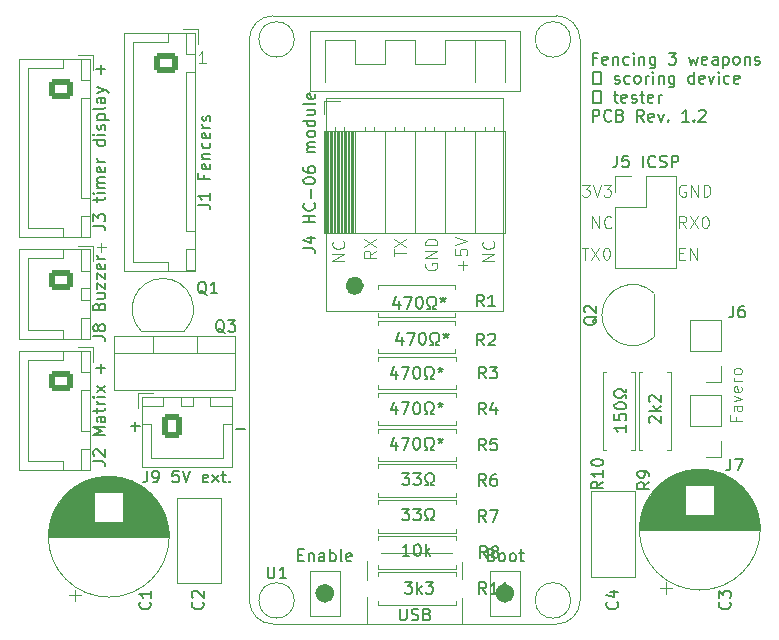
<source format=gto>
G04 #@! TF.GenerationSoftware,KiCad,Pcbnew,8.0.8*
G04 #@! TF.CreationDate,2025-01-19T23:43:05+01:00*
G04 #@! TF.ProjectId,ESP32ScoringDevice_PCB_THT_Rev1.2,45535033-3253-4636-9f72-696e67446576,1.1*
G04 #@! TF.SameCoordinates,Original*
G04 #@! TF.FileFunction,Legend,Top*
G04 #@! TF.FilePolarity,Positive*
%FSLAX46Y46*%
G04 Gerber Fmt 4.6, Leading zero omitted, Abs format (unit mm)*
G04 Created by KiCad (PCBNEW 8.0.8) date 2025-01-19 23:43:05*
%MOMM*%
%LPD*%
G01*
G04 APERTURE LIST*
G04 Aperture macros list*
%AMRoundRect*
0 Rectangle with rounded corners*
0 $1 Rounding radius*
0 $2 $3 $4 $5 $6 $7 $8 $9 X,Y pos of 4 corners*
0 Add a 4 corners polygon primitive as box body*
4,1,4,$2,$3,$4,$5,$6,$7,$8,$9,$2,$3,0*
0 Add four circle primitives for the rounded corners*
1,1,$1+$1,$2,$3*
1,1,$1+$1,$4,$5*
1,1,$1+$1,$6,$7*
1,1,$1+$1,$8,$9*
0 Add four rect primitives between the rounded corners*
20,1,$1+$1,$2,$3,$4,$5,0*
20,1,$1+$1,$4,$5,$6,$7,0*
20,1,$1+$1,$6,$7,$8,$9,0*
20,1,$1+$1,$8,$9,$2,$3,0*%
G04 Aperture macros list end*
%ADD10C,0.150000*%
%ADD11C,0.100000*%
%ADD12C,0.120000*%
%ADD13C,1.000000*%
%ADD14C,0.800000*%
%ADD15C,1.600000*%
%ADD16R,1.700000X1.700000*%
%ADD17O,1.700000X1.700000*%
%ADD18RoundRect,0.250000X-0.600000X-0.750000X0.600000X-0.750000X0.600000X0.750000X-0.600000X0.750000X0*%
%ADD19O,1.700000X2.000000*%
%ADD20R,1.524000X1.524000*%
%ADD21C,1.524000*%
%ADD22O,1.600000X1.600000*%
%ADD23R,2.000000X2.000000*%
%ADD24C,2.000000*%
%ADD25R,1.050000X1.500000*%
%ADD26O,1.050000X1.500000*%
%ADD27C,3.800000*%
%ADD28RoundRect,0.250000X-0.725000X0.600000X-0.725000X-0.600000X0.725000X-0.600000X0.725000X0.600000X0*%
%ADD29O,1.950000X1.700000*%
%ADD30R,1.500000X1.050000*%
%ADD31O,1.500000X1.050000*%
%ADD32RoundRect,0.250000X-0.750000X0.600000X-0.750000X-0.600000X0.750000X-0.600000X0.750000X0.600000X0*%
%ADD33O,2.000000X1.700000*%
%ADD34R,1.905000X2.000000*%
%ADD35O,1.905000X2.000000*%
G04 APERTURE END LIST*
D10*
X97872779Y-115312866D02*
X98634684Y-115312866D01*
X111961541Y-119045819D02*
X112580588Y-119045819D01*
X112580588Y-119045819D02*
X112247255Y-119426771D01*
X112247255Y-119426771D02*
X112390112Y-119426771D01*
X112390112Y-119426771D02*
X112485350Y-119474390D01*
X112485350Y-119474390D02*
X112532969Y-119522009D01*
X112532969Y-119522009D02*
X112580588Y-119617247D01*
X112580588Y-119617247D02*
X112580588Y-119855342D01*
X112580588Y-119855342D02*
X112532969Y-119950580D01*
X112532969Y-119950580D02*
X112485350Y-119998200D01*
X112485350Y-119998200D02*
X112390112Y-120045819D01*
X112390112Y-120045819D02*
X112104398Y-120045819D01*
X112104398Y-120045819D02*
X112009160Y-119998200D01*
X112009160Y-119998200D02*
X111961541Y-119950580D01*
X112913922Y-119045819D02*
X113532969Y-119045819D01*
X113532969Y-119045819D02*
X113199636Y-119426771D01*
X113199636Y-119426771D02*
X113342493Y-119426771D01*
X113342493Y-119426771D02*
X113437731Y-119474390D01*
X113437731Y-119474390D02*
X113485350Y-119522009D01*
X113485350Y-119522009D02*
X113532969Y-119617247D01*
X113532969Y-119617247D02*
X113532969Y-119855342D01*
X113532969Y-119855342D02*
X113485350Y-119950580D01*
X113485350Y-119950580D02*
X113437731Y-119998200D01*
X113437731Y-119998200D02*
X113342493Y-120045819D01*
X113342493Y-120045819D02*
X113056779Y-120045819D01*
X113056779Y-120045819D02*
X112961541Y-119998200D01*
X112961541Y-119998200D02*
X112913922Y-119950580D01*
X113913922Y-120045819D02*
X114152017Y-120045819D01*
X114152017Y-120045819D02*
X114152017Y-119855342D01*
X114152017Y-119855342D02*
X114056779Y-119807723D01*
X114056779Y-119807723D02*
X113961541Y-119712485D01*
X113961541Y-119712485D02*
X113913922Y-119569628D01*
X113913922Y-119569628D02*
X113913922Y-119331533D01*
X113913922Y-119331533D02*
X113961541Y-119188676D01*
X113961541Y-119188676D02*
X114056779Y-119093438D01*
X114056779Y-119093438D02*
X114199636Y-119045819D01*
X114199636Y-119045819D02*
X114390112Y-119045819D01*
X114390112Y-119045819D02*
X114532969Y-119093438D01*
X114532969Y-119093438D02*
X114628207Y-119188676D01*
X114628207Y-119188676D02*
X114675826Y-119331533D01*
X114675826Y-119331533D02*
X114675826Y-119569628D01*
X114675826Y-119569628D02*
X114628207Y-119712485D01*
X114628207Y-119712485D02*
X114532969Y-119807723D01*
X114532969Y-119807723D02*
X114437731Y-119855342D01*
X114437731Y-119855342D02*
X114437731Y-120045819D01*
X114437731Y-120045819D02*
X114675826Y-120045819D01*
X111961541Y-122045819D02*
X112580588Y-122045819D01*
X112580588Y-122045819D02*
X112247255Y-122426771D01*
X112247255Y-122426771D02*
X112390112Y-122426771D01*
X112390112Y-122426771D02*
X112485350Y-122474390D01*
X112485350Y-122474390D02*
X112532969Y-122522009D01*
X112532969Y-122522009D02*
X112580588Y-122617247D01*
X112580588Y-122617247D02*
X112580588Y-122855342D01*
X112580588Y-122855342D02*
X112532969Y-122950580D01*
X112532969Y-122950580D02*
X112485350Y-122998200D01*
X112485350Y-122998200D02*
X112390112Y-123045819D01*
X112390112Y-123045819D02*
X112104398Y-123045819D01*
X112104398Y-123045819D02*
X112009160Y-122998200D01*
X112009160Y-122998200D02*
X111961541Y-122950580D01*
X112913922Y-122045819D02*
X113532969Y-122045819D01*
X113532969Y-122045819D02*
X113199636Y-122426771D01*
X113199636Y-122426771D02*
X113342493Y-122426771D01*
X113342493Y-122426771D02*
X113437731Y-122474390D01*
X113437731Y-122474390D02*
X113485350Y-122522009D01*
X113485350Y-122522009D02*
X113532969Y-122617247D01*
X113532969Y-122617247D02*
X113532969Y-122855342D01*
X113532969Y-122855342D02*
X113485350Y-122950580D01*
X113485350Y-122950580D02*
X113437731Y-122998200D01*
X113437731Y-122998200D02*
X113342493Y-123045819D01*
X113342493Y-123045819D02*
X113056779Y-123045819D01*
X113056779Y-123045819D02*
X112961541Y-122998200D01*
X112961541Y-122998200D02*
X112913922Y-122950580D01*
X113913922Y-123045819D02*
X114152017Y-123045819D01*
X114152017Y-123045819D02*
X114152017Y-122855342D01*
X114152017Y-122855342D02*
X114056779Y-122807723D01*
X114056779Y-122807723D02*
X113961541Y-122712485D01*
X113961541Y-122712485D02*
X113913922Y-122569628D01*
X113913922Y-122569628D02*
X113913922Y-122331533D01*
X113913922Y-122331533D02*
X113961541Y-122188676D01*
X113961541Y-122188676D02*
X114056779Y-122093438D01*
X114056779Y-122093438D02*
X114199636Y-122045819D01*
X114199636Y-122045819D02*
X114390112Y-122045819D01*
X114390112Y-122045819D02*
X114532969Y-122093438D01*
X114532969Y-122093438D02*
X114628207Y-122188676D01*
X114628207Y-122188676D02*
X114675826Y-122331533D01*
X114675826Y-122331533D02*
X114675826Y-122569628D01*
X114675826Y-122569628D02*
X114628207Y-122712485D01*
X114628207Y-122712485D02*
X114532969Y-122807723D01*
X114532969Y-122807723D02*
X114437731Y-122855342D01*
X114437731Y-122855342D02*
X114437731Y-123045819D01*
X114437731Y-123045819D02*
X114675826Y-123045819D01*
D11*
X135955693Y-94678038D02*
X135860455Y-94630419D01*
X135860455Y-94630419D02*
X135717598Y-94630419D01*
X135717598Y-94630419D02*
X135574741Y-94678038D01*
X135574741Y-94678038D02*
X135479503Y-94773276D01*
X135479503Y-94773276D02*
X135431884Y-94868514D01*
X135431884Y-94868514D02*
X135384265Y-95058990D01*
X135384265Y-95058990D02*
X135384265Y-95201847D01*
X135384265Y-95201847D02*
X135431884Y-95392323D01*
X135431884Y-95392323D02*
X135479503Y-95487561D01*
X135479503Y-95487561D02*
X135574741Y-95582800D01*
X135574741Y-95582800D02*
X135717598Y-95630419D01*
X135717598Y-95630419D02*
X135812836Y-95630419D01*
X135812836Y-95630419D02*
X135955693Y-95582800D01*
X135955693Y-95582800D02*
X136003312Y-95535180D01*
X136003312Y-95535180D02*
X136003312Y-95201847D01*
X136003312Y-95201847D02*
X135812836Y-95201847D01*
X136431884Y-95630419D02*
X136431884Y-94630419D01*
X136431884Y-94630419D02*
X137003312Y-95630419D01*
X137003312Y-95630419D02*
X137003312Y-94630419D01*
X137479503Y-95630419D02*
X137479503Y-94630419D01*
X137479503Y-94630419D02*
X137717598Y-94630419D01*
X137717598Y-94630419D02*
X137860455Y-94678038D01*
X137860455Y-94678038D02*
X137955693Y-94773276D01*
X137955693Y-94773276D02*
X138003312Y-94868514D01*
X138003312Y-94868514D02*
X138050931Y-95058990D01*
X138050931Y-95058990D02*
X138050931Y-95201847D01*
X138050931Y-95201847D02*
X138003312Y-95392323D01*
X138003312Y-95392323D02*
X137955693Y-95487561D01*
X137955693Y-95487561D02*
X137860455Y-95582800D01*
X137860455Y-95582800D02*
X137717598Y-95630419D01*
X137717598Y-95630419D02*
X137479503Y-95630419D01*
X136003312Y-98297419D02*
X135669979Y-97821228D01*
X135431884Y-98297419D02*
X135431884Y-97297419D01*
X135431884Y-97297419D02*
X135812836Y-97297419D01*
X135812836Y-97297419D02*
X135908074Y-97345038D01*
X135908074Y-97345038D02*
X135955693Y-97392657D01*
X135955693Y-97392657D02*
X136003312Y-97487895D01*
X136003312Y-97487895D02*
X136003312Y-97630752D01*
X136003312Y-97630752D02*
X135955693Y-97725990D01*
X135955693Y-97725990D02*
X135908074Y-97773609D01*
X135908074Y-97773609D02*
X135812836Y-97821228D01*
X135812836Y-97821228D02*
X135431884Y-97821228D01*
X136336646Y-97297419D02*
X137003312Y-98297419D01*
X137003312Y-97297419D02*
X136336646Y-98297419D01*
X137574741Y-97297419D02*
X137669979Y-97297419D01*
X137669979Y-97297419D02*
X137765217Y-97345038D01*
X137765217Y-97345038D02*
X137812836Y-97392657D01*
X137812836Y-97392657D02*
X137860455Y-97487895D01*
X137860455Y-97487895D02*
X137908074Y-97678371D01*
X137908074Y-97678371D02*
X137908074Y-97916466D01*
X137908074Y-97916466D02*
X137860455Y-98106942D01*
X137860455Y-98106942D02*
X137812836Y-98202180D01*
X137812836Y-98202180D02*
X137765217Y-98249800D01*
X137765217Y-98249800D02*
X137669979Y-98297419D01*
X137669979Y-98297419D02*
X137574741Y-98297419D01*
X137574741Y-98297419D02*
X137479503Y-98249800D01*
X137479503Y-98249800D02*
X137431884Y-98202180D01*
X137431884Y-98202180D02*
X137384265Y-98106942D01*
X137384265Y-98106942D02*
X137336646Y-97916466D01*
X137336646Y-97916466D02*
X137336646Y-97678371D01*
X137336646Y-97678371D02*
X137384265Y-97487895D01*
X137384265Y-97487895D02*
X137431884Y-97392657D01*
X137431884Y-97392657D02*
X137479503Y-97345038D01*
X137479503Y-97345038D02*
X137574741Y-97297419D01*
X86111884Y-99922466D02*
X86873789Y-99922466D01*
X86492836Y-100303419D02*
X86492836Y-99541514D01*
X109727419Y-100216687D02*
X109251228Y-100550020D01*
X109727419Y-100788115D02*
X108727419Y-100788115D01*
X108727419Y-100788115D02*
X108727419Y-100407163D01*
X108727419Y-100407163D02*
X108775038Y-100311925D01*
X108775038Y-100311925D02*
X108822657Y-100264306D01*
X108822657Y-100264306D02*
X108917895Y-100216687D01*
X108917895Y-100216687D02*
X109060752Y-100216687D01*
X109060752Y-100216687D02*
X109155990Y-100264306D01*
X109155990Y-100264306D02*
X109203609Y-100311925D01*
X109203609Y-100311925D02*
X109251228Y-100407163D01*
X109251228Y-100407163D02*
X109251228Y-100788115D01*
X108727419Y-99883353D02*
X109727419Y-99216687D01*
X108727419Y-99216687D02*
X109727419Y-99883353D01*
D10*
X111953350Y-107487152D02*
X111953350Y-108153819D01*
X111715255Y-107106200D02*
X111477160Y-107820485D01*
X111477160Y-107820485D02*
X112096207Y-107820485D01*
X112381922Y-107153819D02*
X113048588Y-107153819D01*
X113048588Y-107153819D02*
X112620017Y-108153819D01*
X113620017Y-107153819D02*
X113715255Y-107153819D01*
X113715255Y-107153819D02*
X113810493Y-107201438D01*
X113810493Y-107201438D02*
X113858112Y-107249057D01*
X113858112Y-107249057D02*
X113905731Y-107344295D01*
X113905731Y-107344295D02*
X113953350Y-107534771D01*
X113953350Y-107534771D02*
X113953350Y-107772866D01*
X113953350Y-107772866D02*
X113905731Y-107963342D01*
X113905731Y-107963342D02*
X113858112Y-108058580D01*
X113858112Y-108058580D02*
X113810493Y-108106200D01*
X113810493Y-108106200D02*
X113715255Y-108153819D01*
X113715255Y-108153819D02*
X113620017Y-108153819D01*
X113620017Y-108153819D02*
X113524779Y-108106200D01*
X113524779Y-108106200D02*
X113477160Y-108058580D01*
X113477160Y-108058580D02*
X113429541Y-107963342D01*
X113429541Y-107963342D02*
X113381922Y-107772866D01*
X113381922Y-107772866D02*
X113381922Y-107534771D01*
X113381922Y-107534771D02*
X113429541Y-107344295D01*
X113429541Y-107344295D02*
X113477160Y-107249057D01*
X113477160Y-107249057D02*
X113524779Y-107201438D01*
X113524779Y-107201438D02*
X113620017Y-107153819D01*
X114334303Y-108153819D02*
X114572398Y-108153819D01*
X114572398Y-108153819D02*
X114572398Y-107963342D01*
X114572398Y-107963342D02*
X114477160Y-107915723D01*
X114477160Y-107915723D02*
X114381922Y-107820485D01*
X114381922Y-107820485D02*
X114334303Y-107677628D01*
X114334303Y-107677628D02*
X114334303Y-107439533D01*
X114334303Y-107439533D02*
X114381922Y-107296676D01*
X114381922Y-107296676D02*
X114477160Y-107201438D01*
X114477160Y-107201438D02*
X114620017Y-107153819D01*
X114620017Y-107153819D02*
X114810493Y-107153819D01*
X114810493Y-107153819D02*
X114953350Y-107201438D01*
X114953350Y-107201438D02*
X115048588Y-107296676D01*
X115048588Y-107296676D02*
X115096207Y-107439533D01*
X115096207Y-107439533D02*
X115096207Y-107677628D01*
X115096207Y-107677628D02*
X115048588Y-107820485D01*
X115048588Y-107820485D02*
X114953350Y-107915723D01*
X114953350Y-107915723D02*
X114858112Y-107963342D01*
X114858112Y-107963342D02*
X114858112Y-108153819D01*
X114858112Y-108153819D02*
X115096207Y-108153819D01*
X115667636Y-107153819D02*
X115667636Y-107391914D01*
X115429541Y-107296676D02*
X115667636Y-107391914D01*
X115667636Y-107391914D02*
X115905731Y-107296676D01*
X115524779Y-107582390D02*
X115667636Y-107391914D01*
X115667636Y-107391914D02*
X115810493Y-107582390D01*
X112191541Y-128235819D02*
X112810588Y-128235819D01*
X112810588Y-128235819D02*
X112477255Y-128616771D01*
X112477255Y-128616771D02*
X112620112Y-128616771D01*
X112620112Y-128616771D02*
X112715350Y-128664390D01*
X112715350Y-128664390D02*
X112762969Y-128712009D01*
X112762969Y-128712009D02*
X112810588Y-128807247D01*
X112810588Y-128807247D02*
X112810588Y-129045342D01*
X112810588Y-129045342D02*
X112762969Y-129140580D01*
X112762969Y-129140580D02*
X112715350Y-129188200D01*
X112715350Y-129188200D02*
X112620112Y-129235819D01*
X112620112Y-129235819D02*
X112334398Y-129235819D01*
X112334398Y-129235819D02*
X112239160Y-129188200D01*
X112239160Y-129188200D02*
X112191541Y-129140580D01*
X113239160Y-129235819D02*
X113239160Y-128235819D01*
X113334398Y-128854866D02*
X113620112Y-129235819D01*
X113620112Y-128569152D02*
X113239160Y-128950104D01*
X113953446Y-128235819D02*
X114572493Y-128235819D01*
X114572493Y-128235819D02*
X114239160Y-128616771D01*
X114239160Y-128616771D02*
X114382017Y-128616771D01*
X114382017Y-128616771D02*
X114477255Y-128664390D01*
X114477255Y-128664390D02*
X114524874Y-128712009D01*
X114524874Y-128712009D02*
X114572493Y-128807247D01*
X114572493Y-128807247D02*
X114572493Y-129045342D01*
X114572493Y-129045342D02*
X114524874Y-129140580D01*
X114524874Y-129140580D02*
X114477255Y-129188200D01*
X114477255Y-129188200D02*
X114382017Y-129235819D01*
X114382017Y-129235819D02*
X114096303Y-129235819D01*
X114096303Y-129235819D02*
X114001065Y-129188200D01*
X114001065Y-129188200D02*
X113953446Y-129140580D01*
X88982779Y-115058866D02*
X89744684Y-115058866D01*
X89363731Y-115439819D02*
X89363731Y-114677914D01*
D11*
X117093466Y-101804115D02*
X117093466Y-101042211D01*
X117474419Y-101423163D02*
X116712514Y-101423163D01*
X116474419Y-100089830D02*
X116474419Y-100566020D01*
X116474419Y-100566020D02*
X116950609Y-100613639D01*
X116950609Y-100613639D02*
X116902990Y-100566020D01*
X116902990Y-100566020D02*
X116855371Y-100470782D01*
X116855371Y-100470782D02*
X116855371Y-100232687D01*
X116855371Y-100232687D02*
X116902990Y-100137449D01*
X116902990Y-100137449D02*
X116950609Y-100089830D01*
X116950609Y-100089830D02*
X117045847Y-100042211D01*
X117045847Y-100042211D02*
X117283942Y-100042211D01*
X117283942Y-100042211D02*
X117379180Y-100089830D01*
X117379180Y-100089830D02*
X117426800Y-100137449D01*
X117426800Y-100137449D02*
X117474419Y-100232687D01*
X117474419Y-100232687D02*
X117474419Y-100470782D01*
X117474419Y-100470782D02*
X117426800Y-100566020D01*
X117426800Y-100566020D02*
X117379180Y-100613639D01*
X116474419Y-99756496D02*
X117474419Y-99423163D01*
X117474419Y-99423163D02*
X116474419Y-99089830D01*
X95315693Y-84327419D02*
X94744265Y-84327419D01*
X95029979Y-84327419D02*
X95029979Y-83327419D01*
X95029979Y-83327419D02*
X94934741Y-83470276D01*
X94934741Y-83470276D02*
X94839503Y-83565514D01*
X94839503Y-83565514D02*
X94744265Y-83613133D01*
D10*
X128432112Y-83924177D02*
X128098779Y-83924177D01*
X128098779Y-84447987D02*
X128098779Y-83447987D01*
X128098779Y-83447987D02*
X128574969Y-83447987D01*
X129336874Y-84400368D02*
X129241636Y-84447987D01*
X129241636Y-84447987D02*
X129051160Y-84447987D01*
X129051160Y-84447987D02*
X128955922Y-84400368D01*
X128955922Y-84400368D02*
X128908303Y-84305129D01*
X128908303Y-84305129D02*
X128908303Y-83924177D01*
X128908303Y-83924177D02*
X128955922Y-83828939D01*
X128955922Y-83828939D02*
X129051160Y-83781320D01*
X129051160Y-83781320D02*
X129241636Y-83781320D01*
X129241636Y-83781320D02*
X129336874Y-83828939D01*
X129336874Y-83828939D02*
X129384493Y-83924177D01*
X129384493Y-83924177D02*
X129384493Y-84019415D01*
X129384493Y-84019415D02*
X128908303Y-84114653D01*
X129813065Y-83781320D02*
X129813065Y-84447987D01*
X129813065Y-83876558D02*
X129860684Y-83828939D01*
X129860684Y-83828939D02*
X129955922Y-83781320D01*
X129955922Y-83781320D02*
X130098779Y-83781320D01*
X130098779Y-83781320D02*
X130194017Y-83828939D01*
X130194017Y-83828939D02*
X130241636Y-83924177D01*
X130241636Y-83924177D02*
X130241636Y-84447987D01*
X131146398Y-84400368D02*
X131051160Y-84447987D01*
X131051160Y-84447987D02*
X130860684Y-84447987D01*
X130860684Y-84447987D02*
X130765446Y-84400368D01*
X130765446Y-84400368D02*
X130717827Y-84352748D01*
X130717827Y-84352748D02*
X130670208Y-84257510D01*
X130670208Y-84257510D02*
X130670208Y-83971796D01*
X130670208Y-83971796D02*
X130717827Y-83876558D01*
X130717827Y-83876558D02*
X130765446Y-83828939D01*
X130765446Y-83828939D02*
X130860684Y-83781320D01*
X130860684Y-83781320D02*
X131051160Y-83781320D01*
X131051160Y-83781320D02*
X131146398Y-83828939D01*
X131574970Y-84447987D02*
X131574970Y-83781320D01*
X131574970Y-83447987D02*
X131527351Y-83495606D01*
X131527351Y-83495606D02*
X131574970Y-83543225D01*
X131574970Y-83543225D02*
X131622589Y-83495606D01*
X131622589Y-83495606D02*
X131574970Y-83447987D01*
X131574970Y-83447987D02*
X131574970Y-83543225D01*
X132051160Y-83781320D02*
X132051160Y-84447987D01*
X132051160Y-83876558D02*
X132098779Y-83828939D01*
X132098779Y-83828939D02*
X132194017Y-83781320D01*
X132194017Y-83781320D02*
X132336874Y-83781320D01*
X132336874Y-83781320D02*
X132432112Y-83828939D01*
X132432112Y-83828939D02*
X132479731Y-83924177D01*
X132479731Y-83924177D02*
X132479731Y-84447987D01*
X133384493Y-83781320D02*
X133384493Y-84590844D01*
X133384493Y-84590844D02*
X133336874Y-84686082D01*
X133336874Y-84686082D02*
X133289255Y-84733701D01*
X133289255Y-84733701D02*
X133194017Y-84781320D01*
X133194017Y-84781320D02*
X133051160Y-84781320D01*
X133051160Y-84781320D02*
X132955922Y-84733701D01*
X133384493Y-84400368D02*
X133289255Y-84447987D01*
X133289255Y-84447987D02*
X133098779Y-84447987D01*
X133098779Y-84447987D02*
X133003541Y-84400368D01*
X133003541Y-84400368D02*
X132955922Y-84352748D01*
X132955922Y-84352748D02*
X132908303Y-84257510D01*
X132908303Y-84257510D02*
X132908303Y-83971796D01*
X132908303Y-83971796D02*
X132955922Y-83876558D01*
X132955922Y-83876558D02*
X133003541Y-83828939D01*
X133003541Y-83828939D02*
X133098779Y-83781320D01*
X133098779Y-83781320D02*
X133289255Y-83781320D01*
X133289255Y-83781320D02*
X133384493Y-83828939D01*
X134527351Y-83447987D02*
X135146398Y-83447987D01*
X135146398Y-83447987D02*
X134813065Y-83828939D01*
X134813065Y-83828939D02*
X134955922Y-83828939D01*
X134955922Y-83828939D02*
X135051160Y-83876558D01*
X135051160Y-83876558D02*
X135098779Y-83924177D01*
X135098779Y-83924177D02*
X135146398Y-84019415D01*
X135146398Y-84019415D02*
X135146398Y-84257510D01*
X135146398Y-84257510D02*
X135098779Y-84352748D01*
X135098779Y-84352748D02*
X135051160Y-84400368D01*
X135051160Y-84400368D02*
X134955922Y-84447987D01*
X134955922Y-84447987D02*
X134670208Y-84447987D01*
X134670208Y-84447987D02*
X134574970Y-84400368D01*
X134574970Y-84400368D02*
X134527351Y-84352748D01*
X136241637Y-83781320D02*
X136432113Y-84447987D01*
X136432113Y-84447987D02*
X136622589Y-83971796D01*
X136622589Y-83971796D02*
X136813065Y-84447987D01*
X136813065Y-84447987D02*
X137003541Y-83781320D01*
X137765446Y-84400368D02*
X137670208Y-84447987D01*
X137670208Y-84447987D02*
X137479732Y-84447987D01*
X137479732Y-84447987D02*
X137384494Y-84400368D01*
X137384494Y-84400368D02*
X137336875Y-84305129D01*
X137336875Y-84305129D02*
X137336875Y-83924177D01*
X137336875Y-83924177D02*
X137384494Y-83828939D01*
X137384494Y-83828939D02*
X137479732Y-83781320D01*
X137479732Y-83781320D02*
X137670208Y-83781320D01*
X137670208Y-83781320D02*
X137765446Y-83828939D01*
X137765446Y-83828939D02*
X137813065Y-83924177D01*
X137813065Y-83924177D02*
X137813065Y-84019415D01*
X137813065Y-84019415D02*
X137336875Y-84114653D01*
X138670208Y-84447987D02*
X138670208Y-83924177D01*
X138670208Y-83924177D02*
X138622589Y-83828939D01*
X138622589Y-83828939D02*
X138527351Y-83781320D01*
X138527351Y-83781320D02*
X138336875Y-83781320D01*
X138336875Y-83781320D02*
X138241637Y-83828939D01*
X138670208Y-84400368D02*
X138574970Y-84447987D01*
X138574970Y-84447987D02*
X138336875Y-84447987D01*
X138336875Y-84447987D02*
X138241637Y-84400368D01*
X138241637Y-84400368D02*
X138194018Y-84305129D01*
X138194018Y-84305129D02*
X138194018Y-84209891D01*
X138194018Y-84209891D02*
X138241637Y-84114653D01*
X138241637Y-84114653D02*
X138336875Y-84067034D01*
X138336875Y-84067034D02*
X138574970Y-84067034D01*
X138574970Y-84067034D02*
X138670208Y-84019415D01*
X139146399Y-83781320D02*
X139146399Y-84781320D01*
X139146399Y-83828939D02*
X139241637Y-83781320D01*
X139241637Y-83781320D02*
X139432113Y-83781320D01*
X139432113Y-83781320D02*
X139527351Y-83828939D01*
X139527351Y-83828939D02*
X139574970Y-83876558D01*
X139574970Y-83876558D02*
X139622589Y-83971796D01*
X139622589Y-83971796D02*
X139622589Y-84257510D01*
X139622589Y-84257510D02*
X139574970Y-84352748D01*
X139574970Y-84352748D02*
X139527351Y-84400368D01*
X139527351Y-84400368D02*
X139432113Y-84447987D01*
X139432113Y-84447987D02*
X139241637Y-84447987D01*
X139241637Y-84447987D02*
X139146399Y-84400368D01*
X140194018Y-84447987D02*
X140098780Y-84400368D01*
X140098780Y-84400368D02*
X140051161Y-84352748D01*
X140051161Y-84352748D02*
X140003542Y-84257510D01*
X140003542Y-84257510D02*
X140003542Y-83971796D01*
X140003542Y-83971796D02*
X140051161Y-83876558D01*
X140051161Y-83876558D02*
X140098780Y-83828939D01*
X140098780Y-83828939D02*
X140194018Y-83781320D01*
X140194018Y-83781320D02*
X140336875Y-83781320D01*
X140336875Y-83781320D02*
X140432113Y-83828939D01*
X140432113Y-83828939D02*
X140479732Y-83876558D01*
X140479732Y-83876558D02*
X140527351Y-83971796D01*
X140527351Y-83971796D02*
X140527351Y-84257510D01*
X140527351Y-84257510D02*
X140479732Y-84352748D01*
X140479732Y-84352748D02*
X140432113Y-84400368D01*
X140432113Y-84400368D02*
X140336875Y-84447987D01*
X140336875Y-84447987D02*
X140194018Y-84447987D01*
X140955923Y-83781320D02*
X140955923Y-84447987D01*
X140955923Y-83876558D02*
X141003542Y-83828939D01*
X141003542Y-83828939D02*
X141098780Y-83781320D01*
X141098780Y-83781320D02*
X141241637Y-83781320D01*
X141241637Y-83781320D02*
X141336875Y-83828939D01*
X141336875Y-83828939D02*
X141384494Y-83924177D01*
X141384494Y-83924177D02*
X141384494Y-84447987D01*
X141813066Y-84400368D02*
X141908304Y-84447987D01*
X141908304Y-84447987D02*
X142098780Y-84447987D01*
X142098780Y-84447987D02*
X142194018Y-84400368D01*
X142194018Y-84400368D02*
X142241637Y-84305129D01*
X142241637Y-84305129D02*
X142241637Y-84257510D01*
X142241637Y-84257510D02*
X142194018Y-84162272D01*
X142194018Y-84162272D02*
X142098780Y-84114653D01*
X142098780Y-84114653D02*
X141955923Y-84114653D01*
X141955923Y-84114653D02*
X141860685Y-84067034D01*
X141860685Y-84067034D02*
X141813066Y-83971796D01*
X141813066Y-83971796D02*
X141813066Y-83924177D01*
X141813066Y-83924177D02*
X141860685Y-83828939D01*
X141860685Y-83828939D02*
X141955923Y-83781320D01*
X141955923Y-83781320D02*
X142098780Y-83781320D01*
X142098780Y-83781320D02*
X142194018Y-83828939D01*
X128098779Y-86057931D02*
X128098779Y-85057931D01*
X128098779Y-85057931D02*
X128765445Y-85057931D01*
X128765445Y-85057931D02*
X128765445Y-86057931D01*
X128765445Y-86057931D02*
X128098779Y-86057931D01*
X129955922Y-86010312D02*
X130051160Y-86057931D01*
X130051160Y-86057931D02*
X130241636Y-86057931D01*
X130241636Y-86057931D02*
X130336874Y-86010312D01*
X130336874Y-86010312D02*
X130384493Y-85915073D01*
X130384493Y-85915073D02*
X130384493Y-85867454D01*
X130384493Y-85867454D02*
X130336874Y-85772216D01*
X130336874Y-85772216D02*
X130241636Y-85724597D01*
X130241636Y-85724597D02*
X130098779Y-85724597D01*
X130098779Y-85724597D02*
X130003541Y-85676978D01*
X130003541Y-85676978D02*
X129955922Y-85581740D01*
X129955922Y-85581740D02*
X129955922Y-85534121D01*
X129955922Y-85534121D02*
X130003541Y-85438883D01*
X130003541Y-85438883D02*
X130098779Y-85391264D01*
X130098779Y-85391264D02*
X130241636Y-85391264D01*
X130241636Y-85391264D02*
X130336874Y-85438883D01*
X131241636Y-86010312D02*
X131146398Y-86057931D01*
X131146398Y-86057931D02*
X130955922Y-86057931D01*
X130955922Y-86057931D02*
X130860684Y-86010312D01*
X130860684Y-86010312D02*
X130813065Y-85962692D01*
X130813065Y-85962692D02*
X130765446Y-85867454D01*
X130765446Y-85867454D02*
X130765446Y-85581740D01*
X130765446Y-85581740D02*
X130813065Y-85486502D01*
X130813065Y-85486502D02*
X130860684Y-85438883D01*
X130860684Y-85438883D02*
X130955922Y-85391264D01*
X130955922Y-85391264D02*
X131146398Y-85391264D01*
X131146398Y-85391264D02*
X131241636Y-85438883D01*
X131813065Y-86057931D02*
X131717827Y-86010312D01*
X131717827Y-86010312D02*
X131670208Y-85962692D01*
X131670208Y-85962692D02*
X131622589Y-85867454D01*
X131622589Y-85867454D02*
X131622589Y-85581740D01*
X131622589Y-85581740D02*
X131670208Y-85486502D01*
X131670208Y-85486502D02*
X131717827Y-85438883D01*
X131717827Y-85438883D02*
X131813065Y-85391264D01*
X131813065Y-85391264D02*
X131955922Y-85391264D01*
X131955922Y-85391264D02*
X132051160Y-85438883D01*
X132051160Y-85438883D02*
X132098779Y-85486502D01*
X132098779Y-85486502D02*
X132146398Y-85581740D01*
X132146398Y-85581740D02*
X132146398Y-85867454D01*
X132146398Y-85867454D02*
X132098779Y-85962692D01*
X132098779Y-85962692D02*
X132051160Y-86010312D01*
X132051160Y-86010312D02*
X131955922Y-86057931D01*
X131955922Y-86057931D02*
X131813065Y-86057931D01*
X132574970Y-86057931D02*
X132574970Y-85391264D01*
X132574970Y-85581740D02*
X132622589Y-85486502D01*
X132622589Y-85486502D02*
X132670208Y-85438883D01*
X132670208Y-85438883D02*
X132765446Y-85391264D01*
X132765446Y-85391264D02*
X132860684Y-85391264D01*
X133194018Y-86057931D02*
X133194018Y-85391264D01*
X133194018Y-85057931D02*
X133146399Y-85105550D01*
X133146399Y-85105550D02*
X133194018Y-85153169D01*
X133194018Y-85153169D02*
X133241637Y-85105550D01*
X133241637Y-85105550D02*
X133194018Y-85057931D01*
X133194018Y-85057931D02*
X133194018Y-85153169D01*
X133670208Y-85391264D02*
X133670208Y-86057931D01*
X133670208Y-85486502D02*
X133717827Y-85438883D01*
X133717827Y-85438883D02*
X133813065Y-85391264D01*
X133813065Y-85391264D02*
X133955922Y-85391264D01*
X133955922Y-85391264D02*
X134051160Y-85438883D01*
X134051160Y-85438883D02*
X134098779Y-85534121D01*
X134098779Y-85534121D02*
X134098779Y-86057931D01*
X135003541Y-85391264D02*
X135003541Y-86200788D01*
X135003541Y-86200788D02*
X134955922Y-86296026D01*
X134955922Y-86296026D02*
X134908303Y-86343645D01*
X134908303Y-86343645D02*
X134813065Y-86391264D01*
X134813065Y-86391264D02*
X134670208Y-86391264D01*
X134670208Y-86391264D02*
X134574970Y-86343645D01*
X135003541Y-86010312D02*
X134908303Y-86057931D01*
X134908303Y-86057931D02*
X134717827Y-86057931D01*
X134717827Y-86057931D02*
X134622589Y-86010312D01*
X134622589Y-86010312D02*
X134574970Y-85962692D01*
X134574970Y-85962692D02*
X134527351Y-85867454D01*
X134527351Y-85867454D02*
X134527351Y-85581740D01*
X134527351Y-85581740D02*
X134574970Y-85486502D01*
X134574970Y-85486502D02*
X134622589Y-85438883D01*
X134622589Y-85438883D02*
X134717827Y-85391264D01*
X134717827Y-85391264D02*
X134908303Y-85391264D01*
X134908303Y-85391264D02*
X135003541Y-85438883D01*
X136670208Y-86057931D02*
X136670208Y-85057931D01*
X136670208Y-86010312D02*
X136574970Y-86057931D01*
X136574970Y-86057931D02*
X136384494Y-86057931D01*
X136384494Y-86057931D02*
X136289256Y-86010312D01*
X136289256Y-86010312D02*
X136241637Y-85962692D01*
X136241637Y-85962692D02*
X136194018Y-85867454D01*
X136194018Y-85867454D02*
X136194018Y-85581740D01*
X136194018Y-85581740D02*
X136241637Y-85486502D01*
X136241637Y-85486502D02*
X136289256Y-85438883D01*
X136289256Y-85438883D02*
X136384494Y-85391264D01*
X136384494Y-85391264D02*
X136574970Y-85391264D01*
X136574970Y-85391264D02*
X136670208Y-85438883D01*
X137527351Y-86010312D02*
X137432113Y-86057931D01*
X137432113Y-86057931D02*
X137241637Y-86057931D01*
X137241637Y-86057931D02*
X137146399Y-86010312D01*
X137146399Y-86010312D02*
X137098780Y-85915073D01*
X137098780Y-85915073D02*
X137098780Y-85534121D01*
X137098780Y-85534121D02*
X137146399Y-85438883D01*
X137146399Y-85438883D02*
X137241637Y-85391264D01*
X137241637Y-85391264D02*
X137432113Y-85391264D01*
X137432113Y-85391264D02*
X137527351Y-85438883D01*
X137527351Y-85438883D02*
X137574970Y-85534121D01*
X137574970Y-85534121D02*
X137574970Y-85629359D01*
X137574970Y-85629359D02*
X137098780Y-85724597D01*
X137908304Y-85391264D02*
X138146399Y-86057931D01*
X138146399Y-86057931D02*
X138384494Y-85391264D01*
X138765447Y-86057931D02*
X138765447Y-85391264D01*
X138765447Y-85057931D02*
X138717828Y-85105550D01*
X138717828Y-85105550D02*
X138765447Y-85153169D01*
X138765447Y-85153169D02*
X138813066Y-85105550D01*
X138813066Y-85105550D02*
X138765447Y-85057931D01*
X138765447Y-85057931D02*
X138765447Y-85153169D01*
X139670208Y-86010312D02*
X139574970Y-86057931D01*
X139574970Y-86057931D02*
X139384494Y-86057931D01*
X139384494Y-86057931D02*
X139289256Y-86010312D01*
X139289256Y-86010312D02*
X139241637Y-85962692D01*
X139241637Y-85962692D02*
X139194018Y-85867454D01*
X139194018Y-85867454D02*
X139194018Y-85581740D01*
X139194018Y-85581740D02*
X139241637Y-85486502D01*
X139241637Y-85486502D02*
X139289256Y-85438883D01*
X139289256Y-85438883D02*
X139384494Y-85391264D01*
X139384494Y-85391264D02*
X139574970Y-85391264D01*
X139574970Y-85391264D02*
X139670208Y-85438883D01*
X140479732Y-86010312D02*
X140384494Y-86057931D01*
X140384494Y-86057931D02*
X140194018Y-86057931D01*
X140194018Y-86057931D02*
X140098780Y-86010312D01*
X140098780Y-86010312D02*
X140051161Y-85915073D01*
X140051161Y-85915073D02*
X140051161Y-85534121D01*
X140051161Y-85534121D02*
X140098780Y-85438883D01*
X140098780Y-85438883D02*
X140194018Y-85391264D01*
X140194018Y-85391264D02*
X140384494Y-85391264D01*
X140384494Y-85391264D02*
X140479732Y-85438883D01*
X140479732Y-85438883D02*
X140527351Y-85534121D01*
X140527351Y-85534121D02*
X140527351Y-85629359D01*
X140527351Y-85629359D02*
X140051161Y-85724597D01*
X128098779Y-87667875D02*
X128098779Y-86667875D01*
X128098779Y-86667875D02*
X128765445Y-86667875D01*
X128765445Y-86667875D02*
X128765445Y-87667875D01*
X128765445Y-87667875D02*
X128098779Y-87667875D01*
X129860684Y-87001208D02*
X130241636Y-87001208D01*
X130003541Y-86667875D02*
X130003541Y-87525017D01*
X130003541Y-87525017D02*
X130051160Y-87620256D01*
X130051160Y-87620256D02*
X130146398Y-87667875D01*
X130146398Y-87667875D02*
X130241636Y-87667875D01*
X130955922Y-87620256D02*
X130860684Y-87667875D01*
X130860684Y-87667875D02*
X130670208Y-87667875D01*
X130670208Y-87667875D02*
X130574970Y-87620256D01*
X130574970Y-87620256D02*
X130527351Y-87525017D01*
X130527351Y-87525017D02*
X130527351Y-87144065D01*
X130527351Y-87144065D02*
X130574970Y-87048827D01*
X130574970Y-87048827D02*
X130670208Y-87001208D01*
X130670208Y-87001208D02*
X130860684Y-87001208D01*
X130860684Y-87001208D02*
X130955922Y-87048827D01*
X130955922Y-87048827D02*
X131003541Y-87144065D01*
X131003541Y-87144065D02*
X131003541Y-87239303D01*
X131003541Y-87239303D02*
X130527351Y-87334541D01*
X131384494Y-87620256D02*
X131479732Y-87667875D01*
X131479732Y-87667875D02*
X131670208Y-87667875D01*
X131670208Y-87667875D02*
X131765446Y-87620256D01*
X131765446Y-87620256D02*
X131813065Y-87525017D01*
X131813065Y-87525017D02*
X131813065Y-87477398D01*
X131813065Y-87477398D02*
X131765446Y-87382160D01*
X131765446Y-87382160D02*
X131670208Y-87334541D01*
X131670208Y-87334541D02*
X131527351Y-87334541D01*
X131527351Y-87334541D02*
X131432113Y-87286922D01*
X131432113Y-87286922D02*
X131384494Y-87191684D01*
X131384494Y-87191684D02*
X131384494Y-87144065D01*
X131384494Y-87144065D02*
X131432113Y-87048827D01*
X131432113Y-87048827D02*
X131527351Y-87001208D01*
X131527351Y-87001208D02*
X131670208Y-87001208D01*
X131670208Y-87001208D02*
X131765446Y-87048827D01*
X132098780Y-87001208D02*
X132479732Y-87001208D01*
X132241637Y-86667875D02*
X132241637Y-87525017D01*
X132241637Y-87525017D02*
X132289256Y-87620256D01*
X132289256Y-87620256D02*
X132384494Y-87667875D01*
X132384494Y-87667875D02*
X132479732Y-87667875D01*
X133194018Y-87620256D02*
X133098780Y-87667875D01*
X133098780Y-87667875D02*
X132908304Y-87667875D01*
X132908304Y-87667875D02*
X132813066Y-87620256D01*
X132813066Y-87620256D02*
X132765447Y-87525017D01*
X132765447Y-87525017D02*
X132765447Y-87144065D01*
X132765447Y-87144065D02*
X132813066Y-87048827D01*
X132813066Y-87048827D02*
X132908304Y-87001208D01*
X132908304Y-87001208D02*
X133098780Y-87001208D01*
X133098780Y-87001208D02*
X133194018Y-87048827D01*
X133194018Y-87048827D02*
X133241637Y-87144065D01*
X133241637Y-87144065D02*
X133241637Y-87239303D01*
X133241637Y-87239303D02*
X132765447Y-87334541D01*
X133670209Y-87667875D02*
X133670209Y-87001208D01*
X133670209Y-87191684D02*
X133717828Y-87096446D01*
X133717828Y-87096446D02*
X133765447Y-87048827D01*
X133765447Y-87048827D02*
X133860685Y-87001208D01*
X133860685Y-87001208D02*
X133955923Y-87001208D01*
X128098779Y-89277819D02*
X128098779Y-88277819D01*
X128098779Y-88277819D02*
X128479731Y-88277819D01*
X128479731Y-88277819D02*
X128574969Y-88325438D01*
X128574969Y-88325438D02*
X128622588Y-88373057D01*
X128622588Y-88373057D02*
X128670207Y-88468295D01*
X128670207Y-88468295D02*
X128670207Y-88611152D01*
X128670207Y-88611152D02*
X128622588Y-88706390D01*
X128622588Y-88706390D02*
X128574969Y-88754009D01*
X128574969Y-88754009D02*
X128479731Y-88801628D01*
X128479731Y-88801628D02*
X128098779Y-88801628D01*
X129670207Y-89182580D02*
X129622588Y-89230200D01*
X129622588Y-89230200D02*
X129479731Y-89277819D01*
X129479731Y-89277819D02*
X129384493Y-89277819D01*
X129384493Y-89277819D02*
X129241636Y-89230200D01*
X129241636Y-89230200D02*
X129146398Y-89134961D01*
X129146398Y-89134961D02*
X129098779Y-89039723D01*
X129098779Y-89039723D02*
X129051160Y-88849247D01*
X129051160Y-88849247D02*
X129051160Y-88706390D01*
X129051160Y-88706390D02*
X129098779Y-88515914D01*
X129098779Y-88515914D02*
X129146398Y-88420676D01*
X129146398Y-88420676D02*
X129241636Y-88325438D01*
X129241636Y-88325438D02*
X129384493Y-88277819D01*
X129384493Y-88277819D02*
X129479731Y-88277819D01*
X129479731Y-88277819D02*
X129622588Y-88325438D01*
X129622588Y-88325438D02*
X129670207Y-88373057D01*
X130432112Y-88754009D02*
X130574969Y-88801628D01*
X130574969Y-88801628D02*
X130622588Y-88849247D01*
X130622588Y-88849247D02*
X130670207Y-88944485D01*
X130670207Y-88944485D02*
X130670207Y-89087342D01*
X130670207Y-89087342D02*
X130622588Y-89182580D01*
X130622588Y-89182580D02*
X130574969Y-89230200D01*
X130574969Y-89230200D02*
X130479731Y-89277819D01*
X130479731Y-89277819D02*
X130098779Y-89277819D01*
X130098779Y-89277819D02*
X130098779Y-88277819D01*
X130098779Y-88277819D02*
X130432112Y-88277819D01*
X130432112Y-88277819D02*
X130527350Y-88325438D01*
X130527350Y-88325438D02*
X130574969Y-88373057D01*
X130574969Y-88373057D02*
X130622588Y-88468295D01*
X130622588Y-88468295D02*
X130622588Y-88563533D01*
X130622588Y-88563533D02*
X130574969Y-88658771D01*
X130574969Y-88658771D02*
X130527350Y-88706390D01*
X130527350Y-88706390D02*
X130432112Y-88754009D01*
X130432112Y-88754009D02*
X130098779Y-88754009D01*
X132432112Y-89277819D02*
X132098779Y-88801628D01*
X131860684Y-89277819D02*
X131860684Y-88277819D01*
X131860684Y-88277819D02*
X132241636Y-88277819D01*
X132241636Y-88277819D02*
X132336874Y-88325438D01*
X132336874Y-88325438D02*
X132384493Y-88373057D01*
X132384493Y-88373057D02*
X132432112Y-88468295D01*
X132432112Y-88468295D02*
X132432112Y-88611152D01*
X132432112Y-88611152D02*
X132384493Y-88706390D01*
X132384493Y-88706390D02*
X132336874Y-88754009D01*
X132336874Y-88754009D02*
X132241636Y-88801628D01*
X132241636Y-88801628D02*
X131860684Y-88801628D01*
X133241636Y-89230200D02*
X133146398Y-89277819D01*
X133146398Y-89277819D02*
X132955922Y-89277819D01*
X132955922Y-89277819D02*
X132860684Y-89230200D01*
X132860684Y-89230200D02*
X132813065Y-89134961D01*
X132813065Y-89134961D02*
X132813065Y-88754009D01*
X132813065Y-88754009D02*
X132860684Y-88658771D01*
X132860684Y-88658771D02*
X132955922Y-88611152D01*
X132955922Y-88611152D02*
X133146398Y-88611152D01*
X133146398Y-88611152D02*
X133241636Y-88658771D01*
X133241636Y-88658771D02*
X133289255Y-88754009D01*
X133289255Y-88754009D02*
X133289255Y-88849247D01*
X133289255Y-88849247D02*
X132813065Y-88944485D01*
X133622589Y-88611152D02*
X133860684Y-89277819D01*
X133860684Y-89277819D02*
X134098779Y-88611152D01*
X134479732Y-89182580D02*
X134527351Y-89230200D01*
X134527351Y-89230200D02*
X134479732Y-89277819D01*
X134479732Y-89277819D02*
X134432113Y-89230200D01*
X134432113Y-89230200D02*
X134479732Y-89182580D01*
X134479732Y-89182580D02*
X134479732Y-89277819D01*
X136241636Y-89277819D02*
X135670208Y-89277819D01*
X135955922Y-89277819D02*
X135955922Y-88277819D01*
X135955922Y-88277819D02*
X135860684Y-88420676D01*
X135860684Y-88420676D02*
X135765446Y-88515914D01*
X135765446Y-88515914D02*
X135670208Y-88563533D01*
X136670208Y-89182580D02*
X136717827Y-89230200D01*
X136717827Y-89230200D02*
X136670208Y-89277819D01*
X136670208Y-89277819D02*
X136622589Y-89230200D01*
X136622589Y-89230200D02*
X136670208Y-89182580D01*
X136670208Y-89182580D02*
X136670208Y-89277819D01*
X137098779Y-88373057D02*
X137146398Y-88325438D01*
X137146398Y-88325438D02*
X137241636Y-88277819D01*
X137241636Y-88277819D02*
X137479731Y-88277819D01*
X137479731Y-88277819D02*
X137574969Y-88325438D01*
X137574969Y-88325438D02*
X137622588Y-88373057D01*
X137622588Y-88373057D02*
X137670207Y-88468295D01*
X137670207Y-88468295D02*
X137670207Y-88563533D01*
X137670207Y-88563533D02*
X137622588Y-88706390D01*
X137622588Y-88706390D02*
X137051160Y-89277819D01*
X137051160Y-89277819D02*
X137670207Y-89277819D01*
X111485350Y-110379152D02*
X111485350Y-111045819D01*
X111247255Y-109998200D02*
X111009160Y-110712485D01*
X111009160Y-110712485D02*
X111628207Y-110712485D01*
X111913922Y-110045819D02*
X112580588Y-110045819D01*
X112580588Y-110045819D02*
X112152017Y-111045819D01*
X113152017Y-110045819D02*
X113247255Y-110045819D01*
X113247255Y-110045819D02*
X113342493Y-110093438D01*
X113342493Y-110093438D02*
X113390112Y-110141057D01*
X113390112Y-110141057D02*
X113437731Y-110236295D01*
X113437731Y-110236295D02*
X113485350Y-110426771D01*
X113485350Y-110426771D02*
X113485350Y-110664866D01*
X113485350Y-110664866D02*
X113437731Y-110855342D01*
X113437731Y-110855342D02*
X113390112Y-110950580D01*
X113390112Y-110950580D02*
X113342493Y-110998200D01*
X113342493Y-110998200D02*
X113247255Y-111045819D01*
X113247255Y-111045819D02*
X113152017Y-111045819D01*
X113152017Y-111045819D02*
X113056779Y-110998200D01*
X113056779Y-110998200D02*
X113009160Y-110950580D01*
X113009160Y-110950580D02*
X112961541Y-110855342D01*
X112961541Y-110855342D02*
X112913922Y-110664866D01*
X112913922Y-110664866D02*
X112913922Y-110426771D01*
X112913922Y-110426771D02*
X112961541Y-110236295D01*
X112961541Y-110236295D02*
X113009160Y-110141057D01*
X113009160Y-110141057D02*
X113056779Y-110093438D01*
X113056779Y-110093438D02*
X113152017Y-110045819D01*
X113866303Y-111045819D02*
X114104398Y-111045819D01*
X114104398Y-111045819D02*
X114104398Y-110855342D01*
X114104398Y-110855342D02*
X114009160Y-110807723D01*
X114009160Y-110807723D02*
X113913922Y-110712485D01*
X113913922Y-110712485D02*
X113866303Y-110569628D01*
X113866303Y-110569628D02*
X113866303Y-110331533D01*
X113866303Y-110331533D02*
X113913922Y-110188676D01*
X113913922Y-110188676D02*
X114009160Y-110093438D01*
X114009160Y-110093438D02*
X114152017Y-110045819D01*
X114152017Y-110045819D02*
X114342493Y-110045819D01*
X114342493Y-110045819D02*
X114485350Y-110093438D01*
X114485350Y-110093438D02*
X114580588Y-110188676D01*
X114580588Y-110188676D02*
X114628207Y-110331533D01*
X114628207Y-110331533D02*
X114628207Y-110569628D01*
X114628207Y-110569628D02*
X114580588Y-110712485D01*
X114580588Y-110712485D02*
X114485350Y-110807723D01*
X114485350Y-110807723D02*
X114390112Y-110855342D01*
X114390112Y-110855342D02*
X114390112Y-111045819D01*
X114390112Y-111045819D02*
X114628207Y-111045819D01*
X115199636Y-110045819D02*
X115199636Y-110283914D01*
X114961541Y-110188676D02*
X115199636Y-110283914D01*
X115199636Y-110283914D02*
X115437731Y-110188676D01*
X115056779Y-110474390D02*
X115199636Y-110283914D01*
X115199636Y-110283914D02*
X115342493Y-110474390D01*
D11*
X127208646Y-94630419D02*
X127827693Y-94630419D01*
X127827693Y-94630419D02*
X127494360Y-95011371D01*
X127494360Y-95011371D02*
X127637217Y-95011371D01*
X127637217Y-95011371D02*
X127732455Y-95058990D01*
X127732455Y-95058990D02*
X127780074Y-95106609D01*
X127780074Y-95106609D02*
X127827693Y-95201847D01*
X127827693Y-95201847D02*
X127827693Y-95439942D01*
X127827693Y-95439942D02*
X127780074Y-95535180D01*
X127780074Y-95535180D02*
X127732455Y-95582800D01*
X127732455Y-95582800D02*
X127637217Y-95630419D01*
X127637217Y-95630419D02*
X127351503Y-95630419D01*
X127351503Y-95630419D02*
X127256265Y-95582800D01*
X127256265Y-95582800D02*
X127208646Y-95535180D01*
X128113408Y-94630419D02*
X128446741Y-95630419D01*
X128446741Y-95630419D02*
X128780074Y-94630419D01*
X129018170Y-94630419D02*
X129637217Y-94630419D01*
X129637217Y-94630419D02*
X129303884Y-95011371D01*
X129303884Y-95011371D02*
X129446741Y-95011371D01*
X129446741Y-95011371D02*
X129541979Y-95058990D01*
X129541979Y-95058990D02*
X129589598Y-95106609D01*
X129589598Y-95106609D02*
X129637217Y-95201847D01*
X129637217Y-95201847D02*
X129637217Y-95439942D01*
X129637217Y-95439942D02*
X129589598Y-95535180D01*
X129589598Y-95535180D02*
X129541979Y-95582800D01*
X129541979Y-95582800D02*
X129446741Y-95630419D01*
X129446741Y-95630419D02*
X129161027Y-95630419D01*
X129161027Y-95630419D02*
X129065789Y-95582800D01*
X129065789Y-95582800D02*
X129018170Y-95535180D01*
X140191609Y-114297782D02*
X140191609Y-114631115D01*
X140715419Y-114631115D02*
X139715419Y-114631115D01*
X139715419Y-114631115D02*
X139715419Y-114154925D01*
X140715419Y-113345401D02*
X140191609Y-113345401D01*
X140191609Y-113345401D02*
X140096371Y-113393020D01*
X140096371Y-113393020D02*
X140048752Y-113488258D01*
X140048752Y-113488258D02*
X140048752Y-113678734D01*
X140048752Y-113678734D02*
X140096371Y-113773972D01*
X140667800Y-113345401D02*
X140715419Y-113440639D01*
X140715419Y-113440639D02*
X140715419Y-113678734D01*
X140715419Y-113678734D02*
X140667800Y-113773972D01*
X140667800Y-113773972D02*
X140572561Y-113821591D01*
X140572561Y-113821591D02*
X140477323Y-113821591D01*
X140477323Y-113821591D02*
X140382085Y-113773972D01*
X140382085Y-113773972D02*
X140334466Y-113678734D01*
X140334466Y-113678734D02*
X140334466Y-113440639D01*
X140334466Y-113440639D02*
X140286847Y-113345401D01*
X140048752Y-112964448D02*
X140715419Y-112726353D01*
X140715419Y-112726353D02*
X140048752Y-112488258D01*
X140667800Y-111726353D02*
X140715419Y-111821591D01*
X140715419Y-111821591D02*
X140715419Y-112012067D01*
X140715419Y-112012067D02*
X140667800Y-112107305D01*
X140667800Y-112107305D02*
X140572561Y-112154924D01*
X140572561Y-112154924D02*
X140191609Y-112154924D01*
X140191609Y-112154924D02*
X140096371Y-112107305D01*
X140096371Y-112107305D02*
X140048752Y-112012067D01*
X140048752Y-112012067D02*
X140048752Y-111821591D01*
X140048752Y-111821591D02*
X140096371Y-111726353D01*
X140096371Y-111726353D02*
X140191609Y-111678734D01*
X140191609Y-111678734D02*
X140286847Y-111678734D01*
X140286847Y-111678734D02*
X140382085Y-112154924D01*
X140715419Y-111250162D02*
X140048752Y-111250162D01*
X140239228Y-111250162D02*
X140143990Y-111202543D01*
X140143990Y-111202543D02*
X140096371Y-111154924D01*
X140096371Y-111154924D02*
X140048752Y-111059686D01*
X140048752Y-111059686D02*
X140048752Y-110964448D01*
X140715419Y-110488257D02*
X140667800Y-110583495D01*
X140667800Y-110583495D02*
X140620180Y-110631114D01*
X140620180Y-110631114D02*
X140524942Y-110678733D01*
X140524942Y-110678733D02*
X140239228Y-110678733D01*
X140239228Y-110678733D02*
X140143990Y-110631114D01*
X140143990Y-110631114D02*
X140096371Y-110583495D01*
X140096371Y-110583495D02*
X140048752Y-110488257D01*
X140048752Y-110488257D02*
X140048752Y-110345400D01*
X140048752Y-110345400D02*
X140096371Y-110250162D01*
X140096371Y-110250162D02*
X140143990Y-110202543D01*
X140143990Y-110202543D02*
X140239228Y-110154924D01*
X140239228Y-110154924D02*
X140524942Y-110154924D01*
X140524942Y-110154924D02*
X140620180Y-110202543D01*
X140620180Y-110202543D02*
X140667800Y-110250162D01*
X140667800Y-110250162D02*
X140715419Y-110345400D01*
X140715419Y-110345400D02*
X140715419Y-110488257D01*
D10*
X111699350Y-104439152D02*
X111699350Y-105105819D01*
X111461255Y-104058200D02*
X111223160Y-104772485D01*
X111223160Y-104772485D02*
X111842207Y-104772485D01*
X112127922Y-104105819D02*
X112794588Y-104105819D01*
X112794588Y-104105819D02*
X112366017Y-105105819D01*
X113366017Y-104105819D02*
X113461255Y-104105819D01*
X113461255Y-104105819D02*
X113556493Y-104153438D01*
X113556493Y-104153438D02*
X113604112Y-104201057D01*
X113604112Y-104201057D02*
X113651731Y-104296295D01*
X113651731Y-104296295D02*
X113699350Y-104486771D01*
X113699350Y-104486771D02*
X113699350Y-104724866D01*
X113699350Y-104724866D02*
X113651731Y-104915342D01*
X113651731Y-104915342D02*
X113604112Y-105010580D01*
X113604112Y-105010580D02*
X113556493Y-105058200D01*
X113556493Y-105058200D02*
X113461255Y-105105819D01*
X113461255Y-105105819D02*
X113366017Y-105105819D01*
X113366017Y-105105819D02*
X113270779Y-105058200D01*
X113270779Y-105058200D02*
X113223160Y-105010580D01*
X113223160Y-105010580D02*
X113175541Y-104915342D01*
X113175541Y-104915342D02*
X113127922Y-104724866D01*
X113127922Y-104724866D02*
X113127922Y-104486771D01*
X113127922Y-104486771D02*
X113175541Y-104296295D01*
X113175541Y-104296295D02*
X113223160Y-104201057D01*
X113223160Y-104201057D02*
X113270779Y-104153438D01*
X113270779Y-104153438D02*
X113366017Y-104105819D01*
X114080303Y-105105819D02*
X114318398Y-105105819D01*
X114318398Y-105105819D02*
X114318398Y-104915342D01*
X114318398Y-104915342D02*
X114223160Y-104867723D01*
X114223160Y-104867723D02*
X114127922Y-104772485D01*
X114127922Y-104772485D02*
X114080303Y-104629628D01*
X114080303Y-104629628D02*
X114080303Y-104391533D01*
X114080303Y-104391533D02*
X114127922Y-104248676D01*
X114127922Y-104248676D02*
X114223160Y-104153438D01*
X114223160Y-104153438D02*
X114366017Y-104105819D01*
X114366017Y-104105819D02*
X114556493Y-104105819D01*
X114556493Y-104105819D02*
X114699350Y-104153438D01*
X114699350Y-104153438D02*
X114794588Y-104248676D01*
X114794588Y-104248676D02*
X114842207Y-104391533D01*
X114842207Y-104391533D02*
X114842207Y-104629628D01*
X114842207Y-104629628D02*
X114794588Y-104772485D01*
X114794588Y-104772485D02*
X114699350Y-104867723D01*
X114699350Y-104867723D02*
X114604112Y-104915342D01*
X114604112Y-104915342D02*
X114604112Y-105105819D01*
X114604112Y-105105819D02*
X114842207Y-105105819D01*
X115413636Y-104105819D02*
X115413636Y-104343914D01*
X115175541Y-104248676D02*
X115413636Y-104343914D01*
X115413636Y-104343914D02*
X115651731Y-104248676D01*
X115270779Y-104534390D02*
X115413636Y-104343914D01*
X115413636Y-104343914D02*
X115556493Y-104534390D01*
D11*
X128065884Y-98297419D02*
X128065884Y-97297419D01*
X128065884Y-97297419D02*
X128637312Y-98297419D01*
X128637312Y-98297419D02*
X128637312Y-97297419D01*
X129684931Y-98202180D02*
X129637312Y-98249800D01*
X129637312Y-98249800D02*
X129494455Y-98297419D01*
X129494455Y-98297419D02*
X129399217Y-98297419D01*
X129399217Y-98297419D02*
X129256360Y-98249800D01*
X129256360Y-98249800D02*
X129161122Y-98154561D01*
X129161122Y-98154561D02*
X129113503Y-98059323D01*
X129113503Y-98059323D02*
X129065884Y-97868847D01*
X129065884Y-97868847D02*
X129065884Y-97725990D01*
X129065884Y-97725990D02*
X129113503Y-97535514D01*
X129113503Y-97535514D02*
X129161122Y-97440276D01*
X129161122Y-97440276D02*
X129256360Y-97345038D01*
X129256360Y-97345038D02*
X129399217Y-97297419D01*
X129399217Y-97297419D02*
X129494455Y-97297419D01*
X129494455Y-97297419D02*
X129637312Y-97345038D01*
X129637312Y-97345038D02*
X129684931Y-97392657D01*
X111267419Y-100676972D02*
X111267419Y-100105544D01*
X112267419Y-100391258D02*
X111267419Y-100391258D01*
X111267419Y-99867448D02*
X112267419Y-99200782D01*
X111267419Y-99200782D02*
X112267419Y-99867448D01*
X107060419Y-101042115D02*
X106060419Y-101042115D01*
X106060419Y-101042115D02*
X107060419Y-100470687D01*
X107060419Y-100470687D02*
X106060419Y-100470687D01*
X106965180Y-99423068D02*
X107012800Y-99470687D01*
X107012800Y-99470687D02*
X107060419Y-99613544D01*
X107060419Y-99613544D02*
X107060419Y-99708782D01*
X107060419Y-99708782D02*
X107012800Y-99851639D01*
X107012800Y-99851639D02*
X106917561Y-99946877D01*
X106917561Y-99946877D02*
X106822323Y-99994496D01*
X106822323Y-99994496D02*
X106631847Y-100042115D01*
X106631847Y-100042115D02*
X106488990Y-100042115D01*
X106488990Y-100042115D02*
X106298514Y-99994496D01*
X106298514Y-99994496D02*
X106203276Y-99946877D01*
X106203276Y-99946877D02*
X106108038Y-99851639D01*
X106108038Y-99851639D02*
X106060419Y-99708782D01*
X106060419Y-99708782D02*
X106060419Y-99613544D01*
X106060419Y-99613544D02*
X106108038Y-99470687D01*
X106108038Y-99470687D02*
X106155657Y-99423068D01*
X113982038Y-101280306D02*
X113934419Y-101375544D01*
X113934419Y-101375544D02*
X113934419Y-101518401D01*
X113934419Y-101518401D02*
X113982038Y-101661258D01*
X113982038Y-101661258D02*
X114077276Y-101756496D01*
X114077276Y-101756496D02*
X114172514Y-101804115D01*
X114172514Y-101804115D02*
X114362990Y-101851734D01*
X114362990Y-101851734D02*
X114505847Y-101851734D01*
X114505847Y-101851734D02*
X114696323Y-101804115D01*
X114696323Y-101804115D02*
X114791561Y-101756496D01*
X114791561Y-101756496D02*
X114886800Y-101661258D01*
X114886800Y-101661258D02*
X114934419Y-101518401D01*
X114934419Y-101518401D02*
X114934419Y-101423163D01*
X114934419Y-101423163D02*
X114886800Y-101280306D01*
X114886800Y-101280306D02*
X114839180Y-101232687D01*
X114839180Y-101232687D02*
X114505847Y-101232687D01*
X114505847Y-101232687D02*
X114505847Y-101423163D01*
X114934419Y-100804115D02*
X113934419Y-100804115D01*
X113934419Y-100804115D02*
X114934419Y-100232687D01*
X114934419Y-100232687D02*
X113934419Y-100232687D01*
X114934419Y-99756496D02*
X113934419Y-99756496D01*
X113934419Y-99756496D02*
X113934419Y-99518401D01*
X113934419Y-99518401D02*
X113982038Y-99375544D01*
X113982038Y-99375544D02*
X114077276Y-99280306D01*
X114077276Y-99280306D02*
X114172514Y-99232687D01*
X114172514Y-99232687D02*
X114362990Y-99185068D01*
X114362990Y-99185068D02*
X114505847Y-99185068D01*
X114505847Y-99185068D02*
X114696323Y-99232687D01*
X114696323Y-99232687D02*
X114791561Y-99280306D01*
X114791561Y-99280306D02*
X114886800Y-99375544D01*
X114886800Y-99375544D02*
X114934419Y-99518401D01*
X114934419Y-99518401D02*
X114934419Y-99756496D01*
D10*
X112580588Y-126045819D02*
X112009160Y-126045819D01*
X112294874Y-126045819D02*
X112294874Y-125045819D01*
X112294874Y-125045819D02*
X112199636Y-125188676D01*
X112199636Y-125188676D02*
X112104398Y-125283914D01*
X112104398Y-125283914D02*
X112009160Y-125331533D01*
X113199636Y-125045819D02*
X113294874Y-125045819D01*
X113294874Y-125045819D02*
X113390112Y-125093438D01*
X113390112Y-125093438D02*
X113437731Y-125141057D01*
X113437731Y-125141057D02*
X113485350Y-125236295D01*
X113485350Y-125236295D02*
X113532969Y-125426771D01*
X113532969Y-125426771D02*
X113532969Y-125664866D01*
X113532969Y-125664866D02*
X113485350Y-125855342D01*
X113485350Y-125855342D02*
X113437731Y-125950580D01*
X113437731Y-125950580D02*
X113390112Y-125998200D01*
X113390112Y-125998200D02*
X113294874Y-126045819D01*
X113294874Y-126045819D02*
X113199636Y-126045819D01*
X113199636Y-126045819D02*
X113104398Y-125998200D01*
X113104398Y-125998200D02*
X113056779Y-125950580D01*
X113056779Y-125950580D02*
X113009160Y-125855342D01*
X113009160Y-125855342D02*
X112961541Y-125664866D01*
X112961541Y-125664866D02*
X112961541Y-125426771D01*
X112961541Y-125426771D02*
X113009160Y-125236295D01*
X113009160Y-125236295D02*
X113056779Y-125141057D01*
X113056779Y-125141057D02*
X113104398Y-125093438D01*
X113104398Y-125093438D02*
X113199636Y-125045819D01*
X113961541Y-126045819D02*
X113961541Y-125045819D01*
X114056779Y-125664866D02*
X114342493Y-126045819D01*
X114342493Y-125379152D02*
X113961541Y-125760104D01*
D11*
X127161027Y-99964419D02*
X127732455Y-99964419D01*
X127446741Y-100964419D02*
X127446741Y-99964419D01*
X127970551Y-99964419D02*
X128637217Y-100964419D01*
X128637217Y-99964419D02*
X127970551Y-100964419D01*
X129208646Y-99964419D02*
X129303884Y-99964419D01*
X129303884Y-99964419D02*
X129399122Y-100012038D01*
X129399122Y-100012038D02*
X129446741Y-100059657D01*
X129446741Y-100059657D02*
X129494360Y-100154895D01*
X129494360Y-100154895D02*
X129541979Y-100345371D01*
X129541979Y-100345371D02*
X129541979Y-100583466D01*
X129541979Y-100583466D02*
X129494360Y-100773942D01*
X129494360Y-100773942D02*
X129446741Y-100869180D01*
X129446741Y-100869180D02*
X129399122Y-100916800D01*
X129399122Y-100916800D02*
X129303884Y-100964419D01*
X129303884Y-100964419D02*
X129208646Y-100964419D01*
X129208646Y-100964419D02*
X129113408Y-100916800D01*
X129113408Y-100916800D02*
X129065789Y-100869180D01*
X129065789Y-100869180D02*
X129018170Y-100773942D01*
X129018170Y-100773942D02*
X128970551Y-100583466D01*
X128970551Y-100583466D02*
X128970551Y-100345371D01*
X128970551Y-100345371D02*
X129018170Y-100154895D01*
X129018170Y-100154895D02*
X129065789Y-100059657D01*
X129065789Y-100059657D02*
X129113408Y-100012038D01*
X129113408Y-100012038D02*
X129208646Y-99964419D01*
X119760419Y-101042115D02*
X118760419Y-101042115D01*
X118760419Y-101042115D02*
X119760419Y-100470687D01*
X119760419Y-100470687D02*
X118760419Y-100470687D01*
X119665180Y-99423068D02*
X119712800Y-99470687D01*
X119712800Y-99470687D02*
X119760419Y-99613544D01*
X119760419Y-99613544D02*
X119760419Y-99708782D01*
X119760419Y-99708782D02*
X119712800Y-99851639D01*
X119712800Y-99851639D02*
X119617561Y-99946877D01*
X119617561Y-99946877D02*
X119522323Y-99994496D01*
X119522323Y-99994496D02*
X119331847Y-100042115D01*
X119331847Y-100042115D02*
X119188990Y-100042115D01*
X119188990Y-100042115D02*
X118998514Y-99994496D01*
X118998514Y-99994496D02*
X118903276Y-99946877D01*
X118903276Y-99946877D02*
X118808038Y-99851639D01*
X118808038Y-99851639D02*
X118760419Y-99708782D01*
X118760419Y-99708782D02*
X118760419Y-99613544D01*
X118760419Y-99613544D02*
X118808038Y-99470687D01*
X118808038Y-99470687D02*
X118855657Y-99423068D01*
D10*
X111485350Y-113379152D02*
X111485350Y-114045819D01*
X111247255Y-112998200D02*
X111009160Y-113712485D01*
X111009160Y-113712485D02*
X111628207Y-113712485D01*
X111913922Y-113045819D02*
X112580588Y-113045819D01*
X112580588Y-113045819D02*
X112152017Y-114045819D01*
X113152017Y-113045819D02*
X113247255Y-113045819D01*
X113247255Y-113045819D02*
X113342493Y-113093438D01*
X113342493Y-113093438D02*
X113390112Y-113141057D01*
X113390112Y-113141057D02*
X113437731Y-113236295D01*
X113437731Y-113236295D02*
X113485350Y-113426771D01*
X113485350Y-113426771D02*
X113485350Y-113664866D01*
X113485350Y-113664866D02*
X113437731Y-113855342D01*
X113437731Y-113855342D02*
X113390112Y-113950580D01*
X113390112Y-113950580D02*
X113342493Y-113998200D01*
X113342493Y-113998200D02*
X113247255Y-114045819D01*
X113247255Y-114045819D02*
X113152017Y-114045819D01*
X113152017Y-114045819D02*
X113056779Y-113998200D01*
X113056779Y-113998200D02*
X113009160Y-113950580D01*
X113009160Y-113950580D02*
X112961541Y-113855342D01*
X112961541Y-113855342D02*
X112913922Y-113664866D01*
X112913922Y-113664866D02*
X112913922Y-113426771D01*
X112913922Y-113426771D02*
X112961541Y-113236295D01*
X112961541Y-113236295D02*
X113009160Y-113141057D01*
X113009160Y-113141057D02*
X113056779Y-113093438D01*
X113056779Y-113093438D02*
X113152017Y-113045819D01*
X113866303Y-114045819D02*
X114104398Y-114045819D01*
X114104398Y-114045819D02*
X114104398Y-113855342D01*
X114104398Y-113855342D02*
X114009160Y-113807723D01*
X114009160Y-113807723D02*
X113913922Y-113712485D01*
X113913922Y-113712485D02*
X113866303Y-113569628D01*
X113866303Y-113569628D02*
X113866303Y-113331533D01*
X113866303Y-113331533D02*
X113913922Y-113188676D01*
X113913922Y-113188676D02*
X114009160Y-113093438D01*
X114009160Y-113093438D02*
X114152017Y-113045819D01*
X114152017Y-113045819D02*
X114342493Y-113045819D01*
X114342493Y-113045819D02*
X114485350Y-113093438D01*
X114485350Y-113093438D02*
X114580588Y-113188676D01*
X114580588Y-113188676D02*
X114628207Y-113331533D01*
X114628207Y-113331533D02*
X114628207Y-113569628D01*
X114628207Y-113569628D02*
X114580588Y-113712485D01*
X114580588Y-113712485D02*
X114485350Y-113807723D01*
X114485350Y-113807723D02*
X114390112Y-113855342D01*
X114390112Y-113855342D02*
X114390112Y-114045819D01*
X114390112Y-114045819D02*
X114628207Y-114045819D01*
X115199636Y-113045819D02*
X115199636Y-113283914D01*
X114961541Y-113188676D02*
X115199636Y-113283914D01*
X115199636Y-113283914D02*
X115437731Y-113188676D01*
X115056779Y-113474390D02*
X115199636Y-113283914D01*
X115199636Y-113283914D02*
X115342493Y-113474390D01*
X130933819Y-114963411D02*
X130933819Y-115534839D01*
X130933819Y-115249125D02*
X129933819Y-115249125D01*
X129933819Y-115249125D02*
X130076676Y-115344363D01*
X130076676Y-115344363D02*
X130171914Y-115439601D01*
X130171914Y-115439601D02*
X130219533Y-115534839D01*
X129933819Y-114058649D02*
X129933819Y-114534839D01*
X129933819Y-114534839D02*
X130410009Y-114582458D01*
X130410009Y-114582458D02*
X130362390Y-114534839D01*
X130362390Y-114534839D02*
X130314771Y-114439601D01*
X130314771Y-114439601D02*
X130314771Y-114201506D01*
X130314771Y-114201506D02*
X130362390Y-114106268D01*
X130362390Y-114106268D02*
X130410009Y-114058649D01*
X130410009Y-114058649D02*
X130505247Y-114011030D01*
X130505247Y-114011030D02*
X130743342Y-114011030D01*
X130743342Y-114011030D02*
X130838580Y-114058649D01*
X130838580Y-114058649D02*
X130886200Y-114106268D01*
X130886200Y-114106268D02*
X130933819Y-114201506D01*
X130933819Y-114201506D02*
X130933819Y-114439601D01*
X130933819Y-114439601D02*
X130886200Y-114534839D01*
X130886200Y-114534839D02*
X130838580Y-114582458D01*
X129933819Y-113391982D02*
X129933819Y-113296744D01*
X129933819Y-113296744D02*
X129981438Y-113201506D01*
X129981438Y-113201506D02*
X130029057Y-113153887D01*
X130029057Y-113153887D02*
X130124295Y-113106268D01*
X130124295Y-113106268D02*
X130314771Y-113058649D01*
X130314771Y-113058649D02*
X130552866Y-113058649D01*
X130552866Y-113058649D02*
X130743342Y-113106268D01*
X130743342Y-113106268D02*
X130838580Y-113153887D01*
X130838580Y-113153887D02*
X130886200Y-113201506D01*
X130886200Y-113201506D02*
X130933819Y-113296744D01*
X130933819Y-113296744D02*
X130933819Y-113391982D01*
X130933819Y-113391982D02*
X130886200Y-113487220D01*
X130886200Y-113487220D02*
X130838580Y-113534839D01*
X130838580Y-113534839D02*
X130743342Y-113582458D01*
X130743342Y-113582458D02*
X130552866Y-113630077D01*
X130552866Y-113630077D02*
X130314771Y-113630077D01*
X130314771Y-113630077D02*
X130124295Y-113582458D01*
X130124295Y-113582458D02*
X130029057Y-113534839D01*
X130029057Y-113534839D02*
X129981438Y-113487220D01*
X129981438Y-113487220D02*
X129933819Y-113391982D01*
X130933819Y-112677696D02*
X130933819Y-112439601D01*
X130933819Y-112439601D02*
X130743342Y-112439601D01*
X130743342Y-112439601D02*
X130695723Y-112534839D01*
X130695723Y-112534839D02*
X130600485Y-112630077D01*
X130600485Y-112630077D02*
X130457628Y-112677696D01*
X130457628Y-112677696D02*
X130219533Y-112677696D01*
X130219533Y-112677696D02*
X130076676Y-112630077D01*
X130076676Y-112630077D02*
X129981438Y-112534839D01*
X129981438Y-112534839D02*
X129933819Y-112391982D01*
X129933819Y-112391982D02*
X129933819Y-112201506D01*
X129933819Y-112201506D02*
X129981438Y-112058649D01*
X129981438Y-112058649D02*
X130076676Y-111963411D01*
X130076676Y-111963411D02*
X130219533Y-111915792D01*
X130219533Y-111915792D02*
X130457628Y-111915792D01*
X130457628Y-111915792D02*
X130600485Y-111963411D01*
X130600485Y-111963411D02*
X130695723Y-112058649D01*
X130695723Y-112058649D02*
X130743342Y-112153887D01*
X130743342Y-112153887D02*
X130933819Y-112153887D01*
X130933819Y-112153887D02*
X130933819Y-111915792D01*
X111485350Y-116379152D02*
X111485350Y-117045819D01*
X111247255Y-115998200D02*
X111009160Y-116712485D01*
X111009160Y-116712485D02*
X111628207Y-116712485D01*
X111913922Y-116045819D02*
X112580588Y-116045819D01*
X112580588Y-116045819D02*
X112152017Y-117045819D01*
X113152017Y-116045819D02*
X113247255Y-116045819D01*
X113247255Y-116045819D02*
X113342493Y-116093438D01*
X113342493Y-116093438D02*
X113390112Y-116141057D01*
X113390112Y-116141057D02*
X113437731Y-116236295D01*
X113437731Y-116236295D02*
X113485350Y-116426771D01*
X113485350Y-116426771D02*
X113485350Y-116664866D01*
X113485350Y-116664866D02*
X113437731Y-116855342D01*
X113437731Y-116855342D02*
X113390112Y-116950580D01*
X113390112Y-116950580D02*
X113342493Y-116998200D01*
X113342493Y-116998200D02*
X113247255Y-117045819D01*
X113247255Y-117045819D02*
X113152017Y-117045819D01*
X113152017Y-117045819D02*
X113056779Y-116998200D01*
X113056779Y-116998200D02*
X113009160Y-116950580D01*
X113009160Y-116950580D02*
X112961541Y-116855342D01*
X112961541Y-116855342D02*
X112913922Y-116664866D01*
X112913922Y-116664866D02*
X112913922Y-116426771D01*
X112913922Y-116426771D02*
X112961541Y-116236295D01*
X112961541Y-116236295D02*
X113009160Y-116141057D01*
X113009160Y-116141057D02*
X113056779Y-116093438D01*
X113056779Y-116093438D02*
X113152017Y-116045819D01*
X113866303Y-117045819D02*
X114104398Y-117045819D01*
X114104398Y-117045819D02*
X114104398Y-116855342D01*
X114104398Y-116855342D02*
X114009160Y-116807723D01*
X114009160Y-116807723D02*
X113913922Y-116712485D01*
X113913922Y-116712485D02*
X113866303Y-116569628D01*
X113866303Y-116569628D02*
X113866303Y-116331533D01*
X113866303Y-116331533D02*
X113913922Y-116188676D01*
X113913922Y-116188676D02*
X114009160Y-116093438D01*
X114009160Y-116093438D02*
X114152017Y-116045819D01*
X114152017Y-116045819D02*
X114342493Y-116045819D01*
X114342493Y-116045819D02*
X114485350Y-116093438D01*
X114485350Y-116093438D02*
X114580588Y-116188676D01*
X114580588Y-116188676D02*
X114628207Y-116331533D01*
X114628207Y-116331533D02*
X114628207Y-116569628D01*
X114628207Y-116569628D02*
X114580588Y-116712485D01*
X114580588Y-116712485D02*
X114485350Y-116807723D01*
X114485350Y-116807723D02*
X114390112Y-116855342D01*
X114390112Y-116855342D02*
X114390112Y-117045819D01*
X114390112Y-117045819D02*
X114628207Y-117045819D01*
X115199636Y-116045819D02*
X115199636Y-116283914D01*
X114961541Y-116188676D02*
X115199636Y-116283914D01*
X115199636Y-116283914D02*
X115437731Y-116188676D01*
X115056779Y-116474390D02*
X115199636Y-116283914D01*
X115199636Y-116283914D02*
X115342493Y-116474390D01*
X132950057Y-114772839D02*
X132902438Y-114725220D01*
X132902438Y-114725220D02*
X132854819Y-114629982D01*
X132854819Y-114629982D02*
X132854819Y-114391887D01*
X132854819Y-114391887D02*
X132902438Y-114296649D01*
X132902438Y-114296649D02*
X132950057Y-114249030D01*
X132950057Y-114249030D02*
X133045295Y-114201411D01*
X133045295Y-114201411D02*
X133140533Y-114201411D01*
X133140533Y-114201411D02*
X133283390Y-114249030D01*
X133283390Y-114249030D02*
X133854819Y-114820458D01*
X133854819Y-114820458D02*
X133854819Y-114201411D01*
X133854819Y-113772839D02*
X132854819Y-113772839D01*
X133473866Y-113677601D02*
X133854819Y-113391887D01*
X133188152Y-113391887D02*
X133569104Y-113772839D01*
X132950057Y-113010934D02*
X132902438Y-112963315D01*
X132902438Y-112963315D02*
X132854819Y-112868077D01*
X132854819Y-112868077D02*
X132854819Y-112629982D01*
X132854819Y-112629982D02*
X132902438Y-112534744D01*
X132902438Y-112534744D02*
X132950057Y-112487125D01*
X132950057Y-112487125D02*
X133045295Y-112439506D01*
X133045295Y-112439506D02*
X133140533Y-112439506D01*
X133140533Y-112439506D02*
X133283390Y-112487125D01*
X133283390Y-112487125D02*
X133854819Y-113058553D01*
X133854819Y-113058553D02*
X133854819Y-112439506D01*
D11*
X135431884Y-100440609D02*
X135765217Y-100440609D01*
X135908074Y-100964419D02*
X135431884Y-100964419D01*
X135431884Y-100964419D02*
X135431884Y-99964419D01*
X135431884Y-99964419D02*
X135908074Y-99964419D01*
X136336646Y-100964419D02*
X136336646Y-99964419D01*
X136336646Y-99964419D02*
X136908074Y-100964419D01*
X136908074Y-100964419D02*
X136908074Y-99964419D01*
D10*
X130153580Y-129940666D02*
X130201200Y-129988285D01*
X130201200Y-129988285D02*
X130248819Y-130131142D01*
X130248819Y-130131142D02*
X130248819Y-130226380D01*
X130248819Y-130226380D02*
X130201200Y-130369237D01*
X130201200Y-130369237D02*
X130105961Y-130464475D01*
X130105961Y-130464475D02*
X130010723Y-130512094D01*
X130010723Y-130512094D02*
X129820247Y-130559713D01*
X129820247Y-130559713D02*
X129677390Y-130559713D01*
X129677390Y-130559713D02*
X129486914Y-130512094D01*
X129486914Y-130512094D02*
X129391676Y-130464475D01*
X129391676Y-130464475D02*
X129296438Y-130369237D01*
X129296438Y-130369237D02*
X129248819Y-130226380D01*
X129248819Y-130226380D02*
X129248819Y-130131142D01*
X129248819Y-130131142D02*
X129296438Y-129988285D01*
X129296438Y-129988285D02*
X129344057Y-129940666D01*
X129582152Y-129083523D02*
X130248819Y-129083523D01*
X129201200Y-129321618D02*
X129915485Y-129559713D01*
X129915485Y-129559713D02*
X129915485Y-128940666D01*
X139747666Y-117818819D02*
X139747666Y-118533104D01*
X139747666Y-118533104D02*
X139700047Y-118675961D01*
X139700047Y-118675961D02*
X139604809Y-118771200D01*
X139604809Y-118771200D02*
X139461952Y-118818819D01*
X139461952Y-118818819D02*
X139366714Y-118818819D01*
X140128619Y-117818819D02*
X140795285Y-117818819D01*
X140795285Y-117818819D02*
X140366714Y-118818819D01*
X140001666Y-104864819D02*
X140001666Y-105579104D01*
X140001666Y-105579104D02*
X139954047Y-105721961D01*
X139954047Y-105721961D02*
X139858809Y-105817200D01*
X139858809Y-105817200D02*
X139715952Y-105864819D01*
X139715952Y-105864819D02*
X139620714Y-105864819D01*
X140906428Y-104864819D02*
X140715952Y-104864819D01*
X140715952Y-104864819D02*
X140620714Y-104912438D01*
X140620714Y-104912438D02*
X140573095Y-104960057D01*
X140573095Y-104960057D02*
X140477857Y-105102914D01*
X140477857Y-105102914D02*
X140430238Y-105293390D01*
X140430238Y-105293390D02*
X140430238Y-105674342D01*
X140430238Y-105674342D02*
X140477857Y-105769580D01*
X140477857Y-105769580D02*
X140525476Y-105817200D01*
X140525476Y-105817200D02*
X140620714Y-105864819D01*
X140620714Y-105864819D02*
X140811190Y-105864819D01*
X140811190Y-105864819D02*
X140906428Y-105817200D01*
X140906428Y-105817200D02*
X140954047Y-105769580D01*
X140954047Y-105769580D02*
X141001666Y-105674342D01*
X141001666Y-105674342D02*
X141001666Y-105436247D01*
X141001666Y-105436247D02*
X140954047Y-105341009D01*
X140954047Y-105341009D02*
X140906428Y-105293390D01*
X140906428Y-105293390D02*
X140811190Y-105245771D01*
X140811190Y-105245771D02*
X140620714Y-105245771D01*
X140620714Y-105245771D02*
X140525476Y-105293390D01*
X140525476Y-105293390D02*
X140477857Y-105341009D01*
X140477857Y-105341009D02*
X140430238Y-105436247D01*
X90368856Y-118834819D02*
X90368856Y-119549104D01*
X90368856Y-119549104D02*
X90321237Y-119691961D01*
X90321237Y-119691961D02*
X90225999Y-119787200D01*
X90225999Y-119787200D02*
X90083142Y-119834819D01*
X90083142Y-119834819D02*
X89987904Y-119834819D01*
X90892666Y-119834819D02*
X91083142Y-119834819D01*
X91083142Y-119834819D02*
X91178380Y-119787200D01*
X91178380Y-119787200D02*
X91225999Y-119739580D01*
X91225999Y-119739580D02*
X91321237Y-119596723D01*
X91321237Y-119596723D02*
X91368856Y-119406247D01*
X91368856Y-119406247D02*
X91368856Y-119025295D01*
X91368856Y-119025295D02*
X91321237Y-118930057D01*
X91321237Y-118930057D02*
X91273618Y-118882438D01*
X91273618Y-118882438D02*
X91178380Y-118834819D01*
X91178380Y-118834819D02*
X90987904Y-118834819D01*
X90987904Y-118834819D02*
X90892666Y-118882438D01*
X90892666Y-118882438D02*
X90845047Y-118930057D01*
X90845047Y-118930057D02*
X90797428Y-119025295D01*
X90797428Y-119025295D02*
X90797428Y-119263390D01*
X90797428Y-119263390D02*
X90845047Y-119358628D01*
X90845047Y-119358628D02*
X90892666Y-119406247D01*
X90892666Y-119406247D02*
X90987904Y-119453866D01*
X90987904Y-119453866D02*
X91178380Y-119453866D01*
X91178380Y-119453866D02*
X91273618Y-119406247D01*
X91273618Y-119406247D02*
X91321237Y-119358628D01*
X91321237Y-119358628D02*
X91368856Y-119263390D01*
X93035523Y-118834819D02*
X92559333Y-118834819D01*
X92559333Y-118834819D02*
X92511714Y-119311009D01*
X92511714Y-119311009D02*
X92559333Y-119263390D01*
X92559333Y-119263390D02*
X92654571Y-119215771D01*
X92654571Y-119215771D02*
X92892666Y-119215771D01*
X92892666Y-119215771D02*
X92987904Y-119263390D01*
X92987904Y-119263390D02*
X93035523Y-119311009D01*
X93035523Y-119311009D02*
X93083142Y-119406247D01*
X93083142Y-119406247D02*
X93083142Y-119644342D01*
X93083142Y-119644342D02*
X93035523Y-119739580D01*
X93035523Y-119739580D02*
X92987904Y-119787200D01*
X92987904Y-119787200D02*
X92892666Y-119834819D01*
X92892666Y-119834819D02*
X92654571Y-119834819D01*
X92654571Y-119834819D02*
X92559333Y-119787200D01*
X92559333Y-119787200D02*
X92511714Y-119739580D01*
X93368857Y-118834819D02*
X93702190Y-119834819D01*
X93702190Y-119834819D02*
X94035523Y-118834819D01*
X95511714Y-119787200D02*
X95416476Y-119834819D01*
X95416476Y-119834819D02*
X95226000Y-119834819D01*
X95226000Y-119834819D02*
X95130762Y-119787200D01*
X95130762Y-119787200D02*
X95083143Y-119691961D01*
X95083143Y-119691961D02*
X95083143Y-119311009D01*
X95083143Y-119311009D02*
X95130762Y-119215771D01*
X95130762Y-119215771D02*
X95226000Y-119168152D01*
X95226000Y-119168152D02*
X95416476Y-119168152D01*
X95416476Y-119168152D02*
X95511714Y-119215771D01*
X95511714Y-119215771D02*
X95559333Y-119311009D01*
X95559333Y-119311009D02*
X95559333Y-119406247D01*
X95559333Y-119406247D02*
X95083143Y-119501485D01*
X95892667Y-119834819D02*
X96416476Y-119168152D01*
X95892667Y-119168152D02*
X96416476Y-119834819D01*
X96654572Y-119168152D02*
X97035524Y-119168152D01*
X96797429Y-118834819D02*
X96797429Y-119691961D01*
X96797429Y-119691961D02*
X96845048Y-119787200D01*
X96845048Y-119787200D02*
X96940286Y-119834819D01*
X96940286Y-119834819D02*
X97035524Y-119834819D01*
X97368858Y-119739580D02*
X97416477Y-119787200D01*
X97416477Y-119787200D02*
X97368858Y-119834819D01*
X97368858Y-119834819D02*
X97321239Y-119787200D01*
X97321239Y-119787200D02*
X97368858Y-119739580D01*
X97368858Y-119739580D02*
X97368858Y-119834819D01*
X100584095Y-126962819D02*
X100584095Y-127772342D01*
X100584095Y-127772342D02*
X100631714Y-127867580D01*
X100631714Y-127867580D02*
X100679333Y-127915200D01*
X100679333Y-127915200D02*
X100774571Y-127962819D01*
X100774571Y-127962819D02*
X100965047Y-127962819D01*
X100965047Y-127962819D02*
X101060285Y-127915200D01*
X101060285Y-127915200D02*
X101107904Y-127867580D01*
X101107904Y-127867580D02*
X101155523Y-127772342D01*
X101155523Y-127772342D02*
X101155523Y-126962819D01*
X102155523Y-127962819D02*
X101584095Y-127962819D01*
X101869809Y-127962819D02*
X101869809Y-126962819D01*
X101869809Y-126962819D02*
X101774571Y-127105676D01*
X101774571Y-127105676D02*
X101679333Y-127200914D01*
X101679333Y-127200914D02*
X101584095Y-127248533D01*
X111768095Y-130518819D02*
X111768095Y-131328342D01*
X111768095Y-131328342D02*
X111815714Y-131423580D01*
X111815714Y-131423580D02*
X111863333Y-131471200D01*
X111863333Y-131471200D02*
X111958571Y-131518819D01*
X111958571Y-131518819D02*
X112149047Y-131518819D01*
X112149047Y-131518819D02*
X112244285Y-131471200D01*
X112244285Y-131471200D02*
X112291904Y-131423580D01*
X112291904Y-131423580D02*
X112339523Y-131328342D01*
X112339523Y-131328342D02*
X112339523Y-130518819D01*
X112768095Y-131471200D02*
X112910952Y-131518819D01*
X112910952Y-131518819D02*
X113149047Y-131518819D01*
X113149047Y-131518819D02*
X113244285Y-131471200D01*
X113244285Y-131471200D02*
X113291904Y-131423580D01*
X113291904Y-131423580D02*
X113339523Y-131328342D01*
X113339523Y-131328342D02*
X113339523Y-131233104D01*
X113339523Y-131233104D02*
X113291904Y-131137866D01*
X113291904Y-131137866D02*
X113244285Y-131090247D01*
X113244285Y-131090247D02*
X113149047Y-131042628D01*
X113149047Y-131042628D02*
X112958571Y-130995009D01*
X112958571Y-130995009D02*
X112863333Y-130947390D01*
X112863333Y-130947390D02*
X112815714Y-130899771D01*
X112815714Y-130899771D02*
X112768095Y-130804533D01*
X112768095Y-130804533D02*
X112768095Y-130709295D01*
X112768095Y-130709295D02*
X112815714Y-130614057D01*
X112815714Y-130614057D02*
X112863333Y-130566438D01*
X112863333Y-130566438D02*
X112958571Y-130518819D01*
X112958571Y-130518819D02*
X113196666Y-130518819D01*
X113196666Y-130518819D02*
X113339523Y-130566438D01*
X114101428Y-130995009D02*
X114244285Y-131042628D01*
X114244285Y-131042628D02*
X114291904Y-131090247D01*
X114291904Y-131090247D02*
X114339523Y-131185485D01*
X114339523Y-131185485D02*
X114339523Y-131328342D01*
X114339523Y-131328342D02*
X114291904Y-131423580D01*
X114291904Y-131423580D02*
X114244285Y-131471200D01*
X114244285Y-131471200D02*
X114149047Y-131518819D01*
X114149047Y-131518819D02*
X113768095Y-131518819D01*
X113768095Y-131518819D02*
X113768095Y-130518819D01*
X113768095Y-130518819D02*
X114101428Y-130518819D01*
X114101428Y-130518819D02*
X114196666Y-130566438D01*
X114196666Y-130566438D02*
X114244285Y-130614057D01*
X114244285Y-130614057D02*
X114291904Y-130709295D01*
X114291904Y-130709295D02*
X114291904Y-130804533D01*
X114291904Y-130804533D02*
X114244285Y-130899771D01*
X114244285Y-130899771D02*
X114196666Y-130947390D01*
X114196666Y-130947390D02*
X114101428Y-130995009D01*
X114101428Y-130995009D02*
X113768095Y-130995009D01*
X119530952Y-125971009D02*
X119673809Y-126018628D01*
X119673809Y-126018628D02*
X119721428Y-126066247D01*
X119721428Y-126066247D02*
X119769047Y-126161485D01*
X119769047Y-126161485D02*
X119769047Y-126304342D01*
X119769047Y-126304342D02*
X119721428Y-126399580D01*
X119721428Y-126399580D02*
X119673809Y-126447200D01*
X119673809Y-126447200D02*
X119578571Y-126494819D01*
X119578571Y-126494819D02*
X119197619Y-126494819D01*
X119197619Y-126494819D02*
X119197619Y-125494819D01*
X119197619Y-125494819D02*
X119530952Y-125494819D01*
X119530952Y-125494819D02*
X119626190Y-125542438D01*
X119626190Y-125542438D02*
X119673809Y-125590057D01*
X119673809Y-125590057D02*
X119721428Y-125685295D01*
X119721428Y-125685295D02*
X119721428Y-125780533D01*
X119721428Y-125780533D02*
X119673809Y-125875771D01*
X119673809Y-125875771D02*
X119626190Y-125923390D01*
X119626190Y-125923390D02*
X119530952Y-125971009D01*
X119530952Y-125971009D02*
X119197619Y-125971009D01*
X120340476Y-126494819D02*
X120245238Y-126447200D01*
X120245238Y-126447200D02*
X120197619Y-126399580D01*
X120197619Y-126399580D02*
X120150000Y-126304342D01*
X120150000Y-126304342D02*
X120150000Y-126018628D01*
X120150000Y-126018628D02*
X120197619Y-125923390D01*
X120197619Y-125923390D02*
X120245238Y-125875771D01*
X120245238Y-125875771D02*
X120340476Y-125828152D01*
X120340476Y-125828152D02*
X120483333Y-125828152D01*
X120483333Y-125828152D02*
X120578571Y-125875771D01*
X120578571Y-125875771D02*
X120626190Y-125923390D01*
X120626190Y-125923390D02*
X120673809Y-126018628D01*
X120673809Y-126018628D02*
X120673809Y-126304342D01*
X120673809Y-126304342D02*
X120626190Y-126399580D01*
X120626190Y-126399580D02*
X120578571Y-126447200D01*
X120578571Y-126447200D02*
X120483333Y-126494819D01*
X120483333Y-126494819D02*
X120340476Y-126494819D01*
X121245238Y-126494819D02*
X121150000Y-126447200D01*
X121150000Y-126447200D02*
X121102381Y-126399580D01*
X121102381Y-126399580D02*
X121054762Y-126304342D01*
X121054762Y-126304342D02*
X121054762Y-126018628D01*
X121054762Y-126018628D02*
X121102381Y-125923390D01*
X121102381Y-125923390D02*
X121150000Y-125875771D01*
X121150000Y-125875771D02*
X121245238Y-125828152D01*
X121245238Y-125828152D02*
X121388095Y-125828152D01*
X121388095Y-125828152D02*
X121483333Y-125875771D01*
X121483333Y-125875771D02*
X121530952Y-125923390D01*
X121530952Y-125923390D02*
X121578571Y-126018628D01*
X121578571Y-126018628D02*
X121578571Y-126304342D01*
X121578571Y-126304342D02*
X121530952Y-126399580D01*
X121530952Y-126399580D02*
X121483333Y-126447200D01*
X121483333Y-126447200D02*
X121388095Y-126494819D01*
X121388095Y-126494819D02*
X121245238Y-126494819D01*
X121864286Y-125828152D02*
X122245238Y-125828152D01*
X122007143Y-125494819D02*
X122007143Y-126351961D01*
X122007143Y-126351961D02*
X122054762Y-126447200D01*
X122054762Y-126447200D02*
X122150000Y-126494819D01*
X122150000Y-126494819D02*
X122245238Y-126494819D01*
X103148095Y-125971009D02*
X103481428Y-125971009D01*
X103624285Y-126494819D02*
X103148095Y-126494819D01*
X103148095Y-126494819D02*
X103148095Y-125494819D01*
X103148095Y-125494819D02*
X103624285Y-125494819D01*
X104052857Y-125828152D02*
X104052857Y-126494819D01*
X104052857Y-125923390D02*
X104100476Y-125875771D01*
X104100476Y-125875771D02*
X104195714Y-125828152D01*
X104195714Y-125828152D02*
X104338571Y-125828152D01*
X104338571Y-125828152D02*
X104433809Y-125875771D01*
X104433809Y-125875771D02*
X104481428Y-125971009D01*
X104481428Y-125971009D02*
X104481428Y-126494819D01*
X105386190Y-126494819D02*
X105386190Y-125971009D01*
X105386190Y-125971009D02*
X105338571Y-125875771D01*
X105338571Y-125875771D02*
X105243333Y-125828152D01*
X105243333Y-125828152D02*
X105052857Y-125828152D01*
X105052857Y-125828152D02*
X104957619Y-125875771D01*
X105386190Y-126447200D02*
X105290952Y-126494819D01*
X105290952Y-126494819D02*
X105052857Y-126494819D01*
X105052857Y-126494819D02*
X104957619Y-126447200D01*
X104957619Y-126447200D02*
X104910000Y-126351961D01*
X104910000Y-126351961D02*
X104910000Y-126256723D01*
X104910000Y-126256723D02*
X104957619Y-126161485D01*
X104957619Y-126161485D02*
X105052857Y-126113866D01*
X105052857Y-126113866D02*
X105290952Y-126113866D01*
X105290952Y-126113866D02*
X105386190Y-126066247D01*
X105862381Y-126494819D02*
X105862381Y-125494819D01*
X105862381Y-125875771D02*
X105957619Y-125828152D01*
X105957619Y-125828152D02*
X106148095Y-125828152D01*
X106148095Y-125828152D02*
X106243333Y-125875771D01*
X106243333Y-125875771D02*
X106290952Y-125923390D01*
X106290952Y-125923390D02*
X106338571Y-126018628D01*
X106338571Y-126018628D02*
X106338571Y-126304342D01*
X106338571Y-126304342D02*
X106290952Y-126399580D01*
X106290952Y-126399580D02*
X106243333Y-126447200D01*
X106243333Y-126447200D02*
X106148095Y-126494819D01*
X106148095Y-126494819D02*
X105957619Y-126494819D01*
X105957619Y-126494819D02*
X105862381Y-126447200D01*
X106910000Y-126494819D02*
X106814762Y-126447200D01*
X106814762Y-126447200D02*
X106767143Y-126351961D01*
X106767143Y-126351961D02*
X106767143Y-125494819D01*
X107671905Y-126447200D02*
X107576667Y-126494819D01*
X107576667Y-126494819D02*
X107386191Y-126494819D01*
X107386191Y-126494819D02*
X107290953Y-126447200D01*
X107290953Y-126447200D02*
X107243334Y-126351961D01*
X107243334Y-126351961D02*
X107243334Y-125971009D01*
X107243334Y-125971009D02*
X107290953Y-125875771D01*
X107290953Y-125875771D02*
X107386191Y-125828152D01*
X107386191Y-125828152D02*
X107576667Y-125828152D01*
X107576667Y-125828152D02*
X107671905Y-125875771D01*
X107671905Y-125875771D02*
X107719524Y-125971009D01*
X107719524Y-125971009D02*
X107719524Y-126066247D01*
X107719524Y-126066247D02*
X107243334Y-126161485D01*
X118883333Y-108230819D02*
X118550000Y-107754628D01*
X118311905Y-108230819D02*
X118311905Y-107230819D01*
X118311905Y-107230819D02*
X118692857Y-107230819D01*
X118692857Y-107230819D02*
X118788095Y-107278438D01*
X118788095Y-107278438D02*
X118835714Y-107326057D01*
X118835714Y-107326057D02*
X118883333Y-107421295D01*
X118883333Y-107421295D02*
X118883333Y-107564152D01*
X118883333Y-107564152D02*
X118835714Y-107659390D01*
X118835714Y-107659390D02*
X118788095Y-107707009D01*
X118788095Y-107707009D02*
X118692857Y-107754628D01*
X118692857Y-107754628D02*
X118311905Y-107754628D01*
X119264286Y-107326057D02*
X119311905Y-107278438D01*
X119311905Y-107278438D02*
X119407143Y-107230819D01*
X119407143Y-107230819D02*
X119645238Y-107230819D01*
X119645238Y-107230819D02*
X119740476Y-107278438D01*
X119740476Y-107278438D02*
X119788095Y-107326057D01*
X119788095Y-107326057D02*
X119835714Y-107421295D01*
X119835714Y-107421295D02*
X119835714Y-107516533D01*
X119835714Y-107516533D02*
X119788095Y-107659390D01*
X119788095Y-107659390D02*
X119216667Y-108230819D01*
X119216667Y-108230819D02*
X119835714Y-108230819D01*
X95063580Y-129960666D02*
X95111200Y-130008285D01*
X95111200Y-130008285D02*
X95158819Y-130151142D01*
X95158819Y-130151142D02*
X95158819Y-130246380D01*
X95158819Y-130246380D02*
X95111200Y-130389237D01*
X95111200Y-130389237D02*
X95015961Y-130484475D01*
X95015961Y-130484475D02*
X94920723Y-130532094D01*
X94920723Y-130532094D02*
X94730247Y-130579713D01*
X94730247Y-130579713D02*
X94587390Y-130579713D01*
X94587390Y-130579713D02*
X94396914Y-130532094D01*
X94396914Y-130532094D02*
X94301676Y-130484475D01*
X94301676Y-130484475D02*
X94206438Y-130389237D01*
X94206438Y-130389237D02*
X94158819Y-130246380D01*
X94158819Y-130246380D02*
X94158819Y-130151142D01*
X94158819Y-130151142D02*
X94206438Y-130008285D01*
X94206438Y-130008285D02*
X94254057Y-129960666D01*
X94254057Y-129579713D02*
X94206438Y-129532094D01*
X94206438Y-129532094D02*
X94158819Y-129436856D01*
X94158819Y-129436856D02*
X94158819Y-129198761D01*
X94158819Y-129198761D02*
X94206438Y-129103523D01*
X94206438Y-129103523D02*
X94254057Y-129055904D01*
X94254057Y-129055904D02*
X94349295Y-129008285D01*
X94349295Y-129008285D02*
X94444533Y-129008285D01*
X94444533Y-129008285D02*
X94587390Y-129055904D01*
X94587390Y-129055904D02*
X95158819Y-129627332D01*
X95158819Y-129627332D02*
X95158819Y-129008285D01*
X90609580Y-129960666D02*
X90657200Y-130008285D01*
X90657200Y-130008285D02*
X90704819Y-130151142D01*
X90704819Y-130151142D02*
X90704819Y-130246380D01*
X90704819Y-130246380D02*
X90657200Y-130389237D01*
X90657200Y-130389237D02*
X90561961Y-130484475D01*
X90561961Y-130484475D02*
X90466723Y-130532094D01*
X90466723Y-130532094D02*
X90276247Y-130579713D01*
X90276247Y-130579713D02*
X90133390Y-130579713D01*
X90133390Y-130579713D02*
X89942914Y-130532094D01*
X89942914Y-130532094D02*
X89847676Y-130484475D01*
X89847676Y-130484475D02*
X89752438Y-130389237D01*
X89752438Y-130389237D02*
X89704819Y-130246380D01*
X89704819Y-130246380D02*
X89704819Y-130151142D01*
X89704819Y-130151142D02*
X89752438Y-130008285D01*
X89752438Y-130008285D02*
X89800057Y-129960666D01*
X90704819Y-129008285D02*
X90704819Y-129579713D01*
X90704819Y-129293999D02*
X89704819Y-129293999D01*
X89704819Y-129293999D02*
X89847676Y-129389237D01*
X89847676Y-129389237D02*
X89942914Y-129484475D01*
X89942914Y-129484475D02*
X89990533Y-129579713D01*
X119053333Y-114072819D02*
X118720000Y-113596628D01*
X118481905Y-114072819D02*
X118481905Y-113072819D01*
X118481905Y-113072819D02*
X118862857Y-113072819D01*
X118862857Y-113072819D02*
X118958095Y-113120438D01*
X118958095Y-113120438D02*
X119005714Y-113168057D01*
X119005714Y-113168057D02*
X119053333Y-113263295D01*
X119053333Y-113263295D02*
X119053333Y-113406152D01*
X119053333Y-113406152D02*
X119005714Y-113501390D01*
X119005714Y-113501390D02*
X118958095Y-113549009D01*
X118958095Y-113549009D02*
X118862857Y-113596628D01*
X118862857Y-113596628D02*
X118481905Y-113596628D01*
X119910476Y-113406152D02*
X119910476Y-114072819D01*
X119672381Y-113025200D02*
X119434286Y-113739485D01*
X119434286Y-113739485D02*
X120053333Y-113739485D01*
X95408761Y-103928057D02*
X95313523Y-103880438D01*
X95313523Y-103880438D02*
X95218285Y-103785200D01*
X95218285Y-103785200D02*
X95075428Y-103642342D01*
X95075428Y-103642342D02*
X94980190Y-103594723D01*
X94980190Y-103594723D02*
X94884952Y-103594723D01*
X94932571Y-103832819D02*
X94837333Y-103785200D01*
X94837333Y-103785200D02*
X94742095Y-103689961D01*
X94742095Y-103689961D02*
X94694476Y-103499485D01*
X94694476Y-103499485D02*
X94694476Y-103166152D01*
X94694476Y-103166152D02*
X94742095Y-102975676D01*
X94742095Y-102975676D02*
X94837333Y-102880438D01*
X94837333Y-102880438D02*
X94932571Y-102832819D01*
X94932571Y-102832819D02*
X95123047Y-102832819D01*
X95123047Y-102832819D02*
X95218285Y-102880438D01*
X95218285Y-102880438D02*
X95313523Y-102975676D01*
X95313523Y-102975676D02*
X95361142Y-103166152D01*
X95361142Y-103166152D02*
X95361142Y-103499485D01*
X95361142Y-103499485D02*
X95313523Y-103689961D01*
X95313523Y-103689961D02*
X95218285Y-103785200D01*
X95218285Y-103785200D02*
X95123047Y-103832819D01*
X95123047Y-103832819D02*
X94932571Y-103832819D01*
X96313523Y-103832819D02*
X95742095Y-103832819D01*
X96027809Y-103832819D02*
X96027809Y-102832819D01*
X96027809Y-102832819D02*
X95932571Y-102975676D01*
X95932571Y-102975676D02*
X95837333Y-103070914D01*
X95837333Y-103070914D02*
X95742095Y-103118533D01*
X103594819Y-100003762D02*
X104309104Y-100003762D01*
X104309104Y-100003762D02*
X104451961Y-100051381D01*
X104451961Y-100051381D02*
X104547200Y-100146619D01*
X104547200Y-100146619D02*
X104594819Y-100289476D01*
X104594819Y-100289476D02*
X104594819Y-100384714D01*
X103928152Y-99099000D02*
X104594819Y-99099000D01*
X103547200Y-99337095D02*
X104261485Y-99575190D01*
X104261485Y-99575190D02*
X104261485Y-98956143D01*
X104594819Y-97813285D02*
X103594819Y-97813285D01*
X104071009Y-97813285D02*
X104071009Y-97241857D01*
X104594819Y-97241857D02*
X103594819Y-97241857D01*
X104499580Y-96194238D02*
X104547200Y-96241857D01*
X104547200Y-96241857D02*
X104594819Y-96384714D01*
X104594819Y-96384714D02*
X104594819Y-96479952D01*
X104594819Y-96479952D02*
X104547200Y-96622809D01*
X104547200Y-96622809D02*
X104451961Y-96718047D01*
X104451961Y-96718047D02*
X104356723Y-96765666D01*
X104356723Y-96765666D02*
X104166247Y-96813285D01*
X104166247Y-96813285D02*
X104023390Y-96813285D01*
X104023390Y-96813285D02*
X103832914Y-96765666D01*
X103832914Y-96765666D02*
X103737676Y-96718047D01*
X103737676Y-96718047D02*
X103642438Y-96622809D01*
X103642438Y-96622809D02*
X103594819Y-96479952D01*
X103594819Y-96479952D02*
X103594819Y-96384714D01*
X103594819Y-96384714D02*
X103642438Y-96241857D01*
X103642438Y-96241857D02*
X103690057Y-96194238D01*
X104213866Y-95765666D02*
X104213866Y-95003762D01*
X103594819Y-94337095D02*
X103594819Y-94241857D01*
X103594819Y-94241857D02*
X103642438Y-94146619D01*
X103642438Y-94146619D02*
X103690057Y-94099000D01*
X103690057Y-94099000D02*
X103785295Y-94051381D01*
X103785295Y-94051381D02*
X103975771Y-94003762D01*
X103975771Y-94003762D02*
X104213866Y-94003762D01*
X104213866Y-94003762D02*
X104404342Y-94051381D01*
X104404342Y-94051381D02*
X104499580Y-94099000D01*
X104499580Y-94099000D02*
X104547200Y-94146619D01*
X104547200Y-94146619D02*
X104594819Y-94241857D01*
X104594819Y-94241857D02*
X104594819Y-94337095D01*
X104594819Y-94337095D02*
X104547200Y-94432333D01*
X104547200Y-94432333D02*
X104499580Y-94479952D01*
X104499580Y-94479952D02*
X104404342Y-94527571D01*
X104404342Y-94527571D02*
X104213866Y-94575190D01*
X104213866Y-94575190D02*
X103975771Y-94575190D01*
X103975771Y-94575190D02*
X103785295Y-94527571D01*
X103785295Y-94527571D02*
X103690057Y-94479952D01*
X103690057Y-94479952D02*
X103642438Y-94432333D01*
X103642438Y-94432333D02*
X103594819Y-94337095D01*
X103594819Y-93146619D02*
X103594819Y-93337095D01*
X103594819Y-93337095D02*
X103642438Y-93432333D01*
X103642438Y-93432333D02*
X103690057Y-93479952D01*
X103690057Y-93479952D02*
X103832914Y-93575190D01*
X103832914Y-93575190D02*
X104023390Y-93622809D01*
X104023390Y-93622809D02*
X104404342Y-93622809D01*
X104404342Y-93622809D02*
X104499580Y-93575190D01*
X104499580Y-93575190D02*
X104547200Y-93527571D01*
X104547200Y-93527571D02*
X104594819Y-93432333D01*
X104594819Y-93432333D02*
X104594819Y-93241857D01*
X104594819Y-93241857D02*
X104547200Y-93146619D01*
X104547200Y-93146619D02*
X104499580Y-93099000D01*
X104499580Y-93099000D02*
X104404342Y-93051381D01*
X104404342Y-93051381D02*
X104166247Y-93051381D01*
X104166247Y-93051381D02*
X104071009Y-93099000D01*
X104071009Y-93099000D02*
X104023390Y-93146619D01*
X104023390Y-93146619D02*
X103975771Y-93241857D01*
X103975771Y-93241857D02*
X103975771Y-93432333D01*
X103975771Y-93432333D02*
X104023390Y-93527571D01*
X104023390Y-93527571D02*
X104071009Y-93575190D01*
X104071009Y-93575190D02*
X104166247Y-93622809D01*
X104594819Y-91860904D02*
X103928152Y-91860904D01*
X104023390Y-91860904D02*
X103975771Y-91813285D01*
X103975771Y-91813285D02*
X103928152Y-91718047D01*
X103928152Y-91718047D02*
X103928152Y-91575190D01*
X103928152Y-91575190D02*
X103975771Y-91479952D01*
X103975771Y-91479952D02*
X104071009Y-91432333D01*
X104071009Y-91432333D02*
X104594819Y-91432333D01*
X104071009Y-91432333D02*
X103975771Y-91384714D01*
X103975771Y-91384714D02*
X103928152Y-91289476D01*
X103928152Y-91289476D02*
X103928152Y-91146619D01*
X103928152Y-91146619D02*
X103975771Y-91051380D01*
X103975771Y-91051380D02*
X104071009Y-91003761D01*
X104071009Y-91003761D02*
X104594819Y-91003761D01*
X104594819Y-90384714D02*
X104547200Y-90479952D01*
X104547200Y-90479952D02*
X104499580Y-90527571D01*
X104499580Y-90527571D02*
X104404342Y-90575190D01*
X104404342Y-90575190D02*
X104118628Y-90575190D01*
X104118628Y-90575190D02*
X104023390Y-90527571D01*
X104023390Y-90527571D02*
X103975771Y-90479952D01*
X103975771Y-90479952D02*
X103928152Y-90384714D01*
X103928152Y-90384714D02*
X103928152Y-90241857D01*
X103928152Y-90241857D02*
X103975771Y-90146619D01*
X103975771Y-90146619D02*
X104023390Y-90099000D01*
X104023390Y-90099000D02*
X104118628Y-90051381D01*
X104118628Y-90051381D02*
X104404342Y-90051381D01*
X104404342Y-90051381D02*
X104499580Y-90099000D01*
X104499580Y-90099000D02*
X104547200Y-90146619D01*
X104547200Y-90146619D02*
X104594819Y-90241857D01*
X104594819Y-90241857D02*
X104594819Y-90384714D01*
X104594819Y-89194238D02*
X103594819Y-89194238D01*
X104547200Y-89194238D02*
X104594819Y-89289476D01*
X104594819Y-89289476D02*
X104594819Y-89479952D01*
X104594819Y-89479952D02*
X104547200Y-89575190D01*
X104547200Y-89575190D02*
X104499580Y-89622809D01*
X104499580Y-89622809D02*
X104404342Y-89670428D01*
X104404342Y-89670428D02*
X104118628Y-89670428D01*
X104118628Y-89670428D02*
X104023390Y-89622809D01*
X104023390Y-89622809D02*
X103975771Y-89575190D01*
X103975771Y-89575190D02*
X103928152Y-89479952D01*
X103928152Y-89479952D02*
X103928152Y-89289476D01*
X103928152Y-89289476D02*
X103975771Y-89194238D01*
X103928152Y-88289476D02*
X104594819Y-88289476D01*
X103928152Y-88718047D02*
X104451961Y-88718047D01*
X104451961Y-88718047D02*
X104547200Y-88670428D01*
X104547200Y-88670428D02*
X104594819Y-88575190D01*
X104594819Y-88575190D02*
X104594819Y-88432333D01*
X104594819Y-88432333D02*
X104547200Y-88337095D01*
X104547200Y-88337095D02*
X104499580Y-88289476D01*
X104594819Y-87670428D02*
X104547200Y-87765666D01*
X104547200Y-87765666D02*
X104451961Y-87813285D01*
X104451961Y-87813285D02*
X103594819Y-87813285D01*
X104547200Y-86908523D02*
X104594819Y-87003761D01*
X104594819Y-87003761D02*
X104594819Y-87194237D01*
X104594819Y-87194237D02*
X104547200Y-87289475D01*
X104547200Y-87289475D02*
X104451961Y-87337094D01*
X104451961Y-87337094D02*
X104071009Y-87337094D01*
X104071009Y-87337094D02*
X103975771Y-87289475D01*
X103975771Y-87289475D02*
X103928152Y-87194237D01*
X103928152Y-87194237D02*
X103928152Y-87003761D01*
X103928152Y-87003761D02*
X103975771Y-86908523D01*
X103975771Y-86908523D02*
X104071009Y-86860904D01*
X104071009Y-86860904D02*
X104166247Y-86860904D01*
X104166247Y-86860904D02*
X104261485Y-87337094D01*
X94704819Y-96319238D02*
X95419104Y-96319238D01*
X95419104Y-96319238D02*
X95561961Y-96366857D01*
X95561961Y-96366857D02*
X95657200Y-96462095D01*
X95657200Y-96462095D02*
X95704819Y-96604952D01*
X95704819Y-96604952D02*
X95704819Y-96700190D01*
X95704819Y-95319238D02*
X95704819Y-95890666D01*
X95704819Y-95604952D02*
X94704819Y-95604952D01*
X94704819Y-95604952D02*
X94847676Y-95700190D01*
X94847676Y-95700190D02*
X94942914Y-95795428D01*
X94942914Y-95795428D02*
X94990533Y-95890666D01*
X95181009Y-93795428D02*
X95181009Y-94128761D01*
X95704819Y-94128761D02*
X94704819Y-94128761D01*
X94704819Y-94128761D02*
X94704819Y-93652571D01*
X95657200Y-92890666D02*
X95704819Y-92985904D01*
X95704819Y-92985904D02*
X95704819Y-93176380D01*
X95704819Y-93176380D02*
X95657200Y-93271618D01*
X95657200Y-93271618D02*
X95561961Y-93319237D01*
X95561961Y-93319237D02*
X95181009Y-93319237D01*
X95181009Y-93319237D02*
X95085771Y-93271618D01*
X95085771Y-93271618D02*
X95038152Y-93176380D01*
X95038152Y-93176380D02*
X95038152Y-92985904D01*
X95038152Y-92985904D02*
X95085771Y-92890666D01*
X95085771Y-92890666D02*
X95181009Y-92843047D01*
X95181009Y-92843047D02*
X95276247Y-92843047D01*
X95276247Y-92843047D02*
X95371485Y-93319237D01*
X95038152Y-92414475D02*
X95704819Y-92414475D01*
X95133390Y-92414475D02*
X95085771Y-92366856D01*
X95085771Y-92366856D02*
X95038152Y-92271618D01*
X95038152Y-92271618D02*
X95038152Y-92128761D01*
X95038152Y-92128761D02*
X95085771Y-92033523D01*
X95085771Y-92033523D02*
X95181009Y-91985904D01*
X95181009Y-91985904D02*
X95704819Y-91985904D01*
X95657200Y-91081142D02*
X95704819Y-91176380D01*
X95704819Y-91176380D02*
X95704819Y-91366856D01*
X95704819Y-91366856D02*
X95657200Y-91462094D01*
X95657200Y-91462094D02*
X95609580Y-91509713D01*
X95609580Y-91509713D02*
X95514342Y-91557332D01*
X95514342Y-91557332D02*
X95228628Y-91557332D01*
X95228628Y-91557332D02*
X95133390Y-91509713D01*
X95133390Y-91509713D02*
X95085771Y-91462094D01*
X95085771Y-91462094D02*
X95038152Y-91366856D01*
X95038152Y-91366856D02*
X95038152Y-91176380D01*
X95038152Y-91176380D02*
X95085771Y-91081142D01*
X95657200Y-90271618D02*
X95704819Y-90366856D01*
X95704819Y-90366856D02*
X95704819Y-90557332D01*
X95704819Y-90557332D02*
X95657200Y-90652570D01*
X95657200Y-90652570D02*
X95561961Y-90700189D01*
X95561961Y-90700189D02*
X95181009Y-90700189D01*
X95181009Y-90700189D02*
X95085771Y-90652570D01*
X95085771Y-90652570D02*
X95038152Y-90557332D01*
X95038152Y-90557332D02*
X95038152Y-90366856D01*
X95038152Y-90366856D02*
X95085771Y-90271618D01*
X95085771Y-90271618D02*
X95181009Y-90223999D01*
X95181009Y-90223999D02*
X95276247Y-90223999D01*
X95276247Y-90223999D02*
X95371485Y-90700189D01*
X95704819Y-89795427D02*
X95038152Y-89795427D01*
X95228628Y-89795427D02*
X95133390Y-89747808D01*
X95133390Y-89747808D02*
X95085771Y-89700189D01*
X95085771Y-89700189D02*
X95038152Y-89604951D01*
X95038152Y-89604951D02*
X95038152Y-89509713D01*
X95657200Y-89223998D02*
X95704819Y-89128760D01*
X95704819Y-89128760D02*
X95704819Y-88938284D01*
X95704819Y-88938284D02*
X95657200Y-88843046D01*
X95657200Y-88843046D02*
X95561961Y-88795427D01*
X95561961Y-88795427D02*
X95514342Y-88795427D01*
X95514342Y-88795427D02*
X95419104Y-88843046D01*
X95419104Y-88843046D02*
X95371485Y-88938284D01*
X95371485Y-88938284D02*
X95371485Y-89081141D01*
X95371485Y-89081141D02*
X95323866Y-89176379D01*
X95323866Y-89176379D02*
X95228628Y-89223998D01*
X95228628Y-89223998D02*
X95181009Y-89223998D01*
X95181009Y-89223998D02*
X95085771Y-89176379D01*
X95085771Y-89176379D02*
X95038152Y-89081141D01*
X95038152Y-89081141D02*
X95038152Y-88938284D01*
X95038152Y-88938284D02*
X95085771Y-88843046D01*
X85814819Y-98106667D02*
X86529104Y-98106667D01*
X86529104Y-98106667D02*
X86671961Y-98154286D01*
X86671961Y-98154286D02*
X86767200Y-98249524D01*
X86767200Y-98249524D02*
X86814819Y-98392381D01*
X86814819Y-98392381D02*
X86814819Y-98487619D01*
X85814819Y-97725714D02*
X85814819Y-97106667D01*
X85814819Y-97106667D02*
X86195771Y-97440000D01*
X86195771Y-97440000D02*
X86195771Y-97297143D01*
X86195771Y-97297143D02*
X86243390Y-97201905D01*
X86243390Y-97201905D02*
X86291009Y-97154286D01*
X86291009Y-97154286D02*
X86386247Y-97106667D01*
X86386247Y-97106667D02*
X86624342Y-97106667D01*
X86624342Y-97106667D02*
X86719580Y-97154286D01*
X86719580Y-97154286D02*
X86767200Y-97201905D01*
X86767200Y-97201905D02*
X86814819Y-97297143D01*
X86814819Y-97297143D02*
X86814819Y-97582857D01*
X86814819Y-97582857D02*
X86767200Y-97678095D01*
X86767200Y-97678095D02*
X86719580Y-97725714D01*
X86148152Y-96059047D02*
X86148152Y-95678095D01*
X85814819Y-95916190D02*
X86671961Y-95916190D01*
X86671961Y-95916190D02*
X86767200Y-95868571D01*
X86767200Y-95868571D02*
X86814819Y-95773333D01*
X86814819Y-95773333D02*
X86814819Y-95678095D01*
X86814819Y-95344761D02*
X86148152Y-95344761D01*
X85814819Y-95344761D02*
X85862438Y-95392380D01*
X85862438Y-95392380D02*
X85910057Y-95344761D01*
X85910057Y-95344761D02*
X85862438Y-95297142D01*
X85862438Y-95297142D02*
X85814819Y-95344761D01*
X85814819Y-95344761D02*
X85910057Y-95344761D01*
X86814819Y-94868571D02*
X86148152Y-94868571D01*
X86243390Y-94868571D02*
X86195771Y-94820952D01*
X86195771Y-94820952D02*
X86148152Y-94725714D01*
X86148152Y-94725714D02*
X86148152Y-94582857D01*
X86148152Y-94582857D02*
X86195771Y-94487619D01*
X86195771Y-94487619D02*
X86291009Y-94440000D01*
X86291009Y-94440000D02*
X86814819Y-94440000D01*
X86291009Y-94440000D02*
X86195771Y-94392381D01*
X86195771Y-94392381D02*
X86148152Y-94297143D01*
X86148152Y-94297143D02*
X86148152Y-94154286D01*
X86148152Y-94154286D02*
X86195771Y-94059047D01*
X86195771Y-94059047D02*
X86291009Y-94011428D01*
X86291009Y-94011428D02*
X86814819Y-94011428D01*
X86767200Y-93154286D02*
X86814819Y-93249524D01*
X86814819Y-93249524D02*
X86814819Y-93440000D01*
X86814819Y-93440000D02*
X86767200Y-93535238D01*
X86767200Y-93535238D02*
X86671961Y-93582857D01*
X86671961Y-93582857D02*
X86291009Y-93582857D01*
X86291009Y-93582857D02*
X86195771Y-93535238D01*
X86195771Y-93535238D02*
X86148152Y-93440000D01*
X86148152Y-93440000D02*
X86148152Y-93249524D01*
X86148152Y-93249524D02*
X86195771Y-93154286D01*
X86195771Y-93154286D02*
X86291009Y-93106667D01*
X86291009Y-93106667D02*
X86386247Y-93106667D01*
X86386247Y-93106667D02*
X86481485Y-93582857D01*
X86814819Y-92678095D02*
X86148152Y-92678095D01*
X86338628Y-92678095D02*
X86243390Y-92630476D01*
X86243390Y-92630476D02*
X86195771Y-92582857D01*
X86195771Y-92582857D02*
X86148152Y-92487619D01*
X86148152Y-92487619D02*
X86148152Y-92392381D01*
X86814819Y-90868571D02*
X85814819Y-90868571D01*
X86767200Y-90868571D02*
X86814819Y-90963809D01*
X86814819Y-90963809D02*
X86814819Y-91154285D01*
X86814819Y-91154285D02*
X86767200Y-91249523D01*
X86767200Y-91249523D02*
X86719580Y-91297142D01*
X86719580Y-91297142D02*
X86624342Y-91344761D01*
X86624342Y-91344761D02*
X86338628Y-91344761D01*
X86338628Y-91344761D02*
X86243390Y-91297142D01*
X86243390Y-91297142D02*
X86195771Y-91249523D01*
X86195771Y-91249523D02*
X86148152Y-91154285D01*
X86148152Y-91154285D02*
X86148152Y-90963809D01*
X86148152Y-90963809D02*
X86195771Y-90868571D01*
X86814819Y-90392380D02*
X86148152Y-90392380D01*
X85814819Y-90392380D02*
X85862438Y-90439999D01*
X85862438Y-90439999D02*
X85910057Y-90392380D01*
X85910057Y-90392380D02*
X85862438Y-90344761D01*
X85862438Y-90344761D02*
X85814819Y-90392380D01*
X85814819Y-90392380D02*
X85910057Y-90392380D01*
X86767200Y-89963809D02*
X86814819Y-89868571D01*
X86814819Y-89868571D02*
X86814819Y-89678095D01*
X86814819Y-89678095D02*
X86767200Y-89582857D01*
X86767200Y-89582857D02*
X86671961Y-89535238D01*
X86671961Y-89535238D02*
X86624342Y-89535238D01*
X86624342Y-89535238D02*
X86529104Y-89582857D01*
X86529104Y-89582857D02*
X86481485Y-89678095D01*
X86481485Y-89678095D02*
X86481485Y-89820952D01*
X86481485Y-89820952D02*
X86433866Y-89916190D01*
X86433866Y-89916190D02*
X86338628Y-89963809D01*
X86338628Y-89963809D02*
X86291009Y-89963809D01*
X86291009Y-89963809D02*
X86195771Y-89916190D01*
X86195771Y-89916190D02*
X86148152Y-89820952D01*
X86148152Y-89820952D02*
X86148152Y-89678095D01*
X86148152Y-89678095D02*
X86195771Y-89582857D01*
X86148152Y-89106666D02*
X87148152Y-89106666D01*
X86195771Y-89106666D02*
X86148152Y-89011428D01*
X86148152Y-89011428D02*
X86148152Y-88820952D01*
X86148152Y-88820952D02*
X86195771Y-88725714D01*
X86195771Y-88725714D02*
X86243390Y-88678095D01*
X86243390Y-88678095D02*
X86338628Y-88630476D01*
X86338628Y-88630476D02*
X86624342Y-88630476D01*
X86624342Y-88630476D02*
X86719580Y-88678095D01*
X86719580Y-88678095D02*
X86767200Y-88725714D01*
X86767200Y-88725714D02*
X86814819Y-88820952D01*
X86814819Y-88820952D02*
X86814819Y-89011428D01*
X86814819Y-89011428D02*
X86767200Y-89106666D01*
X86814819Y-88059047D02*
X86767200Y-88154285D01*
X86767200Y-88154285D02*
X86671961Y-88201904D01*
X86671961Y-88201904D02*
X85814819Y-88201904D01*
X86814819Y-87249523D02*
X86291009Y-87249523D01*
X86291009Y-87249523D02*
X86195771Y-87297142D01*
X86195771Y-87297142D02*
X86148152Y-87392380D01*
X86148152Y-87392380D02*
X86148152Y-87582856D01*
X86148152Y-87582856D02*
X86195771Y-87678094D01*
X86767200Y-87249523D02*
X86814819Y-87344761D01*
X86814819Y-87344761D02*
X86814819Y-87582856D01*
X86814819Y-87582856D02*
X86767200Y-87678094D01*
X86767200Y-87678094D02*
X86671961Y-87725713D01*
X86671961Y-87725713D02*
X86576723Y-87725713D01*
X86576723Y-87725713D02*
X86481485Y-87678094D01*
X86481485Y-87678094D02*
X86433866Y-87582856D01*
X86433866Y-87582856D02*
X86433866Y-87344761D01*
X86433866Y-87344761D02*
X86386247Y-87249523D01*
X86148152Y-86868570D02*
X86814819Y-86630475D01*
X86148152Y-86392380D02*
X86814819Y-86630475D01*
X86814819Y-86630475D02*
X87052914Y-86725713D01*
X87052914Y-86725713D02*
X87100533Y-86773332D01*
X87100533Y-86773332D02*
X87148152Y-86868570D01*
X86433866Y-85249522D02*
X86433866Y-84487618D01*
X86814819Y-84868570D02*
X86052914Y-84868570D01*
X119053333Y-111024819D02*
X118720000Y-110548628D01*
X118481905Y-111024819D02*
X118481905Y-110024819D01*
X118481905Y-110024819D02*
X118862857Y-110024819D01*
X118862857Y-110024819D02*
X118958095Y-110072438D01*
X118958095Y-110072438D02*
X119005714Y-110120057D01*
X119005714Y-110120057D02*
X119053333Y-110215295D01*
X119053333Y-110215295D02*
X119053333Y-110358152D01*
X119053333Y-110358152D02*
X119005714Y-110453390D01*
X119005714Y-110453390D02*
X118958095Y-110501009D01*
X118958095Y-110501009D02*
X118862857Y-110548628D01*
X118862857Y-110548628D02*
X118481905Y-110548628D01*
X119386667Y-110024819D02*
X120005714Y-110024819D01*
X120005714Y-110024819D02*
X119672381Y-110405771D01*
X119672381Y-110405771D02*
X119815238Y-110405771D01*
X119815238Y-110405771D02*
X119910476Y-110453390D01*
X119910476Y-110453390D02*
X119958095Y-110501009D01*
X119958095Y-110501009D02*
X120005714Y-110596247D01*
X120005714Y-110596247D02*
X120005714Y-110834342D01*
X120005714Y-110834342D02*
X119958095Y-110929580D01*
X119958095Y-110929580D02*
X119910476Y-110977200D01*
X119910476Y-110977200D02*
X119815238Y-111024819D01*
X119815238Y-111024819D02*
X119529524Y-111024819D01*
X119529524Y-111024819D02*
X119434286Y-110977200D01*
X119434286Y-110977200D02*
X119386667Y-110929580D01*
X128464857Y-105759238D02*
X128417238Y-105854476D01*
X128417238Y-105854476D02*
X128322000Y-105949714D01*
X128322000Y-105949714D02*
X128179142Y-106092571D01*
X128179142Y-106092571D02*
X128131523Y-106187809D01*
X128131523Y-106187809D02*
X128131523Y-106283047D01*
X128369619Y-106235428D02*
X128322000Y-106330666D01*
X128322000Y-106330666D02*
X128226761Y-106425904D01*
X128226761Y-106425904D02*
X128036285Y-106473523D01*
X128036285Y-106473523D02*
X127702952Y-106473523D01*
X127702952Y-106473523D02*
X127512476Y-106425904D01*
X127512476Y-106425904D02*
X127417238Y-106330666D01*
X127417238Y-106330666D02*
X127369619Y-106235428D01*
X127369619Y-106235428D02*
X127369619Y-106044952D01*
X127369619Y-106044952D02*
X127417238Y-105949714D01*
X127417238Y-105949714D02*
X127512476Y-105854476D01*
X127512476Y-105854476D02*
X127702952Y-105806857D01*
X127702952Y-105806857D02*
X128036285Y-105806857D01*
X128036285Y-105806857D02*
X128226761Y-105854476D01*
X128226761Y-105854476D02*
X128322000Y-105949714D01*
X128322000Y-105949714D02*
X128369619Y-106044952D01*
X128369619Y-106044952D02*
X128369619Y-106235428D01*
X127464857Y-105425904D02*
X127417238Y-105378285D01*
X127417238Y-105378285D02*
X127369619Y-105283047D01*
X127369619Y-105283047D02*
X127369619Y-105044952D01*
X127369619Y-105044952D02*
X127417238Y-104949714D01*
X127417238Y-104949714D02*
X127464857Y-104902095D01*
X127464857Y-104902095D02*
X127560095Y-104854476D01*
X127560095Y-104854476D02*
X127655333Y-104854476D01*
X127655333Y-104854476D02*
X127798190Y-104902095D01*
X127798190Y-104902095D02*
X128369619Y-105473523D01*
X128369619Y-105473523D02*
X128369619Y-104854476D01*
X128978819Y-119768857D02*
X128502628Y-120102190D01*
X128978819Y-120340285D02*
X127978819Y-120340285D01*
X127978819Y-120340285D02*
X127978819Y-119959333D01*
X127978819Y-119959333D02*
X128026438Y-119864095D01*
X128026438Y-119864095D02*
X128074057Y-119816476D01*
X128074057Y-119816476D02*
X128169295Y-119768857D01*
X128169295Y-119768857D02*
X128312152Y-119768857D01*
X128312152Y-119768857D02*
X128407390Y-119816476D01*
X128407390Y-119816476D02*
X128455009Y-119864095D01*
X128455009Y-119864095D02*
X128502628Y-119959333D01*
X128502628Y-119959333D02*
X128502628Y-120340285D01*
X128978819Y-118816476D02*
X128978819Y-119387904D01*
X128978819Y-119102190D02*
X127978819Y-119102190D01*
X127978819Y-119102190D02*
X128121676Y-119197428D01*
X128121676Y-119197428D02*
X128216914Y-119292666D01*
X128216914Y-119292666D02*
X128264533Y-119387904D01*
X127978819Y-118197428D02*
X127978819Y-118102190D01*
X127978819Y-118102190D02*
X128026438Y-118006952D01*
X128026438Y-118006952D02*
X128074057Y-117959333D01*
X128074057Y-117959333D02*
X128169295Y-117911714D01*
X128169295Y-117911714D02*
X128359771Y-117864095D01*
X128359771Y-117864095D02*
X128597866Y-117864095D01*
X128597866Y-117864095D02*
X128788342Y-117911714D01*
X128788342Y-117911714D02*
X128883580Y-117959333D01*
X128883580Y-117959333D02*
X128931200Y-118006952D01*
X128931200Y-118006952D02*
X128978819Y-118102190D01*
X128978819Y-118102190D02*
X128978819Y-118197428D01*
X128978819Y-118197428D02*
X128931200Y-118292666D01*
X128931200Y-118292666D02*
X128883580Y-118340285D01*
X128883580Y-118340285D02*
X128788342Y-118387904D01*
X128788342Y-118387904D02*
X128597866Y-118435523D01*
X128597866Y-118435523D02*
X128359771Y-118435523D01*
X128359771Y-118435523D02*
X128169295Y-118387904D01*
X128169295Y-118387904D02*
X128074057Y-118340285D01*
X128074057Y-118340285D02*
X128026438Y-118292666D01*
X128026438Y-118292666D02*
X127978819Y-118197428D01*
X85814819Y-118022190D02*
X86529104Y-118022190D01*
X86529104Y-118022190D02*
X86671961Y-118069809D01*
X86671961Y-118069809D02*
X86767200Y-118165047D01*
X86767200Y-118165047D02*
X86814819Y-118307904D01*
X86814819Y-118307904D02*
X86814819Y-118403142D01*
X85910057Y-117593618D02*
X85862438Y-117545999D01*
X85862438Y-117545999D02*
X85814819Y-117450761D01*
X85814819Y-117450761D02*
X85814819Y-117212666D01*
X85814819Y-117212666D02*
X85862438Y-117117428D01*
X85862438Y-117117428D02*
X85910057Y-117069809D01*
X85910057Y-117069809D02*
X86005295Y-117022190D01*
X86005295Y-117022190D02*
X86100533Y-117022190D01*
X86100533Y-117022190D02*
X86243390Y-117069809D01*
X86243390Y-117069809D02*
X86814819Y-117641237D01*
X86814819Y-117641237D02*
X86814819Y-117022190D01*
X86814819Y-115831713D02*
X85814819Y-115831713D01*
X85814819Y-115831713D02*
X86529104Y-115498380D01*
X86529104Y-115498380D02*
X85814819Y-115165047D01*
X85814819Y-115165047D02*
X86814819Y-115165047D01*
X86814819Y-114260285D02*
X86291009Y-114260285D01*
X86291009Y-114260285D02*
X86195771Y-114307904D01*
X86195771Y-114307904D02*
X86148152Y-114403142D01*
X86148152Y-114403142D02*
X86148152Y-114593618D01*
X86148152Y-114593618D02*
X86195771Y-114688856D01*
X86767200Y-114260285D02*
X86814819Y-114355523D01*
X86814819Y-114355523D02*
X86814819Y-114593618D01*
X86814819Y-114593618D02*
X86767200Y-114688856D01*
X86767200Y-114688856D02*
X86671961Y-114736475D01*
X86671961Y-114736475D02*
X86576723Y-114736475D01*
X86576723Y-114736475D02*
X86481485Y-114688856D01*
X86481485Y-114688856D02*
X86433866Y-114593618D01*
X86433866Y-114593618D02*
X86433866Y-114355523D01*
X86433866Y-114355523D02*
X86386247Y-114260285D01*
X86148152Y-113926951D02*
X86148152Y-113545999D01*
X85814819Y-113784094D02*
X86671961Y-113784094D01*
X86671961Y-113784094D02*
X86767200Y-113736475D01*
X86767200Y-113736475D02*
X86814819Y-113641237D01*
X86814819Y-113641237D02*
X86814819Y-113545999D01*
X86814819Y-113212665D02*
X86148152Y-113212665D01*
X86338628Y-113212665D02*
X86243390Y-113165046D01*
X86243390Y-113165046D02*
X86195771Y-113117427D01*
X86195771Y-113117427D02*
X86148152Y-113022189D01*
X86148152Y-113022189D02*
X86148152Y-112926951D01*
X86814819Y-112593617D02*
X86148152Y-112593617D01*
X85814819Y-112593617D02*
X85862438Y-112641236D01*
X85862438Y-112641236D02*
X85910057Y-112593617D01*
X85910057Y-112593617D02*
X85862438Y-112545998D01*
X85862438Y-112545998D02*
X85814819Y-112593617D01*
X85814819Y-112593617D02*
X85910057Y-112593617D01*
X86814819Y-112212665D02*
X86148152Y-111688856D01*
X86148152Y-112212665D02*
X86814819Y-111688856D01*
X86433866Y-110545998D02*
X86433866Y-109784094D01*
X86814819Y-110165046D02*
X86052914Y-110165046D01*
X85821819Y-107450286D02*
X86536104Y-107450286D01*
X86536104Y-107450286D02*
X86678961Y-107497905D01*
X86678961Y-107497905D02*
X86774200Y-107593143D01*
X86774200Y-107593143D02*
X86821819Y-107736000D01*
X86821819Y-107736000D02*
X86821819Y-107831238D01*
X86250390Y-106831238D02*
X86202771Y-106926476D01*
X86202771Y-106926476D02*
X86155152Y-106974095D01*
X86155152Y-106974095D02*
X86059914Y-107021714D01*
X86059914Y-107021714D02*
X86012295Y-107021714D01*
X86012295Y-107021714D02*
X85917057Y-106974095D01*
X85917057Y-106974095D02*
X85869438Y-106926476D01*
X85869438Y-106926476D02*
X85821819Y-106831238D01*
X85821819Y-106831238D02*
X85821819Y-106640762D01*
X85821819Y-106640762D02*
X85869438Y-106545524D01*
X85869438Y-106545524D02*
X85917057Y-106497905D01*
X85917057Y-106497905D02*
X86012295Y-106450286D01*
X86012295Y-106450286D02*
X86059914Y-106450286D01*
X86059914Y-106450286D02*
X86155152Y-106497905D01*
X86155152Y-106497905D02*
X86202771Y-106545524D01*
X86202771Y-106545524D02*
X86250390Y-106640762D01*
X86250390Y-106640762D02*
X86250390Y-106831238D01*
X86250390Y-106831238D02*
X86298009Y-106926476D01*
X86298009Y-106926476D02*
X86345628Y-106974095D01*
X86345628Y-106974095D02*
X86440866Y-107021714D01*
X86440866Y-107021714D02*
X86631342Y-107021714D01*
X86631342Y-107021714D02*
X86726580Y-106974095D01*
X86726580Y-106974095D02*
X86774200Y-106926476D01*
X86774200Y-106926476D02*
X86821819Y-106831238D01*
X86821819Y-106831238D02*
X86821819Y-106640762D01*
X86821819Y-106640762D02*
X86774200Y-106545524D01*
X86774200Y-106545524D02*
X86726580Y-106497905D01*
X86726580Y-106497905D02*
X86631342Y-106450286D01*
X86631342Y-106450286D02*
X86440866Y-106450286D01*
X86440866Y-106450286D02*
X86345628Y-106497905D01*
X86345628Y-106497905D02*
X86298009Y-106545524D01*
X86298009Y-106545524D02*
X86250390Y-106640762D01*
X86298009Y-104926476D02*
X86345628Y-104783619D01*
X86345628Y-104783619D02*
X86393247Y-104736000D01*
X86393247Y-104736000D02*
X86488485Y-104688381D01*
X86488485Y-104688381D02*
X86631342Y-104688381D01*
X86631342Y-104688381D02*
X86726580Y-104736000D01*
X86726580Y-104736000D02*
X86774200Y-104783619D01*
X86774200Y-104783619D02*
X86821819Y-104878857D01*
X86821819Y-104878857D02*
X86821819Y-105259809D01*
X86821819Y-105259809D02*
X85821819Y-105259809D01*
X85821819Y-105259809D02*
X85821819Y-104926476D01*
X85821819Y-104926476D02*
X85869438Y-104831238D01*
X85869438Y-104831238D02*
X85917057Y-104783619D01*
X85917057Y-104783619D02*
X86012295Y-104736000D01*
X86012295Y-104736000D02*
X86107533Y-104736000D01*
X86107533Y-104736000D02*
X86202771Y-104783619D01*
X86202771Y-104783619D02*
X86250390Y-104831238D01*
X86250390Y-104831238D02*
X86298009Y-104926476D01*
X86298009Y-104926476D02*
X86298009Y-105259809D01*
X86155152Y-103831238D02*
X86821819Y-103831238D01*
X86155152Y-104259809D02*
X86678961Y-104259809D01*
X86678961Y-104259809D02*
X86774200Y-104212190D01*
X86774200Y-104212190D02*
X86821819Y-104116952D01*
X86821819Y-104116952D02*
X86821819Y-103974095D01*
X86821819Y-103974095D02*
X86774200Y-103878857D01*
X86774200Y-103878857D02*
X86726580Y-103831238D01*
X86155152Y-103450285D02*
X86155152Y-102926476D01*
X86155152Y-102926476D02*
X86821819Y-103450285D01*
X86821819Y-103450285D02*
X86821819Y-102926476D01*
X86155152Y-102640761D02*
X86155152Y-102116952D01*
X86155152Y-102116952D02*
X86821819Y-102640761D01*
X86821819Y-102640761D02*
X86821819Y-102116952D01*
X86774200Y-101355047D02*
X86821819Y-101450285D01*
X86821819Y-101450285D02*
X86821819Y-101640761D01*
X86821819Y-101640761D02*
X86774200Y-101735999D01*
X86774200Y-101735999D02*
X86678961Y-101783618D01*
X86678961Y-101783618D02*
X86298009Y-101783618D01*
X86298009Y-101783618D02*
X86202771Y-101735999D01*
X86202771Y-101735999D02*
X86155152Y-101640761D01*
X86155152Y-101640761D02*
X86155152Y-101450285D01*
X86155152Y-101450285D02*
X86202771Y-101355047D01*
X86202771Y-101355047D02*
X86298009Y-101307428D01*
X86298009Y-101307428D02*
X86393247Y-101307428D01*
X86393247Y-101307428D02*
X86488485Y-101783618D01*
X86821819Y-100878856D02*
X86155152Y-100878856D01*
X86345628Y-100878856D02*
X86250390Y-100831237D01*
X86250390Y-100831237D02*
X86202771Y-100783618D01*
X86202771Y-100783618D02*
X86155152Y-100688380D01*
X86155152Y-100688380D02*
X86155152Y-100593142D01*
X118883333Y-104928819D02*
X118550000Y-104452628D01*
X118311905Y-104928819D02*
X118311905Y-103928819D01*
X118311905Y-103928819D02*
X118692857Y-103928819D01*
X118692857Y-103928819D02*
X118788095Y-103976438D01*
X118788095Y-103976438D02*
X118835714Y-104024057D01*
X118835714Y-104024057D02*
X118883333Y-104119295D01*
X118883333Y-104119295D02*
X118883333Y-104262152D01*
X118883333Y-104262152D02*
X118835714Y-104357390D01*
X118835714Y-104357390D02*
X118788095Y-104405009D01*
X118788095Y-104405009D02*
X118692857Y-104452628D01*
X118692857Y-104452628D02*
X118311905Y-104452628D01*
X119835714Y-104928819D02*
X119264286Y-104928819D01*
X119550000Y-104928819D02*
X119550000Y-103928819D01*
X119550000Y-103928819D02*
X119454762Y-104071676D01*
X119454762Y-104071676D02*
X119359524Y-104166914D01*
X119359524Y-104166914D02*
X119264286Y-104214533D01*
X130159428Y-92164819D02*
X130159428Y-92879104D01*
X130159428Y-92879104D02*
X130111809Y-93021961D01*
X130111809Y-93021961D02*
X130016571Y-93117200D01*
X130016571Y-93117200D02*
X129873714Y-93164819D01*
X129873714Y-93164819D02*
X129778476Y-93164819D01*
X131111809Y-92164819D02*
X130635619Y-92164819D01*
X130635619Y-92164819D02*
X130588000Y-92641009D01*
X130588000Y-92641009D02*
X130635619Y-92593390D01*
X130635619Y-92593390D02*
X130730857Y-92545771D01*
X130730857Y-92545771D02*
X130968952Y-92545771D01*
X130968952Y-92545771D02*
X131064190Y-92593390D01*
X131064190Y-92593390D02*
X131111809Y-92641009D01*
X131111809Y-92641009D02*
X131159428Y-92736247D01*
X131159428Y-92736247D02*
X131159428Y-92974342D01*
X131159428Y-92974342D02*
X131111809Y-93069580D01*
X131111809Y-93069580D02*
X131064190Y-93117200D01*
X131064190Y-93117200D02*
X130968952Y-93164819D01*
X130968952Y-93164819D02*
X130730857Y-93164819D01*
X130730857Y-93164819D02*
X130635619Y-93117200D01*
X130635619Y-93117200D02*
X130588000Y-93069580D01*
X132349905Y-93164819D02*
X132349905Y-92164819D01*
X133397523Y-93069580D02*
X133349904Y-93117200D01*
X133349904Y-93117200D02*
X133207047Y-93164819D01*
X133207047Y-93164819D02*
X133111809Y-93164819D01*
X133111809Y-93164819D02*
X132968952Y-93117200D01*
X132968952Y-93117200D02*
X132873714Y-93021961D01*
X132873714Y-93021961D02*
X132826095Y-92926723D01*
X132826095Y-92926723D02*
X132778476Y-92736247D01*
X132778476Y-92736247D02*
X132778476Y-92593390D01*
X132778476Y-92593390D02*
X132826095Y-92402914D01*
X132826095Y-92402914D02*
X132873714Y-92307676D01*
X132873714Y-92307676D02*
X132968952Y-92212438D01*
X132968952Y-92212438D02*
X133111809Y-92164819D01*
X133111809Y-92164819D02*
X133207047Y-92164819D01*
X133207047Y-92164819D02*
X133349904Y-92212438D01*
X133349904Y-92212438D02*
X133397523Y-92260057D01*
X133778476Y-93117200D02*
X133921333Y-93164819D01*
X133921333Y-93164819D02*
X134159428Y-93164819D01*
X134159428Y-93164819D02*
X134254666Y-93117200D01*
X134254666Y-93117200D02*
X134302285Y-93069580D01*
X134302285Y-93069580D02*
X134349904Y-92974342D01*
X134349904Y-92974342D02*
X134349904Y-92879104D01*
X134349904Y-92879104D02*
X134302285Y-92783866D01*
X134302285Y-92783866D02*
X134254666Y-92736247D01*
X134254666Y-92736247D02*
X134159428Y-92688628D01*
X134159428Y-92688628D02*
X133968952Y-92641009D01*
X133968952Y-92641009D02*
X133873714Y-92593390D01*
X133873714Y-92593390D02*
X133826095Y-92545771D01*
X133826095Y-92545771D02*
X133778476Y-92450533D01*
X133778476Y-92450533D02*
X133778476Y-92355295D01*
X133778476Y-92355295D02*
X133826095Y-92260057D01*
X133826095Y-92260057D02*
X133873714Y-92212438D01*
X133873714Y-92212438D02*
X133968952Y-92164819D01*
X133968952Y-92164819D02*
X134207047Y-92164819D01*
X134207047Y-92164819D02*
X134349904Y-92212438D01*
X134778476Y-93164819D02*
X134778476Y-92164819D01*
X134778476Y-92164819D02*
X135159428Y-92164819D01*
X135159428Y-92164819D02*
X135254666Y-92212438D01*
X135254666Y-92212438D02*
X135302285Y-92260057D01*
X135302285Y-92260057D02*
X135349904Y-92355295D01*
X135349904Y-92355295D02*
X135349904Y-92498152D01*
X135349904Y-92498152D02*
X135302285Y-92593390D01*
X135302285Y-92593390D02*
X135254666Y-92641009D01*
X135254666Y-92641009D02*
X135159428Y-92688628D01*
X135159428Y-92688628D02*
X134778476Y-92688628D01*
X119053333Y-117120819D02*
X118720000Y-116644628D01*
X118481905Y-117120819D02*
X118481905Y-116120819D01*
X118481905Y-116120819D02*
X118862857Y-116120819D01*
X118862857Y-116120819D02*
X118958095Y-116168438D01*
X118958095Y-116168438D02*
X119005714Y-116216057D01*
X119005714Y-116216057D02*
X119053333Y-116311295D01*
X119053333Y-116311295D02*
X119053333Y-116454152D01*
X119053333Y-116454152D02*
X119005714Y-116549390D01*
X119005714Y-116549390D02*
X118958095Y-116597009D01*
X118958095Y-116597009D02*
X118862857Y-116644628D01*
X118862857Y-116644628D02*
X118481905Y-116644628D01*
X119958095Y-116120819D02*
X119481905Y-116120819D01*
X119481905Y-116120819D02*
X119434286Y-116597009D01*
X119434286Y-116597009D02*
X119481905Y-116549390D01*
X119481905Y-116549390D02*
X119577143Y-116501771D01*
X119577143Y-116501771D02*
X119815238Y-116501771D01*
X119815238Y-116501771D02*
X119910476Y-116549390D01*
X119910476Y-116549390D02*
X119958095Y-116597009D01*
X119958095Y-116597009D02*
X120005714Y-116692247D01*
X120005714Y-116692247D02*
X120005714Y-116930342D01*
X120005714Y-116930342D02*
X119958095Y-117025580D01*
X119958095Y-117025580D02*
X119910476Y-117073200D01*
X119910476Y-117073200D02*
X119815238Y-117120819D01*
X119815238Y-117120819D02*
X119577143Y-117120819D01*
X119577143Y-117120819D02*
X119481905Y-117073200D01*
X119481905Y-117073200D02*
X119434286Y-117025580D01*
X119077142Y-129274819D02*
X118743809Y-128798628D01*
X118505714Y-129274819D02*
X118505714Y-128274819D01*
X118505714Y-128274819D02*
X118886666Y-128274819D01*
X118886666Y-128274819D02*
X118981904Y-128322438D01*
X118981904Y-128322438D02*
X119029523Y-128370057D01*
X119029523Y-128370057D02*
X119077142Y-128465295D01*
X119077142Y-128465295D02*
X119077142Y-128608152D01*
X119077142Y-128608152D02*
X119029523Y-128703390D01*
X119029523Y-128703390D02*
X118981904Y-128751009D01*
X118981904Y-128751009D02*
X118886666Y-128798628D01*
X118886666Y-128798628D02*
X118505714Y-128798628D01*
X120029523Y-129274819D02*
X119458095Y-129274819D01*
X119743809Y-129274819D02*
X119743809Y-128274819D01*
X119743809Y-128274819D02*
X119648571Y-128417676D01*
X119648571Y-128417676D02*
X119553333Y-128512914D01*
X119553333Y-128512914D02*
X119458095Y-128560533D01*
X120981904Y-129274819D02*
X120410476Y-129274819D01*
X120696190Y-129274819D02*
X120696190Y-128274819D01*
X120696190Y-128274819D02*
X120600952Y-128417676D01*
X120600952Y-128417676D02*
X120505714Y-128512914D01*
X120505714Y-128512914D02*
X120410476Y-128560533D01*
X119053333Y-123178819D02*
X118720000Y-122702628D01*
X118481905Y-123178819D02*
X118481905Y-122178819D01*
X118481905Y-122178819D02*
X118862857Y-122178819D01*
X118862857Y-122178819D02*
X118958095Y-122226438D01*
X118958095Y-122226438D02*
X119005714Y-122274057D01*
X119005714Y-122274057D02*
X119053333Y-122369295D01*
X119053333Y-122369295D02*
X119053333Y-122512152D01*
X119053333Y-122512152D02*
X119005714Y-122607390D01*
X119005714Y-122607390D02*
X118958095Y-122655009D01*
X118958095Y-122655009D02*
X118862857Y-122702628D01*
X118862857Y-122702628D02*
X118481905Y-122702628D01*
X119386667Y-122178819D02*
X120053333Y-122178819D01*
X120053333Y-122178819D02*
X119624762Y-123178819D01*
X132890419Y-119800666D02*
X132414228Y-120133999D01*
X132890419Y-120372094D02*
X131890419Y-120372094D01*
X131890419Y-120372094D02*
X131890419Y-119991142D01*
X131890419Y-119991142D02*
X131938038Y-119895904D01*
X131938038Y-119895904D02*
X131985657Y-119848285D01*
X131985657Y-119848285D02*
X132080895Y-119800666D01*
X132080895Y-119800666D02*
X132223752Y-119800666D01*
X132223752Y-119800666D02*
X132318990Y-119848285D01*
X132318990Y-119848285D02*
X132366609Y-119895904D01*
X132366609Y-119895904D02*
X132414228Y-119991142D01*
X132414228Y-119991142D02*
X132414228Y-120372094D01*
X132890419Y-119324475D02*
X132890419Y-119133999D01*
X132890419Y-119133999D02*
X132842800Y-119038761D01*
X132842800Y-119038761D02*
X132795180Y-118991142D01*
X132795180Y-118991142D02*
X132652323Y-118895904D01*
X132652323Y-118895904D02*
X132461847Y-118848285D01*
X132461847Y-118848285D02*
X132080895Y-118848285D01*
X132080895Y-118848285D02*
X131985657Y-118895904D01*
X131985657Y-118895904D02*
X131938038Y-118943523D01*
X131938038Y-118943523D02*
X131890419Y-119038761D01*
X131890419Y-119038761D02*
X131890419Y-119229237D01*
X131890419Y-119229237D02*
X131938038Y-119324475D01*
X131938038Y-119324475D02*
X131985657Y-119372094D01*
X131985657Y-119372094D02*
X132080895Y-119419713D01*
X132080895Y-119419713D02*
X132318990Y-119419713D01*
X132318990Y-119419713D02*
X132414228Y-119372094D01*
X132414228Y-119372094D02*
X132461847Y-119324475D01*
X132461847Y-119324475D02*
X132509466Y-119229237D01*
X132509466Y-119229237D02*
X132509466Y-119038761D01*
X132509466Y-119038761D02*
X132461847Y-118943523D01*
X132461847Y-118943523D02*
X132414228Y-118895904D01*
X132414228Y-118895904D02*
X132318990Y-118848285D01*
X96932761Y-107159057D02*
X96837523Y-107111438D01*
X96837523Y-107111438D02*
X96742285Y-107016200D01*
X96742285Y-107016200D02*
X96599428Y-106873342D01*
X96599428Y-106873342D02*
X96504190Y-106825723D01*
X96504190Y-106825723D02*
X96408952Y-106825723D01*
X96456571Y-107063819D02*
X96361333Y-107016200D01*
X96361333Y-107016200D02*
X96266095Y-106920961D01*
X96266095Y-106920961D02*
X96218476Y-106730485D01*
X96218476Y-106730485D02*
X96218476Y-106397152D01*
X96218476Y-106397152D02*
X96266095Y-106206676D01*
X96266095Y-106206676D02*
X96361333Y-106111438D01*
X96361333Y-106111438D02*
X96456571Y-106063819D01*
X96456571Y-106063819D02*
X96647047Y-106063819D01*
X96647047Y-106063819D02*
X96742285Y-106111438D01*
X96742285Y-106111438D02*
X96837523Y-106206676D01*
X96837523Y-106206676D02*
X96885142Y-106397152D01*
X96885142Y-106397152D02*
X96885142Y-106730485D01*
X96885142Y-106730485D02*
X96837523Y-106920961D01*
X96837523Y-106920961D02*
X96742285Y-107016200D01*
X96742285Y-107016200D02*
X96647047Y-107063819D01*
X96647047Y-107063819D02*
X96456571Y-107063819D01*
X97218476Y-106063819D02*
X97837523Y-106063819D01*
X97837523Y-106063819D02*
X97504190Y-106444771D01*
X97504190Y-106444771D02*
X97647047Y-106444771D01*
X97647047Y-106444771D02*
X97742285Y-106492390D01*
X97742285Y-106492390D02*
X97789904Y-106540009D01*
X97789904Y-106540009D02*
X97837523Y-106635247D01*
X97837523Y-106635247D02*
X97837523Y-106873342D01*
X97837523Y-106873342D02*
X97789904Y-106968580D01*
X97789904Y-106968580D02*
X97742285Y-107016200D01*
X97742285Y-107016200D02*
X97647047Y-107063819D01*
X97647047Y-107063819D02*
X97361333Y-107063819D01*
X97361333Y-107063819D02*
X97266095Y-107016200D01*
X97266095Y-107016200D02*
X97218476Y-106968580D01*
X119149333Y-126226819D02*
X118816000Y-125750628D01*
X118577905Y-126226819D02*
X118577905Y-125226819D01*
X118577905Y-125226819D02*
X118958857Y-125226819D01*
X118958857Y-125226819D02*
X119054095Y-125274438D01*
X119054095Y-125274438D02*
X119101714Y-125322057D01*
X119101714Y-125322057D02*
X119149333Y-125417295D01*
X119149333Y-125417295D02*
X119149333Y-125560152D01*
X119149333Y-125560152D02*
X119101714Y-125655390D01*
X119101714Y-125655390D02*
X119054095Y-125703009D01*
X119054095Y-125703009D02*
X118958857Y-125750628D01*
X118958857Y-125750628D02*
X118577905Y-125750628D01*
X119720762Y-125655390D02*
X119625524Y-125607771D01*
X119625524Y-125607771D02*
X119577905Y-125560152D01*
X119577905Y-125560152D02*
X119530286Y-125464914D01*
X119530286Y-125464914D02*
X119530286Y-125417295D01*
X119530286Y-125417295D02*
X119577905Y-125322057D01*
X119577905Y-125322057D02*
X119625524Y-125274438D01*
X119625524Y-125274438D02*
X119720762Y-125226819D01*
X119720762Y-125226819D02*
X119911238Y-125226819D01*
X119911238Y-125226819D02*
X120006476Y-125274438D01*
X120006476Y-125274438D02*
X120054095Y-125322057D01*
X120054095Y-125322057D02*
X120101714Y-125417295D01*
X120101714Y-125417295D02*
X120101714Y-125464914D01*
X120101714Y-125464914D02*
X120054095Y-125560152D01*
X120054095Y-125560152D02*
X120006476Y-125607771D01*
X120006476Y-125607771D02*
X119911238Y-125655390D01*
X119911238Y-125655390D02*
X119720762Y-125655390D01*
X119720762Y-125655390D02*
X119625524Y-125703009D01*
X119625524Y-125703009D02*
X119577905Y-125750628D01*
X119577905Y-125750628D02*
X119530286Y-125845866D01*
X119530286Y-125845866D02*
X119530286Y-126036342D01*
X119530286Y-126036342D02*
X119577905Y-126131580D01*
X119577905Y-126131580D02*
X119625524Y-126179200D01*
X119625524Y-126179200D02*
X119720762Y-126226819D01*
X119720762Y-126226819D02*
X119911238Y-126226819D01*
X119911238Y-126226819D02*
X120006476Y-126179200D01*
X120006476Y-126179200D02*
X120054095Y-126131580D01*
X120054095Y-126131580D02*
X120101714Y-126036342D01*
X120101714Y-126036342D02*
X120101714Y-125845866D01*
X120101714Y-125845866D02*
X120054095Y-125750628D01*
X120054095Y-125750628D02*
X120006476Y-125703009D01*
X120006476Y-125703009D02*
X119911238Y-125655390D01*
X139685580Y-129960666D02*
X139733200Y-130008285D01*
X139733200Y-130008285D02*
X139780819Y-130151142D01*
X139780819Y-130151142D02*
X139780819Y-130246380D01*
X139780819Y-130246380D02*
X139733200Y-130389237D01*
X139733200Y-130389237D02*
X139637961Y-130484475D01*
X139637961Y-130484475D02*
X139542723Y-130532094D01*
X139542723Y-130532094D02*
X139352247Y-130579713D01*
X139352247Y-130579713D02*
X139209390Y-130579713D01*
X139209390Y-130579713D02*
X139018914Y-130532094D01*
X139018914Y-130532094D02*
X138923676Y-130484475D01*
X138923676Y-130484475D02*
X138828438Y-130389237D01*
X138828438Y-130389237D02*
X138780819Y-130246380D01*
X138780819Y-130246380D02*
X138780819Y-130151142D01*
X138780819Y-130151142D02*
X138828438Y-130008285D01*
X138828438Y-130008285D02*
X138876057Y-129960666D01*
X138780819Y-129627332D02*
X138780819Y-129008285D01*
X138780819Y-129008285D02*
X139161771Y-129341618D01*
X139161771Y-129341618D02*
X139161771Y-129198761D01*
X139161771Y-129198761D02*
X139209390Y-129103523D01*
X139209390Y-129103523D02*
X139257009Y-129055904D01*
X139257009Y-129055904D02*
X139352247Y-129008285D01*
X139352247Y-129008285D02*
X139590342Y-129008285D01*
X139590342Y-129008285D02*
X139685580Y-129055904D01*
X139685580Y-129055904D02*
X139733200Y-129103523D01*
X139733200Y-129103523D02*
X139780819Y-129198761D01*
X139780819Y-129198761D02*
X139780819Y-129484475D01*
X139780819Y-129484475D02*
X139733200Y-129579713D01*
X139733200Y-129579713D02*
X139685580Y-129627332D01*
X119053333Y-120130819D02*
X118720000Y-119654628D01*
X118481905Y-120130819D02*
X118481905Y-119130819D01*
X118481905Y-119130819D02*
X118862857Y-119130819D01*
X118862857Y-119130819D02*
X118958095Y-119178438D01*
X118958095Y-119178438D02*
X119005714Y-119226057D01*
X119005714Y-119226057D02*
X119053333Y-119321295D01*
X119053333Y-119321295D02*
X119053333Y-119464152D01*
X119053333Y-119464152D02*
X119005714Y-119559390D01*
X119005714Y-119559390D02*
X118958095Y-119607009D01*
X118958095Y-119607009D02*
X118862857Y-119654628D01*
X118862857Y-119654628D02*
X118481905Y-119654628D01*
X119910476Y-119130819D02*
X119720000Y-119130819D01*
X119720000Y-119130819D02*
X119624762Y-119178438D01*
X119624762Y-119178438D02*
X119577143Y-119226057D01*
X119577143Y-119226057D02*
X119481905Y-119368914D01*
X119481905Y-119368914D02*
X119434286Y-119559390D01*
X119434286Y-119559390D02*
X119434286Y-119940342D01*
X119434286Y-119940342D02*
X119481905Y-120035580D01*
X119481905Y-120035580D02*
X119529524Y-120083200D01*
X119529524Y-120083200D02*
X119624762Y-120130819D01*
X119624762Y-120130819D02*
X119815238Y-120130819D01*
X119815238Y-120130819D02*
X119910476Y-120083200D01*
X119910476Y-120083200D02*
X119958095Y-120035580D01*
X119958095Y-120035580D02*
X120005714Y-119940342D01*
X120005714Y-119940342D02*
X120005714Y-119702247D01*
X120005714Y-119702247D02*
X119958095Y-119607009D01*
X119958095Y-119607009D02*
X119910476Y-119559390D01*
X119910476Y-119559390D02*
X119815238Y-119511771D01*
X119815238Y-119511771D02*
X119624762Y-119511771D01*
X119624762Y-119511771D02*
X119529524Y-119559390D01*
X119529524Y-119559390D02*
X119481905Y-119607009D01*
X119481905Y-119607009D02*
X119434286Y-119702247D01*
D12*
X127924000Y-120586000D02*
X131664000Y-120586000D01*
X127924000Y-127826000D02*
X127924000Y-120586000D01*
X127924000Y-127826000D02*
X131664000Y-127826000D01*
X131664000Y-127826000D02*
X131664000Y-120586000D01*
X136338000Y-115062000D02*
X136338000Y-112462000D01*
X138998000Y-112462000D02*
X136338000Y-112462000D01*
X138998000Y-115062000D02*
X136338000Y-115062000D01*
X138998000Y-115062000D02*
X138998000Y-112462000D01*
X138998000Y-116332000D02*
X138998000Y-117662000D01*
X138998000Y-117662000D02*
X137668000Y-117662000D01*
X136338000Y-108712000D02*
X136338000Y-106112000D01*
X138998000Y-106112000D02*
X136338000Y-106112000D01*
X138998000Y-108712000D02*
X136338000Y-108712000D01*
X138998000Y-108712000D02*
X138998000Y-106112000D01*
X138998000Y-109982000D02*
X138998000Y-111312000D01*
X138998000Y-111312000D02*
X137668000Y-111312000D01*
X89626000Y-112295000D02*
X89626000Y-113545000D01*
X89916000Y-112585000D02*
X89916000Y-118555000D01*
X89916000Y-118555000D02*
X97536000Y-118555000D01*
X89926000Y-112595000D02*
X89926000Y-113345000D01*
X89926000Y-113345000D02*
X91726000Y-113345000D01*
X89926000Y-114845000D02*
X90676000Y-114845000D01*
X90676000Y-114845000D02*
X90676000Y-117795000D01*
X90676000Y-117795000D02*
X93726000Y-117795000D01*
X90876000Y-112295000D02*
X89626000Y-112295000D01*
X91726000Y-112595000D02*
X89926000Y-112595000D01*
X91726000Y-113345000D02*
X91726000Y-112595000D01*
X93226000Y-112595000D02*
X93226000Y-113345000D01*
X93226000Y-113345000D02*
X94226000Y-113345000D01*
X94226000Y-112595000D02*
X93226000Y-112595000D01*
X94226000Y-113345000D02*
X94226000Y-112595000D01*
X95726000Y-112595000D02*
X95726000Y-113345000D01*
X95726000Y-113345000D02*
X97526000Y-113345000D01*
X96776000Y-114845000D02*
X96776000Y-117795000D01*
X96776000Y-117795000D02*
X93726000Y-117795000D01*
X97526000Y-112595000D02*
X95726000Y-112595000D01*
X97526000Y-113345000D02*
X97526000Y-112595000D01*
X97526000Y-114845000D02*
X96776000Y-114845000D01*
X97536000Y-112585000D02*
X89916000Y-112585000D01*
X97536000Y-118555000D02*
X97536000Y-112585000D01*
X99030000Y-82320000D02*
X99030000Y-129820000D01*
X101030000Y-80320000D02*
X125030000Y-80320000D01*
X101030000Y-131820000D02*
X125030000Y-131820000D01*
X104140000Y-81590000D02*
X121920000Y-81590000D01*
X104140000Y-86670000D02*
X104140000Y-81590000D01*
X104140000Y-127310000D02*
X106680000Y-127310000D01*
X104140000Y-131120000D02*
X104140000Y-127310000D01*
X105410000Y-82352000D02*
X107950000Y-82352000D01*
X105410000Y-85908000D02*
X105410000Y-82352000D01*
X105530000Y-87320000D02*
X120530000Y-87320000D01*
X105530000Y-105320000D02*
X105530000Y-87320000D01*
X106680000Y-127310000D02*
X106680000Y-131120000D01*
X106680000Y-131120000D02*
X104140000Y-131120000D01*
X107950000Y-82352000D02*
X107950000Y-84384000D01*
X107950000Y-84384000D02*
X110490000Y-84384000D01*
X109030000Y-125820000D02*
X109030000Y-131820000D01*
X109030000Y-125820000D02*
X117030000Y-125820000D01*
X110490000Y-82352000D02*
X113030000Y-82352000D01*
X110490000Y-84384000D02*
X110490000Y-82352000D01*
X113030000Y-82352000D02*
X113030000Y-84384000D01*
X113030000Y-84384000D02*
X115570000Y-84384000D01*
X115570000Y-82352000D02*
X120650000Y-82352000D01*
X115570000Y-84384000D02*
X115570000Y-82352000D01*
X117030000Y-125820000D02*
X117030000Y-131820000D01*
X118110000Y-82352000D02*
X118110000Y-85908000D01*
X119380000Y-127310000D02*
X121920000Y-127310000D01*
X119380000Y-131120000D02*
X119380000Y-127310000D01*
X120530000Y-87320000D02*
X120530000Y-105320000D01*
X120530000Y-105320000D02*
X105530000Y-105320000D01*
X120650000Y-82352000D02*
X120650000Y-85908000D01*
X121920000Y-81590000D02*
X121920000Y-86670000D01*
X121920000Y-86670000D02*
X104140000Y-86670000D01*
X121920000Y-127310000D02*
X121920000Y-131120000D01*
X121920000Y-131120000D02*
X119380000Y-131120000D01*
X127030000Y-129820000D02*
X127030000Y-82320000D01*
X99030000Y-82320000D02*
G75*
G02*
X101030000Y-80320000I1999999J1D01*
G01*
X101030000Y-131820000D02*
G75*
G02*
X99030000Y-129820000I-1J1999999D01*
G01*
X125030000Y-80320000D02*
G75*
G02*
X127030000Y-82320000I0J-2000000D01*
G01*
X127030000Y-129820000D02*
G75*
G02*
X125030000Y-131820000I-2000000J0D01*
G01*
X102830000Y-82320000D02*
G75*
G02*
X99830000Y-82320000I-1500000J0D01*
G01*
X99830000Y-82320000D02*
G75*
G02*
X102830000Y-82320000I1500000J0D01*
G01*
X102830000Y-129820000D02*
G75*
G02*
X99830000Y-129820000I-1500000J0D01*
G01*
X99830000Y-129820000D02*
G75*
G02*
X102830000Y-129820000I1500000J0D01*
G01*
D13*
X105710000Y-129215000D02*
G75*
G02*
X105110000Y-129215000I-300000J0D01*
G01*
X105110000Y-129215000D02*
G75*
G02*
X105710000Y-129215000I300000J0D01*
G01*
D14*
X108350000Y-103180000D02*
G75*
G02*
X107550000Y-103180000I-400000J0D01*
G01*
X107550000Y-103180000D02*
G75*
G02*
X108350000Y-103180000I400000J0D01*
G01*
D13*
X120950000Y-129215000D02*
G75*
G02*
X120350000Y-129215000I-300000J0D01*
G01*
X120350000Y-129215000D02*
G75*
G02*
X120950000Y-129215000I300000J0D01*
G01*
D12*
X126230000Y-82320000D02*
G75*
G02*
X123230000Y-82320000I-1500000J0D01*
G01*
X123230000Y-82320000D02*
G75*
G02*
X126230000Y-82320000I1500000J0D01*
G01*
X126230000Y-129820000D02*
G75*
G02*
X123230000Y-129820000I-1500000J0D01*
G01*
X123230000Y-129820000D02*
G75*
G02*
X126230000Y-129820000I1500000J0D01*
G01*
X109938000Y-106152000D02*
X116478000Y-106152000D01*
X109938000Y-106482000D02*
X109938000Y-106152000D01*
X109938000Y-108562000D02*
X109938000Y-108892000D01*
X109938000Y-108892000D02*
X116478000Y-108892000D01*
X116478000Y-106152000D02*
X116478000Y-106482000D01*
X116478000Y-108892000D02*
X116478000Y-108562000D01*
X92872000Y-121114000D02*
X96612000Y-121114000D01*
X92872000Y-128354000D02*
X92872000Y-121114000D01*
X92872000Y-128354000D02*
X96612000Y-128354000D01*
X96612000Y-128354000D02*
X96612000Y-121114000D01*
X82042000Y-124340000D02*
X92202000Y-124340000D01*
X82042000Y-124380000D02*
X92202000Y-124380000D01*
X82042000Y-124420000D02*
X92202000Y-124420000D01*
X82043000Y-124300000D02*
X92201000Y-124300000D01*
X82044000Y-124260000D02*
X92200000Y-124260000D01*
X82045000Y-124220000D02*
X92199000Y-124220000D01*
X82047000Y-124180000D02*
X92197000Y-124180000D01*
X82049000Y-124140000D02*
X92195000Y-124140000D01*
X82052000Y-124100000D02*
X92192000Y-124100000D01*
X82054000Y-124060000D02*
X92190000Y-124060000D01*
X82057000Y-124020000D02*
X92187000Y-124020000D01*
X82060000Y-123980000D02*
X92184000Y-123980000D01*
X82064000Y-123940000D02*
X92180000Y-123940000D01*
X82068000Y-123900000D02*
X92176000Y-123900000D01*
X82072000Y-123860000D02*
X92172000Y-123860000D01*
X82077000Y-123820000D02*
X92167000Y-123820000D01*
X82082000Y-123780000D02*
X92162000Y-123780000D01*
X82087000Y-123740000D02*
X92157000Y-123740000D01*
X82092000Y-123699000D02*
X92152000Y-123699000D01*
X82098000Y-123659000D02*
X92146000Y-123659000D01*
X82104000Y-123619000D02*
X92140000Y-123619000D01*
X82111000Y-123579000D02*
X92133000Y-123579000D01*
X82118000Y-123539000D02*
X92126000Y-123539000D01*
X82125000Y-123499000D02*
X92119000Y-123499000D01*
X82132000Y-123459000D02*
X92112000Y-123459000D01*
X82140000Y-123419000D02*
X92104000Y-123419000D01*
X82148000Y-123379000D02*
X92096000Y-123379000D01*
X82157000Y-123339000D02*
X92087000Y-123339000D01*
X82166000Y-123299000D02*
X92078000Y-123299000D01*
X82175000Y-123259000D02*
X92069000Y-123259000D01*
X82184000Y-123219000D02*
X92060000Y-123219000D01*
X82194000Y-123179000D02*
X92050000Y-123179000D01*
X82204000Y-123139000D02*
X85881000Y-123139000D01*
X82215000Y-123099000D02*
X85881000Y-123099000D01*
X82225000Y-123059000D02*
X85881000Y-123059000D01*
X82237000Y-123019000D02*
X85881000Y-123019000D01*
X82248000Y-122979000D02*
X85881000Y-122979000D01*
X82260000Y-122939000D02*
X85881000Y-122939000D01*
X82272000Y-122899000D02*
X85881000Y-122899000D01*
X82285000Y-122859000D02*
X85881000Y-122859000D01*
X82298000Y-122819000D02*
X85881000Y-122819000D01*
X82311000Y-122779000D02*
X85881000Y-122779000D01*
X82325000Y-122739000D02*
X85881000Y-122739000D01*
X82339000Y-122699000D02*
X85881000Y-122699000D01*
X82354000Y-122659000D02*
X85881000Y-122659000D01*
X82368000Y-122619000D02*
X85881000Y-122619000D01*
X82384000Y-122579000D02*
X85881000Y-122579000D01*
X82399000Y-122539000D02*
X85881000Y-122539000D01*
X82415000Y-122499000D02*
X85881000Y-122499000D01*
X82432000Y-122459000D02*
X85881000Y-122459000D01*
X82448000Y-122419000D02*
X85881000Y-122419000D01*
X82465000Y-122379000D02*
X85881000Y-122379000D01*
X82483000Y-122339000D02*
X85881000Y-122339000D01*
X82501000Y-122299000D02*
X85881000Y-122299000D01*
X82519000Y-122259000D02*
X85881000Y-122259000D01*
X82538000Y-122219000D02*
X85881000Y-122219000D01*
X82558000Y-122179000D02*
X85881000Y-122179000D01*
X82577000Y-122139000D02*
X85881000Y-122139000D01*
X82597000Y-122099000D02*
X85881000Y-122099000D01*
X82618000Y-122059000D02*
X85881000Y-122059000D01*
X82639000Y-122019000D02*
X85881000Y-122019000D01*
X82660000Y-121979000D02*
X85881000Y-121979000D01*
X82682000Y-121939000D02*
X85881000Y-121939000D01*
X82705000Y-121899000D02*
X85881000Y-121899000D01*
X82727000Y-121859000D02*
X85881000Y-121859000D01*
X82751000Y-121819000D02*
X85881000Y-121819000D01*
X82775000Y-121779000D02*
X85881000Y-121779000D01*
X82799000Y-121739000D02*
X85881000Y-121739000D01*
X82824000Y-121699000D02*
X85881000Y-121699000D01*
X82849000Y-121659000D02*
X85881000Y-121659000D01*
X82875000Y-121619000D02*
X85881000Y-121619000D01*
X82901000Y-121579000D02*
X85881000Y-121579000D01*
X82928000Y-121539000D02*
X85881000Y-121539000D01*
X82956000Y-121499000D02*
X85881000Y-121499000D01*
X82984000Y-121459000D02*
X85881000Y-121459000D01*
X83012000Y-121419000D02*
X85881000Y-121419000D01*
X83042000Y-121379000D02*
X85881000Y-121379000D01*
X83072000Y-121339000D02*
X85881000Y-121339000D01*
X83102000Y-121299000D02*
X85881000Y-121299000D01*
X83133000Y-121259000D02*
X85881000Y-121259000D01*
X83165000Y-121219000D02*
X85881000Y-121219000D01*
X83197000Y-121179000D02*
X85881000Y-121179000D01*
X83230000Y-121139000D02*
X85881000Y-121139000D01*
X83264000Y-121099000D02*
X85881000Y-121099000D01*
X83298000Y-121059000D02*
X85881000Y-121059000D01*
X83333000Y-121019000D02*
X85881000Y-121019000D01*
X83369000Y-120979000D02*
X85881000Y-120979000D01*
X83406000Y-120939000D02*
X85881000Y-120939000D01*
X83443000Y-120899000D02*
X85881000Y-120899000D01*
X83482000Y-120859000D02*
X85881000Y-120859000D01*
X83521000Y-120819000D02*
X85881000Y-120819000D01*
X83561000Y-120779000D02*
X85881000Y-120779000D01*
X83602000Y-120739000D02*
X85881000Y-120739000D01*
X83644000Y-120699000D02*
X85881000Y-120699000D01*
X83686000Y-120659000D02*
X90558000Y-120659000D01*
X83730000Y-120619000D02*
X90514000Y-120619000D01*
X83747000Y-129399646D02*
X84747000Y-129399646D01*
X83775000Y-120579000D02*
X90469000Y-120579000D01*
X83821000Y-120539000D02*
X90423000Y-120539000D01*
X83868000Y-120499000D02*
X90376000Y-120499000D01*
X83916000Y-120459000D02*
X90328000Y-120459000D01*
X83966000Y-120419000D02*
X90278000Y-120419000D01*
X84016000Y-120379000D02*
X90228000Y-120379000D01*
X84068000Y-120339000D02*
X90176000Y-120339000D01*
X84122000Y-120299000D02*
X90122000Y-120299000D01*
X84177000Y-120259000D02*
X90067000Y-120259000D01*
X84233000Y-120219000D02*
X90011000Y-120219000D01*
X84247000Y-129899646D02*
X84247000Y-128899646D01*
X84292000Y-120179000D02*
X89952000Y-120179000D01*
X84352000Y-120139000D02*
X89892000Y-120139000D01*
X84413000Y-120099000D02*
X89831000Y-120099000D01*
X84477000Y-120059000D02*
X89767000Y-120059000D01*
X84543000Y-120019000D02*
X89701000Y-120019000D01*
X84612000Y-119979000D02*
X89632000Y-119979000D01*
X84683000Y-119939000D02*
X89561000Y-119939000D01*
X84757000Y-119899000D02*
X89487000Y-119899000D01*
X84833000Y-119859000D02*
X89411000Y-119859000D01*
X84913000Y-119819000D02*
X89331000Y-119819000D01*
X84997000Y-119779000D02*
X89247000Y-119779000D01*
X85085000Y-119739000D02*
X89159000Y-119739000D01*
X85178000Y-119699000D02*
X89066000Y-119699000D01*
X85276000Y-119659000D02*
X88968000Y-119659000D01*
X85380000Y-119619000D02*
X88864000Y-119619000D01*
X85492000Y-119579000D02*
X88752000Y-119579000D01*
X85612000Y-119539000D02*
X88632000Y-119539000D01*
X85744000Y-119499000D02*
X88500000Y-119499000D01*
X85892000Y-119459000D02*
X88352000Y-119459000D01*
X86060000Y-119419000D02*
X88184000Y-119419000D01*
X86260000Y-119379000D02*
X87984000Y-119379000D01*
X86523000Y-119339000D02*
X87721000Y-119339000D01*
X88363000Y-120699000D02*
X90600000Y-120699000D01*
X88363000Y-120739000D02*
X90642000Y-120739000D01*
X88363000Y-120779000D02*
X90683000Y-120779000D01*
X88363000Y-120819000D02*
X90723000Y-120819000D01*
X88363000Y-120859000D02*
X90762000Y-120859000D01*
X88363000Y-120899000D02*
X90801000Y-120899000D01*
X88363000Y-120939000D02*
X90838000Y-120939000D01*
X88363000Y-120979000D02*
X90875000Y-120979000D01*
X88363000Y-121019000D02*
X90911000Y-121019000D01*
X88363000Y-121059000D02*
X90946000Y-121059000D01*
X88363000Y-121099000D02*
X90980000Y-121099000D01*
X88363000Y-121139000D02*
X91014000Y-121139000D01*
X88363000Y-121179000D02*
X91047000Y-121179000D01*
X88363000Y-121219000D02*
X91079000Y-121219000D01*
X88363000Y-121259000D02*
X91111000Y-121259000D01*
X88363000Y-121299000D02*
X91142000Y-121299000D01*
X88363000Y-121339000D02*
X91172000Y-121339000D01*
X88363000Y-121379000D02*
X91202000Y-121379000D01*
X88363000Y-121419000D02*
X91232000Y-121419000D01*
X88363000Y-121459000D02*
X91260000Y-121459000D01*
X88363000Y-121499000D02*
X91288000Y-121499000D01*
X88363000Y-121539000D02*
X91316000Y-121539000D01*
X88363000Y-121579000D02*
X91343000Y-121579000D01*
X88363000Y-121619000D02*
X91369000Y-121619000D01*
X88363000Y-121659000D02*
X91395000Y-121659000D01*
X88363000Y-121699000D02*
X91420000Y-121699000D01*
X88363000Y-121739000D02*
X91445000Y-121739000D01*
X88363000Y-121779000D02*
X91469000Y-121779000D01*
X88363000Y-121819000D02*
X91493000Y-121819000D01*
X88363000Y-121859000D02*
X91517000Y-121859000D01*
X88363000Y-121899000D02*
X91539000Y-121899000D01*
X88363000Y-121939000D02*
X91562000Y-121939000D01*
X88363000Y-121979000D02*
X91584000Y-121979000D01*
X88363000Y-122019000D02*
X91605000Y-122019000D01*
X88363000Y-122059000D02*
X91626000Y-122059000D01*
X88363000Y-122099000D02*
X91647000Y-122099000D01*
X88363000Y-122139000D02*
X91667000Y-122139000D01*
X88363000Y-122179000D02*
X91686000Y-122179000D01*
X88363000Y-122219000D02*
X91706000Y-122219000D01*
X88363000Y-122259000D02*
X91725000Y-122259000D01*
X88363000Y-122299000D02*
X91743000Y-122299000D01*
X88363000Y-122339000D02*
X91761000Y-122339000D01*
X88363000Y-122379000D02*
X91779000Y-122379000D01*
X88363000Y-122419000D02*
X91796000Y-122419000D01*
X88363000Y-122459000D02*
X91812000Y-122459000D01*
X88363000Y-122499000D02*
X91829000Y-122499000D01*
X88363000Y-122539000D02*
X91845000Y-122539000D01*
X88363000Y-122579000D02*
X91860000Y-122579000D01*
X88363000Y-122619000D02*
X91876000Y-122619000D01*
X88363000Y-122659000D02*
X91890000Y-122659000D01*
X88363000Y-122699000D02*
X91905000Y-122699000D01*
X88363000Y-122739000D02*
X91919000Y-122739000D01*
X88363000Y-122779000D02*
X91933000Y-122779000D01*
X88363000Y-122819000D02*
X91946000Y-122819000D01*
X88363000Y-122859000D02*
X91959000Y-122859000D01*
X88363000Y-122899000D02*
X91972000Y-122899000D01*
X88363000Y-122939000D02*
X91984000Y-122939000D01*
X88363000Y-122979000D02*
X91996000Y-122979000D01*
X88363000Y-123019000D02*
X92007000Y-123019000D01*
X88363000Y-123059000D02*
X92019000Y-123059000D01*
X88363000Y-123099000D02*
X92029000Y-123099000D01*
X88363000Y-123139000D02*
X92040000Y-123139000D01*
X92242000Y-124420000D02*
G75*
G02*
X82002000Y-124420000I-5120000J0D01*
G01*
X82002000Y-124420000D02*
G75*
G02*
X92242000Y-124420000I5120000J0D01*
G01*
X109950000Y-112248000D02*
X109950000Y-112578000D01*
X109950000Y-114988000D02*
X109950000Y-114658000D01*
X116490000Y-112248000D02*
X109950000Y-112248000D01*
X116490000Y-112578000D02*
X116490000Y-112248000D01*
X116490000Y-114658000D02*
X116490000Y-114988000D01*
X116490000Y-114988000D02*
X109950000Y-114988000D01*
X89894000Y-107006000D02*
X93494000Y-107006000D01*
X89855522Y-106994478D02*
G75*
G02*
X91694000Y-102555999I1838478J1838478D01*
G01*
X91694000Y-102556000D02*
G75*
G02*
X93532478Y-106994478I0J-2600000D01*
G01*
X105350000Y-87536000D02*
X106680000Y-87536000D01*
X105350000Y-88646000D02*
X105350000Y-87536000D01*
X105350000Y-90106000D02*
X120710000Y-90106000D01*
X105350000Y-98736000D02*
X105350000Y-90106000D01*
X105350000Y-98736000D02*
X120710000Y-98736000D01*
X105470000Y-98736000D02*
X105470000Y-90106000D01*
X105588095Y-98736000D02*
X105588095Y-90106000D01*
X105706190Y-98736000D02*
X105706190Y-90106000D01*
X105824285Y-98736000D02*
X105824285Y-90106000D01*
X105942380Y-98736000D02*
X105942380Y-90106000D01*
X106060475Y-98736000D02*
X106060475Y-90106000D01*
X106178570Y-98736000D02*
X106178570Y-90106000D01*
X106296665Y-98736000D02*
X106296665Y-90106000D01*
X106320000Y-90106000D02*
X106320000Y-89756000D01*
X106414760Y-98736000D02*
X106414760Y-90106000D01*
X106532855Y-98736000D02*
X106532855Y-90106000D01*
X106650950Y-98736000D02*
X106650950Y-90106000D01*
X106769045Y-98736000D02*
X106769045Y-90106000D01*
X106887140Y-98736000D02*
X106887140Y-90106000D01*
X107005235Y-98736000D02*
X107005235Y-90106000D01*
X107040000Y-90106000D02*
X107040000Y-89756000D01*
X107123330Y-98736000D02*
X107123330Y-90106000D01*
X107241425Y-98736000D02*
X107241425Y-90106000D01*
X107359520Y-98736000D02*
X107359520Y-90106000D01*
X107477615Y-98736000D02*
X107477615Y-90106000D01*
X107595710Y-98736000D02*
X107595710Y-90106000D01*
X107713805Y-98736000D02*
X107713805Y-90106000D01*
X107831900Y-98736000D02*
X107831900Y-90106000D01*
X107950000Y-98736000D02*
X107950000Y-90106000D01*
X108860000Y-90106000D02*
X108860000Y-89696000D01*
X109580000Y-90106000D02*
X109580000Y-89696000D01*
X110490000Y-98736000D02*
X110490000Y-90106000D01*
X111400000Y-90106000D02*
X111400000Y-89696000D01*
X112120000Y-90106000D02*
X112120000Y-89696000D01*
X113030000Y-98736000D02*
X113030000Y-90106000D01*
X113940000Y-90106000D02*
X113940000Y-89696000D01*
X114660000Y-90106000D02*
X114660000Y-89696000D01*
X115570000Y-98736000D02*
X115570000Y-90106000D01*
X116480000Y-90106000D02*
X116480000Y-89696000D01*
X117200000Y-90106000D02*
X117200000Y-89696000D01*
X118110000Y-98736000D02*
X118110000Y-90106000D01*
X119020000Y-90106000D02*
X119020000Y-89696000D01*
X119740000Y-90106000D02*
X119740000Y-89696000D01*
X120710000Y-98736000D02*
X120710000Y-90106000D01*
X88438000Y-81768000D02*
X88438000Y-101888000D01*
X88438000Y-101888000D02*
X94408000Y-101888000D01*
X89198000Y-82528000D02*
X89198000Y-91828000D01*
X89198000Y-101128000D02*
X89198000Y-91828000D01*
X92148000Y-81778000D02*
X92148000Y-82528000D01*
X92148000Y-82528000D02*
X89198000Y-82528000D01*
X92148000Y-101128000D02*
X89198000Y-101128000D01*
X92148000Y-101878000D02*
X92148000Y-101128000D01*
X93648000Y-81778000D02*
X93648000Y-83578000D01*
X93648000Y-83578000D02*
X94398000Y-83578000D01*
X93648000Y-85078000D02*
X93648000Y-98578000D01*
X93648000Y-98578000D02*
X94398000Y-98578000D01*
X93648000Y-100078000D02*
X93648000Y-101878000D01*
X93648000Y-101878000D02*
X94398000Y-101878000D01*
X94398000Y-81778000D02*
X93648000Y-81778000D01*
X94398000Y-83578000D02*
X94398000Y-81778000D01*
X94398000Y-85078000D02*
X93648000Y-85078000D01*
X94398000Y-98578000D02*
X94398000Y-85078000D01*
X94398000Y-100078000D02*
X93648000Y-100078000D01*
X94398000Y-101878000D02*
X94398000Y-100078000D01*
X94408000Y-81768000D02*
X88438000Y-81768000D01*
X94408000Y-101888000D02*
X94408000Y-81768000D01*
X94698000Y-81478000D02*
X93448000Y-81478000D01*
X94698000Y-82728000D02*
X94698000Y-81478000D01*
X79548000Y-83960000D02*
X79548000Y-99080000D01*
X79548000Y-99080000D02*
X85518000Y-99080000D01*
X80308000Y-84720000D02*
X80308000Y-91520000D01*
X80308000Y-98320000D02*
X80308000Y-91520000D01*
X83258000Y-83970000D02*
X83258000Y-84720000D01*
X83258000Y-84720000D02*
X80308000Y-84720000D01*
X83258000Y-98320000D02*
X80308000Y-98320000D01*
X83258000Y-99070000D02*
X83258000Y-98320000D01*
X84758000Y-83970000D02*
X84758000Y-85770000D01*
X84758000Y-85770000D02*
X85508000Y-85770000D01*
X84758000Y-87270000D02*
X84758000Y-95770000D01*
X84758000Y-95770000D02*
X85508000Y-95770000D01*
X84758000Y-97270000D02*
X84758000Y-99070000D01*
X84758000Y-99070000D02*
X85508000Y-99070000D01*
X85508000Y-83970000D02*
X84758000Y-83970000D01*
X85508000Y-85770000D02*
X85508000Y-83970000D01*
X85508000Y-87270000D02*
X84758000Y-87270000D01*
X85508000Y-95770000D02*
X85508000Y-87270000D01*
X85508000Y-97270000D02*
X84758000Y-97270000D01*
X85508000Y-99070000D02*
X85508000Y-97270000D01*
X85518000Y-83960000D02*
X79548000Y-83960000D01*
X85518000Y-99080000D02*
X85518000Y-83960000D01*
X85808000Y-83670000D02*
X84558000Y-83670000D01*
X85808000Y-84920000D02*
X85808000Y-83670000D01*
X109950000Y-109200000D02*
X109950000Y-109530000D01*
X109950000Y-111940000D02*
X109950000Y-111610000D01*
X116490000Y-109200000D02*
X109950000Y-109200000D01*
X116490000Y-109530000D02*
X116490000Y-109200000D01*
X116490000Y-111610000D02*
X116490000Y-111940000D01*
X116490000Y-111940000D02*
X109950000Y-111940000D01*
X133324800Y-107464000D02*
X133324800Y-103864000D01*
X128874800Y-105664000D02*
G75*
G02*
X133313278Y-103825522I2600000J0D01*
G01*
X133313278Y-107502478D02*
G75*
G02*
X128874799Y-105664000I-1838478J1838478D01*
G01*
X128932000Y-110522000D02*
X128932000Y-117062000D01*
X128932000Y-117062000D02*
X129262000Y-117062000D01*
X129262000Y-110522000D02*
X128932000Y-110522000D01*
X131342000Y-110522000D02*
X131672000Y-110522000D01*
X131672000Y-110522000D02*
X131672000Y-117062000D01*
X131672000Y-117062000D02*
X131342000Y-117062000D01*
X79548000Y-108692000D02*
X79548000Y-118812000D01*
X79548000Y-118812000D02*
X85518000Y-118812000D01*
X80308000Y-109452000D02*
X80308000Y-113752000D01*
X80308000Y-118052000D02*
X80308000Y-113752000D01*
X83258000Y-108702000D02*
X83258000Y-109452000D01*
X83258000Y-109452000D02*
X80308000Y-109452000D01*
X83258000Y-118052000D02*
X80308000Y-118052000D01*
X83258000Y-118802000D02*
X83258000Y-118052000D01*
X84758000Y-108702000D02*
X84758000Y-110502000D01*
X84758000Y-110502000D02*
X85508000Y-110502000D01*
X84758000Y-112002000D02*
X84758000Y-115502000D01*
X84758000Y-115502000D02*
X85508000Y-115502000D01*
X84758000Y-117002000D02*
X84758000Y-118802000D01*
X84758000Y-118802000D02*
X85508000Y-118802000D01*
X85508000Y-108702000D02*
X84758000Y-108702000D01*
X85508000Y-110502000D02*
X85508000Y-108702000D01*
X85508000Y-112002000D02*
X84758000Y-112002000D01*
X85508000Y-115502000D02*
X85508000Y-112002000D01*
X85508000Y-117002000D02*
X84758000Y-117002000D01*
X85508000Y-118802000D02*
X85508000Y-117002000D01*
X85518000Y-108692000D02*
X79548000Y-108692000D01*
X85518000Y-118812000D02*
X85518000Y-108692000D01*
X85808000Y-108402000D02*
X84558000Y-108402000D01*
X85808000Y-109652000D02*
X85808000Y-108402000D01*
X79548000Y-100096000D02*
X79548000Y-107716000D01*
X79548000Y-107716000D02*
X85518000Y-107716000D01*
X80308000Y-100856000D02*
X80308000Y-103906000D01*
X80308000Y-106956000D02*
X80308000Y-103906000D01*
X83258000Y-100106000D02*
X83258000Y-100856000D01*
X83258000Y-100856000D02*
X80308000Y-100856000D01*
X83258000Y-106956000D02*
X80308000Y-106956000D01*
X83258000Y-107706000D02*
X83258000Y-106956000D01*
X84758000Y-100106000D02*
X84758000Y-101906000D01*
X84758000Y-101906000D02*
X85508000Y-101906000D01*
X84758000Y-103406000D02*
X84758000Y-104406000D01*
X84758000Y-104406000D02*
X85508000Y-104406000D01*
X84758000Y-105906000D02*
X84758000Y-107706000D01*
X84758000Y-107706000D02*
X85508000Y-107706000D01*
X85508000Y-100106000D02*
X84758000Y-100106000D01*
X85508000Y-101906000D02*
X85508000Y-100106000D01*
X85508000Y-103406000D02*
X84758000Y-103406000D01*
X85508000Y-104406000D02*
X85508000Y-103406000D01*
X85508000Y-105906000D02*
X84758000Y-105906000D01*
X85508000Y-107706000D02*
X85508000Y-105906000D01*
X85518000Y-100096000D02*
X79548000Y-100096000D01*
X85518000Y-107716000D02*
X85518000Y-100096000D01*
X85808000Y-99806000D02*
X84558000Y-99806000D01*
X85808000Y-101056000D02*
X85808000Y-99806000D01*
X109938000Y-103104000D02*
X109938000Y-103434000D01*
X109938000Y-105844000D02*
X109938000Y-105514000D01*
X116478000Y-103104000D02*
X109938000Y-103104000D01*
X116478000Y-103434000D02*
X116478000Y-103104000D01*
X116478000Y-105514000D02*
X116478000Y-105844000D01*
X116478000Y-105844000D02*
X109938000Y-105844000D01*
X129988000Y-93920000D02*
X131318000Y-93920000D01*
X129988000Y-95250000D02*
X129988000Y-93920000D01*
X129988000Y-96520000D02*
X129988000Y-101660000D01*
X129988000Y-96520000D02*
X132588000Y-96520000D01*
X129988000Y-101660000D02*
X135188000Y-101660000D01*
X132588000Y-93920000D02*
X135188000Y-93920000D01*
X132588000Y-96520000D02*
X132588000Y-93920000D01*
X135188000Y-93920000D02*
X135188000Y-101660000D01*
X109950000Y-115296000D02*
X109950000Y-115626000D01*
X109950000Y-118036000D02*
X109950000Y-117706000D01*
X116490000Y-115296000D02*
X109950000Y-115296000D01*
X116490000Y-115626000D02*
X116490000Y-115296000D01*
X116490000Y-117706000D02*
X116490000Y-118036000D01*
X116490000Y-118036000D02*
X109950000Y-118036000D01*
X109950000Y-127450000D02*
X116490000Y-127450000D01*
X109950000Y-127780000D02*
X109950000Y-127450000D01*
X109950000Y-129860000D02*
X109950000Y-130190000D01*
X109950000Y-130190000D02*
X116490000Y-130190000D01*
X116490000Y-127450000D02*
X116490000Y-127780000D01*
X116490000Y-130190000D02*
X116490000Y-129860000D01*
X109950000Y-121354000D02*
X116490000Y-121354000D01*
X109950000Y-121684000D02*
X109950000Y-121354000D01*
X109950000Y-123764000D02*
X109950000Y-124094000D01*
X109950000Y-124094000D02*
X116490000Y-124094000D01*
X116490000Y-121354000D02*
X116490000Y-121684000D01*
X116490000Y-124094000D02*
X116490000Y-123764000D01*
X131980000Y-110522000D02*
X132310000Y-110522000D01*
X131980000Y-117062000D02*
X131980000Y-110522000D01*
X132310000Y-117062000D02*
X131980000Y-117062000D01*
X134390000Y-117062000D02*
X134720000Y-117062000D01*
X134720000Y-110522000D02*
X134390000Y-110522000D01*
X134720000Y-117062000D02*
X134720000Y-110522000D01*
X87590000Y-107403000D02*
X87590000Y-112044000D01*
X87590000Y-107403000D02*
X97830000Y-107403000D01*
X87590000Y-108913000D02*
X97830000Y-108913000D01*
X87590000Y-112044000D02*
X97830000Y-112044000D01*
X90860000Y-107403000D02*
X90860000Y-108913000D01*
X94561000Y-107403000D02*
X94561000Y-108913000D01*
X97830000Y-107403000D02*
X97830000Y-112044000D01*
X109950000Y-124402000D02*
X116490000Y-124402000D01*
X109950000Y-124732000D02*
X109950000Y-124402000D01*
X109950000Y-126812000D02*
X109950000Y-127142000D01*
X109950000Y-127142000D02*
X116490000Y-127142000D01*
X116490000Y-124402000D02*
X116490000Y-124732000D01*
X116490000Y-127142000D02*
X116490000Y-126812000D01*
X132080000Y-123739700D02*
X142240000Y-123739700D01*
X132080000Y-123779700D02*
X142240000Y-123779700D01*
X132080000Y-123819700D02*
X142240000Y-123819700D01*
X132081000Y-123699700D02*
X142239000Y-123699700D01*
X132082000Y-123659700D02*
X142238000Y-123659700D01*
X132083000Y-123619700D02*
X142237000Y-123619700D01*
X132085000Y-123579700D02*
X142235000Y-123579700D01*
X132087000Y-123539700D02*
X142233000Y-123539700D01*
X132090000Y-123499700D02*
X142230000Y-123499700D01*
X132092000Y-123459700D02*
X142228000Y-123459700D01*
X132095000Y-123419700D02*
X142225000Y-123419700D01*
X132098000Y-123379700D02*
X142222000Y-123379700D01*
X132102000Y-123339700D02*
X142218000Y-123339700D01*
X132106000Y-123299700D02*
X142214000Y-123299700D01*
X132110000Y-123259700D02*
X142210000Y-123259700D01*
X132115000Y-123219700D02*
X142205000Y-123219700D01*
X132120000Y-123179700D02*
X142200000Y-123179700D01*
X132125000Y-123139700D02*
X142195000Y-123139700D01*
X132130000Y-123098700D02*
X142190000Y-123098700D01*
X132136000Y-123058700D02*
X142184000Y-123058700D01*
X132142000Y-123018700D02*
X142178000Y-123018700D01*
X132149000Y-122978700D02*
X142171000Y-122978700D01*
X132156000Y-122938700D02*
X142164000Y-122938700D01*
X132163000Y-122898700D02*
X142157000Y-122898700D01*
X132170000Y-122858700D02*
X142150000Y-122858700D01*
X132178000Y-122818700D02*
X142142000Y-122818700D01*
X132186000Y-122778700D02*
X142134000Y-122778700D01*
X132195000Y-122738700D02*
X142125000Y-122738700D01*
X132204000Y-122698700D02*
X142116000Y-122698700D01*
X132213000Y-122658700D02*
X142107000Y-122658700D01*
X132222000Y-122618700D02*
X142098000Y-122618700D01*
X132232000Y-122578700D02*
X142088000Y-122578700D01*
X132242000Y-122538700D02*
X135919000Y-122538700D01*
X132253000Y-122498700D02*
X135919000Y-122498700D01*
X132263000Y-122458700D02*
X135919000Y-122458700D01*
X132275000Y-122418700D02*
X135919000Y-122418700D01*
X132286000Y-122378700D02*
X135919000Y-122378700D01*
X132298000Y-122338700D02*
X135919000Y-122338700D01*
X132310000Y-122298700D02*
X135919000Y-122298700D01*
X132323000Y-122258700D02*
X135919000Y-122258700D01*
X132336000Y-122218700D02*
X135919000Y-122218700D01*
X132349000Y-122178700D02*
X135919000Y-122178700D01*
X132363000Y-122138700D02*
X135919000Y-122138700D01*
X132377000Y-122098700D02*
X135919000Y-122098700D01*
X132392000Y-122058700D02*
X135919000Y-122058700D01*
X132406000Y-122018700D02*
X135919000Y-122018700D01*
X132422000Y-121978700D02*
X135919000Y-121978700D01*
X132437000Y-121938700D02*
X135919000Y-121938700D01*
X132453000Y-121898700D02*
X135919000Y-121898700D01*
X132470000Y-121858700D02*
X135919000Y-121858700D01*
X132486000Y-121818700D02*
X135919000Y-121818700D01*
X132503000Y-121778700D02*
X135919000Y-121778700D01*
X132521000Y-121738700D02*
X135919000Y-121738700D01*
X132539000Y-121698700D02*
X135919000Y-121698700D01*
X132557000Y-121658700D02*
X135919000Y-121658700D01*
X132576000Y-121618700D02*
X135919000Y-121618700D01*
X132596000Y-121578700D02*
X135919000Y-121578700D01*
X132615000Y-121538700D02*
X135919000Y-121538700D01*
X132635000Y-121498700D02*
X135919000Y-121498700D01*
X132656000Y-121458700D02*
X135919000Y-121458700D01*
X132677000Y-121418700D02*
X135919000Y-121418700D01*
X132698000Y-121378700D02*
X135919000Y-121378700D01*
X132720000Y-121338700D02*
X135919000Y-121338700D01*
X132743000Y-121298700D02*
X135919000Y-121298700D01*
X132765000Y-121258700D02*
X135919000Y-121258700D01*
X132789000Y-121218700D02*
X135919000Y-121218700D01*
X132813000Y-121178700D02*
X135919000Y-121178700D01*
X132837000Y-121138700D02*
X135919000Y-121138700D01*
X132862000Y-121098700D02*
X135919000Y-121098700D01*
X132887000Y-121058700D02*
X135919000Y-121058700D01*
X132913000Y-121018700D02*
X135919000Y-121018700D01*
X132939000Y-120978700D02*
X135919000Y-120978700D01*
X132966000Y-120938700D02*
X135919000Y-120938700D01*
X132994000Y-120898700D02*
X135919000Y-120898700D01*
X133022000Y-120858700D02*
X135919000Y-120858700D01*
X133050000Y-120818700D02*
X135919000Y-120818700D01*
X133080000Y-120778700D02*
X135919000Y-120778700D01*
X133110000Y-120738700D02*
X135919000Y-120738700D01*
X133140000Y-120698700D02*
X135919000Y-120698700D01*
X133171000Y-120658700D02*
X135919000Y-120658700D01*
X133203000Y-120618700D02*
X135919000Y-120618700D01*
X133235000Y-120578700D02*
X135919000Y-120578700D01*
X133268000Y-120538700D02*
X135919000Y-120538700D01*
X133302000Y-120498700D02*
X135919000Y-120498700D01*
X133336000Y-120458700D02*
X135919000Y-120458700D01*
X133371000Y-120418700D02*
X135919000Y-120418700D01*
X133407000Y-120378700D02*
X135919000Y-120378700D01*
X133444000Y-120338700D02*
X135919000Y-120338700D01*
X133481000Y-120298700D02*
X135919000Y-120298700D01*
X133520000Y-120258700D02*
X135919000Y-120258700D01*
X133559000Y-120218700D02*
X135919000Y-120218700D01*
X133599000Y-120178700D02*
X135919000Y-120178700D01*
X133640000Y-120138700D02*
X135919000Y-120138700D01*
X133682000Y-120098700D02*
X135919000Y-120098700D01*
X133724000Y-120058700D02*
X140596000Y-120058700D01*
X133768000Y-120018700D02*
X140552000Y-120018700D01*
X133785000Y-128799346D02*
X134785000Y-128799346D01*
X133813000Y-119978700D02*
X140507000Y-119978700D01*
X133859000Y-119938700D02*
X140461000Y-119938700D01*
X133906000Y-119898700D02*
X140414000Y-119898700D01*
X133954000Y-119858700D02*
X140366000Y-119858700D01*
X134004000Y-119818700D02*
X140316000Y-119818700D01*
X134054000Y-119778700D02*
X140266000Y-119778700D01*
X134106000Y-119738700D02*
X140214000Y-119738700D01*
X134160000Y-119698700D02*
X140160000Y-119698700D01*
X134215000Y-119658700D02*
X140105000Y-119658700D01*
X134271000Y-119618700D02*
X140049000Y-119618700D01*
X134285000Y-129299346D02*
X134285000Y-128299346D01*
X134330000Y-119578700D02*
X139990000Y-119578700D01*
X134390000Y-119538700D02*
X139930000Y-119538700D01*
X134451000Y-119498700D02*
X139869000Y-119498700D01*
X134515000Y-119458700D02*
X139805000Y-119458700D01*
X134581000Y-119418700D02*
X139739000Y-119418700D01*
X134650000Y-119378700D02*
X139670000Y-119378700D01*
X134721000Y-119338700D02*
X139599000Y-119338700D01*
X134795000Y-119298700D02*
X139525000Y-119298700D01*
X134871000Y-119258700D02*
X139449000Y-119258700D01*
X134951000Y-119218700D02*
X139369000Y-119218700D01*
X135035000Y-119178700D02*
X139285000Y-119178700D01*
X135123000Y-119138700D02*
X139197000Y-119138700D01*
X135216000Y-119098700D02*
X139104000Y-119098700D01*
X135314000Y-119058700D02*
X139006000Y-119058700D01*
X135418000Y-119018700D02*
X138902000Y-119018700D01*
X135530000Y-118978700D02*
X138790000Y-118978700D01*
X135650000Y-118938700D02*
X138670000Y-118938700D01*
X135782000Y-118898700D02*
X138538000Y-118898700D01*
X135930000Y-118858700D02*
X138390000Y-118858700D01*
X136098000Y-118818700D02*
X138222000Y-118818700D01*
X136298000Y-118778700D02*
X138022000Y-118778700D01*
X136561000Y-118738700D02*
X137759000Y-118738700D01*
X138401000Y-120098700D02*
X140638000Y-120098700D01*
X138401000Y-120138700D02*
X140680000Y-120138700D01*
X138401000Y-120178700D02*
X140721000Y-120178700D01*
X138401000Y-120218700D02*
X140761000Y-120218700D01*
X138401000Y-120258700D02*
X140800000Y-120258700D01*
X138401000Y-120298700D02*
X140839000Y-120298700D01*
X138401000Y-120338700D02*
X140876000Y-120338700D01*
X138401000Y-120378700D02*
X140913000Y-120378700D01*
X138401000Y-120418700D02*
X140949000Y-120418700D01*
X138401000Y-120458700D02*
X140984000Y-120458700D01*
X138401000Y-120498700D02*
X141018000Y-120498700D01*
X138401000Y-120538700D02*
X141052000Y-120538700D01*
X138401000Y-120578700D02*
X141085000Y-120578700D01*
X138401000Y-120618700D02*
X141117000Y-120618700D01*
X138401000Y-120658700D02*
X141149000Y-120658700D01*
X138401000Y-120698700D02*
X141180000Y-120698700D01*
X138401000Y-120738700D02*
X141210000Y-120738700D01*
X138401000Y-120778700D02*
X141240000Y-120778700D01*
X138401000Y-120818700D02*
X141270000Y-120818700D01*
X138401000Y-120858700D02*
X141298000Y-120858700D01*
X138401000Y-120898700D02*
X141326000Y-120898700D01*
X138401000Y-120938700D02*
X141354000Y-120938700D01*
X138401000Y-120978700D02*
X141381000Y-120978700D01*
X138401000Y-121018700D02*
X141407000Y-121018700D01*
X138401000Y-121058700D02*
X141433000Y-121058700D01*
X138401000Y-121098700D02*
X141458000Y-121098700D01*
X138401000Y-121138700D02*
X141483000Y-121138700D01*
X138401000Y-121178700D02*
X141507000Y-121178700D01*
X138401000Y-121218700D02*
X141531000Y-121218700D01*
X138401000Y-121258700D02*
X141555000Y-121258700D01*
X138401000Y-121298700D02*
X141577000Y-121298700D01*
X138401000Y-121338700D02*
X141600000Y-121338700D01*
X138401000Y-121378700D02*
X141622000Y-121378700D01*
X138401000Y-121418700D02*
X141643000Y-121418700D01*
X138401000Y-121458700D02*
X141664000Y-121458700D01*
X138401000Y-121498700D02*
X141685000Y-121498700D01*
X138401000Y-121538700D02*
X141705000Y-121538700D01*
X138401000Y-121578700D02*
X141724000Y-121578700D01*
X138401000Y-121618700D02*
X141744000Y-121618700D01*
X138401000Y-121658700D02*
X141763000Y-121658700D01*
X138401000Y-121698700D02*
X141781000Y-121698700D01*
X138401000Y-121738700D02*
X141799000Y-121738700D01*
X138401000Y-121778700D02*
X141817000Y-121778700D01*
X138401000Y-121818700D02*
X141834000Y-121818700D01*
X138401000Y-121858700D02*
X141850000Y-121858700D01*
X138401000Y-121898700D02*
X141867000Y-121898700D01*
X138401000Y-121938700D02*
X141883000Y-121938700D01*
X138401000Y-121978700D02*
X141898000Y-121978700D01*
X138401000Y-122018700D02*
X141914000Y-122018700D01*
X138401000Y-122058700D02*
X141928000Y-122058700D01*
X138401000Y-122098700D02*
X141943000Y-122098700D01*
X138401000Y-122138700D02*
X141957000Y-122138700D01*
X138401000Y-122178700D02*
X141971000Y-122178700D01*
X138401000Y-122218700D02*
X141984000Y-122218700D01*
X138401000Y-122258700D02*
X141997000Y-122258700D01*
X138401000Y-122298700D02*
X142010000Y-122298700D01*
X138401000Y-122338700D02*
X142022000Y-122338700D01*
X138401000Y-122378700D02*
X142034000Y-122378700D01*
X138401000Y-122418700D02*
X142045000Y-122418700D01*
X138401000Y-122458700D02*
X142057000Y-122458700D01*
X138401000Y-122498700D02*
X142067000Y-122498700D01*
X138401000Y-122538700D02*
X142078000Y-122538700D01*
X142280000Y-123819700D02*
G75*
G02*
X132040000Y-123819700I-5120000J0D01*
G01*
X132040000Y-123819700D02*
G75*
G02*
X142280000Y-123819700I5120000J0D01*
G01*
X109950000Y-118306000D02*
X116490000Y-118306000D01*
X109950000Y-118636000D02*
X109950000Y-118306000D01*
X109950000Y-120716000D02*
X109950000Y-121046000D01*
X109950000Y-121046000D02*
X116490000Y-121046000D01*
X116490000Y-118306000D02*
X116490000Y-118636000D01*
X116490000Y-121046000D02*
X116490000Y-120716000D01*
%LPC*%
D15*
X129794000Y-126706000D03*
X129794000Y-125456000D03*
X129794000Y-122956000D03*
X129794000Y-121706000D03*
D16*
X137668000Y-116332000D03*
D17*
X137668000Y-113792000D03*
D16*
X137668000Y-109982000D03*
D17*
X137668000Y-107442000D03*
D18*
X92476000Y-115045000D03*
D19*
X94976000Y-115045000D03*
D20*
X100330000Y-86360000D03*
D21*
X100330000Y-88900000D03*
X100330000Y-91440000D03*
X100330000Y-93980000D03*
X100330000Y-96520000D03*
X100330000Y-99060000D03*
X100330000Y-101600000D03*
X100330000Y-104140000D03*
X100330000Y-106680000D03*
X100330000Y-109220000D03*
X100330000Y-111760000D03*
X100330000Y-114300000D03*
X100330000Y-116840000D03*
X100330000Y-119380000D03*
X100330000Y-121920000D03*
X125730000Y-121920000D03*
X125730000Y-119380000D03*
X125730000Y-116840000D03*
X125730000Y-114300000D03*
X125730000Y-111760000D03*
X125730000Y-109220000D03*
X125730000Y-106680000D03*
X125730000Y-104140000D03*
X125730000Y-101600000D03*
X125730000Y-99060000D03*
X125730000Y-96520000D03*
X125730000Y-93980000D03*
X125730000Y-91440000D03*
X125730000Y-88900000D03*
X125730000Y-86360000D03*
D15*
X109398000Y-107522000D03*
D22*
X117018000Y-107522000D03*
D15*
X94742000Y-127234000D03*
X94742000Y-125984000D03*
X94742000Y-123484000D03*
X94742000Y-122234000D03*
D23*
X87122000Y-126920000D03*
D24*
X87122000Y-121920000D03*
D15*
X117030000Y-113618000D03*
D22*
X109410000Y-113618000D03*
D25*
X90424000Y-105156000D03*
D26*
X91694000Y-105156000D03*
X92964000Y-105156000D03*
D16*
X106680000Y-88646000D03*
D17*
X109220000Y-88646000D03*
X111760000Y-88646000D03*
X114300000Y-88646000D03*
X116840000Y-88646000D03*
X119380000Y-88646000D03*
D27*
X81280000Y-81280000D03*
D28*
X91948000Y-84328000D03*
D29*
X91948000Y-86828000D03*
X91948000Y-89328000D03*
X91948000Y-91828000D03*
X91948000Y-94328000D03*
X91948000Y-96828000D03*
X91948000Y-99328000D03*
D28*
X83058000Y-86520000D03*
D29*
X83058000Y-89020000D03*
X83058000Y-91520000D03*
X83058000Y-94020000D03*
X83058000Y-96520000D03*
D15*
X117030000Y-110570000D03*
D22*
X109410000Y-110570000D03*
D27*
X142240000Y-129540000D03*
D30*
X131474800Y-106934000D03*
D31*
X131474800Y-105664000D03*
X131474800Y-104394000D03*
D15*
X130302000Y-109982000D03*
D22*
X130302000Y-117602000D03*
D28*
X83058000Y-111252000D03*
D29*
X83058000Y-113752000D03*
X83058000Y-116252000D03*
D32*
X83058000Y-102656000D03*
D33*
X83058000Y-105156000D03*
D15*
X117018000Y-104474000D03*
D22*
X109398000Y-104474000D03*
D16*
X131318000Y-95250000D03*
D17*
X133858000Y-95250000D03*
X131318000Y-97790000D03*
X133858000Y-97790000D03*
X131318000Y-100330000D03*
X133858000Y-100330000D03*
D15*
X117030000Y-116666000D03*
D22*
X109410000Y-116666000D03*
D15*
X109410000Y-128820000D03*
D22*
X117030000Y-128820000D03*
D27*
X81280000Y-129540000D03*
D15*
X109410000Y-122724000D03*
D22*
X117030000Y-122724000D03*
D15*
X133350000Y-117602000D03*
D22*
X133350000Y-109982000D03*
D27*
X142240000Y-81280000D03*
D34*
X90170000Y-110673000D03*
D35*
X92710000Y-110673000D03*
X95250000Y-110673000D03*
D15*
X109410000Y-125772000D03*
D22*
X117030000Y-125772000D03*
D23*
X137160000Y-126319700D03*
D24*
X137160000Y-121319700D03*
D15*
X109410000Y-119676000D03*
D22*
X117030000Y-119676000D03*
%LPD*%
M02*

</source>
